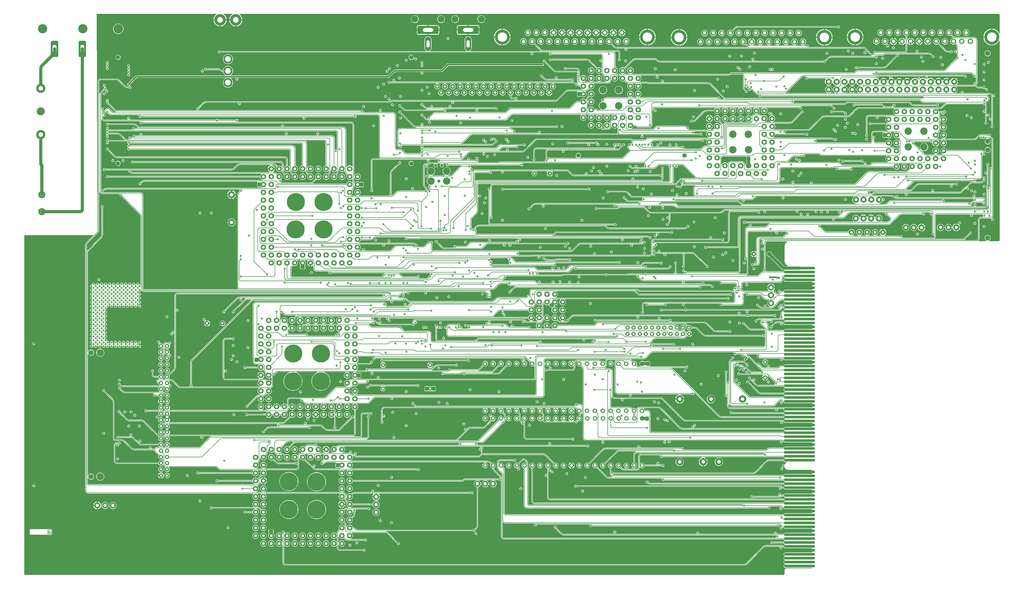
<source format=gbr>
G04 GENERATED BY PULSONIX 10.0 GERBER.DLL 7250*
G04 #@! TF.GenerationSoftware,Pulsonix,Pulsonix,10.0.7250*
G04 #@! TF.CreationDate,2019-09-12T07:48:06--1:00*
G04 #@! TF.Part,Single*
%FSLAX25Y25*%
%LPD*%
%MOIN*%
G04 #@! TF.FileFunction,Copper,L6,Bot*
G04 #@! TF.FilePolarity,Positive*
G04 #@! TA.AperFunction,OtherCopper*
%ADD10C,0.00591*%
G04 #@! TA.AperFunction,Conductor*
%ADD14C,0.03937*%
G04 #@! TA.AperFunction,SMDPad*
%AMT71*0 Rounded Rectangle pad*4,1,36,0.01382,0.02760,-0.01382,0.02760,-0.01536,0.02745,-0.01683,0.02700,-0.01820,0.02627,-0.01939,0.02529,-0.02037,0.02410,-0.02110,0.02274,-0.02154,0.02126,-0.02170,0.01973,-0.02170,-0.01973,-0.02154,-0.02126,-0.02110,-0.02274,-0.02037,-0.02410,-0.01939,-0.02529,-0.01820,-0.02627,-0.01683,-0.02700,-0.01536,-0.02745,-0.01382,-0.02760,0.01382,-0.02760,0.01536,-0.02745,0.01683,-0.02700,0.01820,-0.02627,0.01939,-0.02529,0.02037,-0.02410,0.02110,-0.02274,0.02154,-0.02126,0.02169,-0.01973,0.02169,0.01973,0.02154,0.02126,0.02110,0.02274,0.02037,0.02410,0.01939,0.02529,0.01820,0.02627,0.01683,0.02700,0.01536,0.02745,0.01382,0.02760,0*%
%ADD71T71*%
G04 #@! TD.AperFunction*
%ADD74C,0.03902*%
%ADD75C,0.09350*%
%ADD86C,0.00500*%
G04 #@! TA.AperFunction,OtherCopper*
%ADD95C,0.01200*%
G04 #@! TA.AperFunction,ComponentPad*
%ADD101C,0.07874X0.04331*%
%ADD112C,0.09449X0.04724*%
G04 #@! TA.AperFunction,OtherCopper*
%ADD115C,0.00600*%
G04 #@! TA.AperFunction,Conductor*
%ADD122C,0.01969*%
G04 #@! TD.AperFunction*
%ADD126C,0.05512*%
G04 #@! TA.AperFunction,ComponentPad*
%ADD135C,0.05591X0.02795*%
%ADD136C,0.07087X0.03543*%
G04 #@! TD.AperFunction*
%ADD137C,0.23031*%
%ADD145C,0.12205*%
G04 #@! TA.AperFunction,ViaPad*
%ADD148C,0.02559X0.00984*%
G04 #@! TA.AperFunction,Conductor*
%ADD149C,0.00787*%
G04 #@! TA.AperFunction,WasherPad*
%ADD154C,0.23622X0.12205*%
G04 #@! TA.AperFunction,SMDPad*
%AMT156*0 Rounded Rectangle pad*4,1,48,-0.19685,0.00394,-0.19685,-0.00394,-0.19671,-0.00590,-0.19629,-0.00782,-0.19561,-0.00966,-0.19466,-0.01139,-0.19349,-0.01296,-0.19209,-0.01435,-0.19052,-0.01553,-0.18880,-0.01647,-0.18695,-0.01716,-0.18503,-0.01758,-0.18307,-0.01772,0.18307,-0.01772,0.18503,-0.01758,0.18695,-0.01716,0.18880,-0.01647,0.19052,-0.01553,0.19209,-0.01435,0.19349,-0.01296,0.19466,-0.01139,0.19561,-0.00966,0.19629,-0.00782,0.19671,-0.00590,0.19685,-0.00394,0.19685,0.00394,0.19671,0.00590,0.19629,0.00782,0.19561,0.00966,0.19466,0.01139,0.19349,0.01296,0.19209,0.01435,0.19052,0.01553,0.18880,0.01647,0.18695,0.01716,0.18503,0.01758,0.18307,0.01772,-0.18307,0.01772,-0.18503,0.01758,-0.18695,0.01716,-0.18880,0.01647,-0.19052,0.01553,-0.19209,0.01435,-0.19349,0.01296,-0.19466,0.01139,-0.19561,0.00966,-0.19629,0.00782,-0.19671,0.00590,-0.19685,0.00394,0*%
%ADD156T156*%
G04 #@! TA.AperFunction,ComponentPad*
%ADD157C,0.05910X0.03543*%
G04 #@! TD.AperFunction*
%ADD158C,0.09449*%
G04 #@! TA.AperFunction,ComponentPad*
%ADD159C,0.06299X0.03150*%
%ADD160C,0.07874X0.03937*%
%ADD161C,0.07087X0.04291*%
%ADD162C,0.19291X0.12008*%
%ADD163C,0.07874X0.04016*%
%AMT168*0 Rounded Rectangle pad*4,1,76,0.00039,0.09055,-0.00039,0.09055,-0.00379,0.09040,-0.00716,0.08996,-0.01048,0.08922,-0.01372,0.08820,-0.01687,0.08690,-0.01988,0.08533,-0.02275,0.08350,-0.02545,0.08143,-0.02795,0.07914,-0.03025,0.07663,-0.03232,0.07393,-0.03415,0.07106,-0.03572,0.06805,-0.03702,0.06491,-0.03804,0.06166,-0.03878,0.05834,-0.03922,0.05497,-0.03937,0.05157,-0.03937,-0.05157,-0.03922,-0.05497,-0.03878,-0.05834,-0.03804,-0.06166,-0.03702,-0.06491,-0.03572,-0.06805,-0.03415,-0.07106,-0.03232,-0.07393,-0.03025,-0.07663,-0.02795,-0.07914,-0.02545,-0.08143,-0.02275,-0.08350,-0.01988,-0.08533,-0.01687,-0.08690,-0.01372,-0.08820,-0.01048,-0.08922,-0.00716,-0.08996,-0.00379,-0.09040,-0.00039,-0.09055,0.00039,-0.09055,0.00379,-0.09040,0.00716,-0.08996,0.01048,-0.08922,0.01372,-0.08820,0.01687,-0.08690,0.01988,-0.08533,0.02275,-0.08350,0.02545,-0.08143,0.02795,-0.07914,0.03025,-0.07663,0.03232,-0.07393,0.03415,-0.07106,0.03572,-0.06805,0.03702,-0.06491,0.03804,-0.06166,0.03878,-0.05834,0.03922,-0.05497,0.03937,-0.05157,0.03937,0.05157,0.03922,0.05497,0.03878,0.05834,0.03804,0.06166,0.03702,0.06491,0.03572,0.06805,0.03415,0.07106,0.03232,0.07393,0.03025,0.07663,0.02795,0.07914,0.02545,0.08143,0.02275,0.08350,0.01988,0.08533,0.01687,0.08690,0.01372,0.08820,0.01048,0.08922,0.00716,0.08996,0.00379,0.09040,0.00039,0.09055,0*%
%ADD168T168*%
%AMT169*0 Rounded Rectangle pad*4,1,48,-0.13386,0.03740,-0.13386,-0.03740,-0.13372,-0.03936,-0.13330,-0.04128,-0.13261,-0.04313,-0.13167,-0.04485,-0.13049,-0.04643,-0.12910,-0.04782,-0.12753,-0.04899,-0.12580,-0.04994,-0.12396,-0.05062,-0.12204,-0.05104,-0.12008,-0.05118,0.12008,-0.05118,0.12204,-0.05104,0.12396,-0.05062,0.12580,-0.04994,0.12753,-0.04899,0.12910,-0.04782,0.13049,-0.04643,0.13167,-0.04485,0.13261,-0.04313,0.13330,-0.04128,0.13372,-0.03936,0.13386,-0.03740,0.13386,0.03740,0.13372,0.03936,0.13330,0.04128,0.13261,0.04313,0.13167,0.04485,0.13049,0.04643,0.12910,0.04782,0.12753,0.04899,0.12580,0.04994,0.12396,0.05062,0.12204,0.05104,0.12008,0.05118,-0.12008,0.05118,-0.12204,0.05104,-0.12396,0.05062,-0.12580,0.04994,-0.12753,0.04899,-0.12910,0.04782,-0.13049,0.04643,-0.13167,0.04485,-0.13261,0.04313,-0.13330,0.04128,-0.13372,0.03936,-0.13386,0.03740,0*%
%ADD169T169*%
G04 #@! TD.AperFunction*
%ADD170C,0.08661*%
%ADD172C,0.06496*%
%ADD179C,0.09055*%
%ADD180C,0.06693*%
G04 #@! TA.AperFunction,ComponentPad*
%AMT186*0 Rounded Rectangle pad*4,1,56,0.02756,0.10433,-0.02756,0.10433,-0.02993,0.10419,-0.03227,0.10376,-0.03454,0.10305,-0.03671,0.10208,-0.03874,0.10085,-0.04061,0.09938,-0.04229,0.09770,-0.04376,0.09583,-0.04499,0.09379,-0.04596,0.09163,-0.04667,0.08936,-0.04710,0.08702,-0.04724,0.08465,-0.04724,-0.08465,-0.04710,-0.08702,-0.04667,-0.08936,-0.04596,-0.09163,-0.04499,-0.09379,-0.04376,-0.09583,-0.04229,-0.09770,-0.04061,-0.09938,-0.03874,-0.10085,-0.03671,-0.10208,-0.03454,-0.10305,-0.03227,-0.10376,-0.02993,-0.10419,-0.02756,-0.10433,0.02756,-0.10433,0.02993,-0.10419,0.03227,-0.10376,0.03454,-0.10305,0.03671,-0.10208,0.03874,-0.10085,0.04061,-0.09938,0.04229,-0.09770,0.04376,-0.09583,0.04499,-0.09379,0.04596,-0.09163,0.04667,-0.08936,0.04710,-0.08702,0.04724,-0.08465,0.04724,0.08465,0.04710,0.08702,0.04667,0.08936,0.04596,0.09163,0.04499,0.09379,0.04376,0.09583,0.04229,0.09770,0.04061,0.09938,0.03874,0.10085,0.03671,0.10208,0.03454,0.10305,0.03227,0.10376,0.02993,0.10419,0.02756,0.10433,0*%
%ADD186T186*%
G04 #@! TD.AperFunction*
%ADD187C,0.11811*%
G04 #@! TA.AperFunction,ComponentPad*
%ADD188C,0.11811X0.05906*%
G04 #@! TD.AperFunction*
%ADD189C,0.10236*%
G04 #@! TA.AperFunction,ComponentPad*
%ADD190C,0.09055X0.04528*%
%ADD191C,0.11811X0.07283*%
%ADD192C,0.14764X0.07283*%
%ADD193C,0.05512X0.02756*%
G04 #@! TA.AperFunction,SMDPad*
%AMT215*0 Rounded Rectangle pad*4,1,36,-0.01382,-0.02760,0.01382,-0.02760,0.01536,-0.02745,0.01683,-0.02700,0.01820,-0.02627,0.01939,-0.02529,0.02037,-0.02410,0.02110,-0.02274,0.02154,-0.02126,0.02170,-0.01973,0.02170,0.01973,0.02154,0.02126,0.02110,0.02274,0.02037,0.02410,0.01939,0.02529,0.01820,0.02627,0.01683,0.02700,0.01536,0.02745,0.01382,0.02760,-0.01382,0.02760,-0.01536,0.02745,-0.01683,0.02700,-0.01820,0.02627,-0.01939,0.02529,-0.02037,0.02410,-0.02110,0.02274,-0.02154,0.02126,-0.02169,0.01973,-0.02169,-0.01973,-0.02154,-0.02126,-0.02110,-0.02274,-0.02037,-0.02410,-0.01939,-0.02529,-0.01820,-0.02627,-0.01683,-0.02700,-0.01536,-0.02745,-0.01382,-0.02760,0*%
%ADD215T215*%
%AMT217*0 Rounded Rectangle pad*4,1,36,0.01382,0.02760,-0.01382,0.02760,-0.01536,0.02745,-0.01683,0.02700,-0.01820,0.02627,-0.01939,0.02529,-0.02037,0.02410,-0.02110,0.02274,-0.02154,0.02126,-0.02170,0.01973,-0.02170,-0.01973,-0.02154,-0.02126,-0.02110,-0.02274,-0.02037,-0.02410,-0.01939,-0.02529,-0.01820,-0.02627,-0.01683,-0.02700,-0.01536,-0.02745,-0.01382,-0.02760,0.01382,-0.02760,0.01536,-0.02745,0.01683,-0.02700,0.01820,-0.02627,0.01939,-0.02529,0.02037,-0.02410,0.02110,-0.02274,0.02154,-0.02126,0.02169,-0.01973,0.02169,0.01973,0.02154,0.02126,0.02110,0.02274,0.02037,0.02410,0.01939,0.02529,0.01820,0.02627,0.01683,0.02700,0.01536,0.02745,0.01382,0.02760,0*%
%ADD217T217*%
G04 #@! TA.AperFunction,WasherPad*
%ADD255C,0.27559X0.13780*%
G04 #@! TD.AperFunction*
%ADD263C,0.02559*%
G04 #@! TA.AperFunction,ComponentPad*
%ADD270C,0.05906X0.02953*%
%ADD274C,0.02362X0.01181*%
G04 #@! TA.AperFunction,SMDPad*
%AMT275*0 Rounded Rectangle pad*4,1,36,0.02760,-0.01382,0.02760,0.01382,0.02745,0.01536,0.02700,0.01683,0.02627,0.01820,0.02529,0.01939,0.02410,0.02037,0.02274,0.02110,0.02126,0.02154,0.01973,0.02170,-0.01973,0.02170,-0.02126,0.02154,-0.02274,0.02110,-0.02410,0.02037,-0.02529,0.01939,-0.02627,0.01820,-0.02700,0.01683,-0.02745,0.01536,-0.02760,0.01382,-0.02760,-0.01382,-0.02745,-0.01536,-0.02700,-0.01683,-0.02627,-0.01820,-0.02529,-0.01939,-0.02410,-0.02037,-0.02274,-0.02110,-0.02126,-0.02154,-0.01973,-0.02169,0.01973,-0.02169,0.02126,-0.02154,0.02274,-0.02110,0.02410,-0.02037,0.02529,-0.01939,0.02627,-0.01820,0.02700,-0.01683,0.02745,-0.01536,0.02760,-0.01382,0*%
%ADD275T275*%
%AMT276*0 Rounded Rectangle pad*4,1,36,-0.00974,0.02929,-0.02929,0.00974,-0.03027,0.00855,-0.03100,0.00719,-0.03144,0.00571,-0.03160,0.00417,-0.03144,0.00264,-0.03100,0.00116,-0.03027,-0.00020,-0.02929,-0.00139,-0.00139,-0.02929,-0.00020,-0.03027,0.00116,-0.03100,0.00264,-0.03144,0.00418,-0.03160,0.00571,-0.03144,0.00719,-0.03100,0.00855,-0.03027,0.00974,-0.02929,0.02929,-0.00974,0.03027,-0.00855,0.03100,-0.00719,0.03144,-0.00571,0.03159,-0.00418,0.03144,-0.00264,0.03100,-0.00116,0.03027,0.00020,0.02929,0.00139,0.00139,0.02929,0.00020,0.03027,-0.00116,0.03100,-0.00264,0.03144,-0.00418,0.03159,-0.00571,0.03144,-0.00719,0.03100,-0.00855,0.03027,-0.00974,0.02929,0*%
%ADD276T276*%
X0Y0D02*
D02*
D10*
X2459Y3961D02*
X2474Y3752D01*
X2519Y3548*
X2592Y3352*
X2692Y3168*
X2818Y3001*
X2966Y2853*
X3133Y2727*
X3317Y2627*
X3513Y2554*
X3717Y2509*
X3926Y2494*
X970068*
X970277Y2509*
X970481Y2554*
X970677Y2627*
X970861Y2727*
X971029Y2853*
X971177Y3001*
X971302Y3168*
X971402Y3352*
X971476Y3548*
X971520Y3752*
X971535Y3961*
Y8410*
X971550Y8687*
X971597Y8960*
X971674Y9226*
X971779Y9482*
X971913Y9724*
X972074Y9950*
X972258Y10157*
X972465Y10341*
X972691Y10502*
X972933Y10636*
X973189Y10742*
X973455Y10818*
X973728Y10865*
X974005Y10880*
X1006377*
Y10890*
X972450*
X972196Y10905*
X971946Y10947*
X971702Y11017*
X971468Y11115*
X971245Y11237*
X971038Y11384*
X970849Y11553*
X970680Y11743*
X970533Y11950*
X970410Y12172*
X970313Y12406*
X970243Y12650*
X970200Y12901*
X970186Y13154*
Y13942*
X970199Y14187*
X970239Y14430*
X970305Y14667*
X970397Y14895*
X970512Y15112*
X970651Y15315*
X970810Y15502*
X970989Y15671*
X971185Y15819*
X971397Y15945*
X971620Y16048*
X971397Y16150*
X971186Y16276*
X970989Y16425*
X970810Y16593*
X970651Y16780*
X970512Y16984*
X970397Y17201*
X970305Y17429*
X970239Y17666*
X970199Y17909*
X970186Y18154*
Y18942*
X970199Y19187*
X970239Y19430*
X970305Y19667*
X970397Y19895*
X970512Y20112*
X970651Y20315*
X970810Y20502*
X970989Y20671*
X971185Y20819*
X971397Y20945*
X971620Y21048*
X971397Y21150*
X971186Y21276*
X970989Y21425*
X970810Y21593*
X970651Y21780*
X970512Y21984*
X970397Y22201*
X970305Y22429*
X970239Y22666*
X970199Y22909*
X970186Y23154*
Y23942*
X970199Y24187*
X970239Y24430*
X970305Y24667*
X970397Y24895*
X970512Y25112*
X970651Y25315*
X970810Y25502*
X970989Y25671*
X971185Y25819*
X971397Y25945*
X971620Y26048*
X971397Y26150*
X971186Y26276*
X970989Y26425*
X970810Y26593*
X970651Y26780*
X970512Y26984*
X970397Y27201*
X970305Y27429*
X970239Y27666*
X970199Y27909*
X970186Y28154*
Y28942*
X970200Y29195*
X970243Y29445*
X970313Y29689*
X970410Y29924*
X970533Y30146*
X970680Y30353*
X970849Y30542*
X971038Y30711*
X971245Y30858*
X971468Y30981*
X971702Y31078*
X971946Y31149*
X972196Y31191*
X972450Y31205*
X1006377*
Y35890*
X972450*
X972206Y35904*
X971965Y35943*
X971730Y36008*
X971503Y36098*
X971287Y36212*
X971084Y36349*
X970898Y36506*
X970729Y36683*
X970581Y36877*
X970454Y37086*
X970351Y37307*
X970090Y37355*
X969834Y37421*
X969583Y37506*
X969339Y37608*
X969386Y37411*
X969414Y37210*
X969424Y37008*
X969409Y36757*
X969366Y36509*
X969293Y36267*
X969194Y36036*
X969068Y35818*
X968917Y35616*
X968745Y35433*
X968552Y35271*
X968341Y35133*
X968116Y35020*
X967880Y34934*
X967635Y34876*
X967384Y34846*
X967133*
X966883Y34876*
X966638Y34934*
X966401Y35020*
X966176Y35133*
X965966Y35271*
X965773Y35433*
X965600Y35616*
X965449Y35818*
X965324Y36036*
X965224Y36267*
X965152Y36509*
X965108Y36757*
X965093Y37008*
X965108Y37264*
X965154Y37517*
X965229Y37762*
X965332Y37997*
X948260*
X947928Y37982*
X947598Y37939*
X947273Y37867*
X946956Y37767*
X946649Y37639*
X946354Y37486*
X946073Y37307*
X945809Y37105*
X945564Y36880*
X924374Y15690*
X924069Y15405*
X923747Y15140*
X923408Y14897*
X923054Y14677*
X922686Y14481*
X922306Y14308*
X921916Y14162*
X921517Y14041*
X921111Y13946*
X920700Y13878*
X920285Y13837*
X919868Y13823*
X335186*
X334834Y13839*
X334485Y13885*
X334142Y13961*
X333806Y14067*
X333481Y14201*
X333168Y14364*
X332871Y14553*
X332592Y14767*
X332333Y15005*
X332095Y15265*
X331880Y15544*
X331691Y15841*
X331529Y16153*
X331394Y16479*
X331288Y16814*
X331212Y17158*
X331166Y17507*
X331151Y17859*
Y40851*
X331013Y40514*
X330847Y40190*
X330656Y39881*
X330440Y39588*
X330201Y39314*
X329940Y39061*
X329659Y38830*
X329360Y38623*
X329045Y38441*
X328716Y38285*
X328376Y38157*
X328026Y38057*
X327669Y37986*
X327307Y37945*
X326944Y37934*
X326581Y37952*
X326220Y38001*
X325865Y38078*
X325517Y38185*
X325179Y38320*
X324853Y38482*
X324542Y38670*
X324247Y38883*
X323971Y39120*
X323715Y39378*
X323481Y39657*
X323271Y39954*
X323086Y40267*
X322927Y40594*
X322795Y40933*
X322692Y41282*
X322618Y41638*
X322573Y41999*
X322558Y42363*
X322573Y42726*
X322618Y43087*
X322692Y43443*
X322795Y43792*
X322927Y44131*
X323086Y44459*
X323271Y44772*
X323481Y45069*
X323715Y45347*
X323971Y45606*
X324247Y45842*
X324542Y46056*
X324853Y46244*
X325179Y46406*
X325517Y46541*
X325865Y46647*
X326220Y46725*
X326581Y46773*
X326944Y46792*
X327307Y46780*
X327669Y46739*
X328026Y46669*
X328376Y46569*
X328716Y46441*
X329045Y46285*
X329360Y46103*
X329659Y45896*
X329940Y45665*
X330201Y45411*
X330440Y45137*
X330656Y44845*
X330847Y44535*
X331013Y44211*
X331151Y43875*
Y50851*
X331013Y50514*
X330847Y50190*
X330656Y49881*
X330440Y49588*
X330201Y49314*
X329940Y49061*
X329659Y48830*
X329360Y48623*
X329045Y48441*
X328716Y48285*
X328376Y48157*
X328026Y48057*
X327669Y47986*
X327307Y47945*
X326944Y47934*
X326581Y47952*
X326220Y48001*
X325865Y48078*
X325517Y48185*
X325179Y48320*
X324853Y48482*
X324542Y48670*
X324247Y48883*
X323971Y49120*
X323715Y49378*
X323481Y49657*
X323271Y49954*
X323086Y50267*
X322927Y50594*
X322795Y50933*
X322692Y51282*
X322618Y51638*
X322573Y51999*
X322558Y52363*
X322573Y52726*
X322618Y53087*
X322692Y53443*
X322795Y53792*
X322927Y54131*
X323086Y54459*
X323271Y54772*
X323481Y55069*
X323715Y55347*
X323971Y55606*
X324247Y55842*
X324542Y56056*
X324853Y56244*
X325179Y56406*
X325517Y56541*
X325865Y56647*
X326220Y56725*
X326581Y56773*
X326944Y56792*
X327307Y56780*
X327669Y56739*
X328026Y56669*
X328376Y56569*
X328716Y56441*
X329045Y56285*
X329360Y56103*
X329659Y55896*
X329940Y55665*
X330201Y55411*
X330440Y55137*
X330656Y54845*
X330847Y54535*
X331013Y54211*
X331151Y53875*
Y55167*
X330955Y55329*
X330780Y55512*
X330627Y55715*
X330499Y55935*
X330398Y56167*
X330324Y56410*
X330280Y56660*
X330265Y56914*
X330279Y57165*
X330323Y57413*
X330395Y57655*
X330495Y57886*
X330621Y58104*
X330771Y58306*
X330944Y58489*
X331137Y58651*
X331347Y58789*
X331573Y58902*
X331809Y58988*
X332054Y59046*
X332304Y59076*
X332556*
X332806Y59046*
X333051Y58988*
X333288Y58902*
X333513Y58789*
X333723Y58651*
X333916Y58489*
X334089Y58306*
X334239Y58104*
X334365Y57886*
X334465Y57655*
X334537Y57413*
X334581Y57165*
X334596Y56914*
X334580Y56658*
X334535Y56406*
X334460Y56161*
X334357Y55926*
X334657Y56129*
X334972Y56307*
X335301Y56458*
X335641Y56582*
X335990Y56678*
X336345Y56745*
X336705Y56783*
X337067Y56791*
X337428Y56770*
X337787Y56719*
X338140Y56639*
X338485Y56531*
X338820Y56395*
X339143Y56232*
X339452Y56043*
X339744Y55830*
X340018Y55593*
X340271Y55335*
X340503Y55057*
X340711Y54761*
X340895Y54449*
X341052Y54123*
X341182Y53785*
X341284Y53438*
X341358Y53084*
X341402Y52724*
X341417Y52363*
X341401Y51996*
X341356Y51632*
X341280Y51273*
X341175Y50921*
X341042Y50579*
X340880Y50250*
X340692Y49935*
X340478Y49636*
X340240Y49356*
X339980Y49098*
X339699Y48861*
X339400Y48648*
X339084Y48461*
X338754Y48301*
X338412Y48169*
X338060Y48065*
X337700Y47991*
X337336Y47947*
X336969Y47934*
X336602Y47950*
X336238Y47997*
X335879Y48075*
X335528Y48181*
X335187Y48316*
X334858Y48479*
X334544Y48669*
X334246Y48884*
X333968Y49123*
X333710Y49384*
Y45342*
X333968Y45603*
X334246Y45842*
X334544Y46057*
X334858Y46246*
X335187Y46409*
X335528Y46545*
X335879Y46651*
X336238Y46728*
X336602Y46775*
X336969Y46792*
X337336Y46778*
X337700Y46734*
X338060Y46660*
X338412Y46557*
X338754Y46424*
X339084Y46264*
X339400Y46077*
X339699Y45865*
X339980Y45628*
X340240Y45369*
X340478Y45089*
X340692Y44791*
X340880Y44476*
X341042Y44146*
X341175Y43805*
X341280Y43453*
X341356Y43094*
X341401Y42729*
X341417Y42363*
X341401Y41996*
X341356Y41632*
X341280Y41273*
X341175Y40921*
X341042Y40579*
X340880Y40250*
X340692Y39935*
X340478Y39636*
X340240Y39356*
X339980Y39098*
X339699Y38861*
X339400Y38648*
X339084Y38461*
X338754Y38301*
X338412Y38169*
X338060Y38065*
X337700Y37991*
X337336Y37947*
X336969Y37934*
X336602Y37950*
X336238Y37997*
X335879Y38075*
X335528Y38181*
X335187Y38316*
X334858Y38479*
X334544Y38669*
X334246Y38884*
X333968Y39123*
X333710Y39384*
Y17859*
X333725Y17649*
X333769Y17443*
X333843Y17246*
X333944Y17061*
X334070Y16892*
X334219Y16743*
X334388Y16617*
X334573Y16516*
X334770Y16442*
X334976Y16398*
X335186Y16382*
X919868*
X920200Y16397*
X920530Y16440*
X920855Y16512*
X921172Y16612*
X921479Y16740*
X921774Y16893*
X922055Y17072*
X922319Y17275*
X922564Y17499*
X943754Y38689*
X944059Y38974*
X944381Y39239*
X944720Y39482*
X945074Y39702*
X945442Y39899*
X945822Y40071*
X946212Y40218*
X946611Y40339*
X947017Y40433*
X947428Y40501*
X947843Y40542*
X948260Y40556*
X969162*
X969331Y40544*
X969497Y40511*
X969657Y40456*
X969809Y40380*
X969949Y40285*
X970075Y40173*
X970086Y40162*
X970095Y40153*
X970192Y40067*
X970299Y39992*
X970414Y39931*
X970530Y40141*
X970668Y40338*
X970826Y40519*
X971002Y40682*
X971195Y40826*
X971402Y40948*
X971620Y41048*
X971387Y41155*
X971168Y41288*
X970965Y41445*
X970781Y41624*
X970619Y41823*
X970480Y42038*
X970367Y42268*
X957312*
X957146Y42072*
X956957Y41897*
X956749Y41745*
X956524Y41619*
X956287Y41521*
X956039Y41451*
X955784Y41412*
X955527Y41403*
X955270Y41424*
X955018Y41476*
X954774Y41558*
X954541Y41667*
X954323Y41804*
X954123Y41966*
X953943Y42150*
X953786Y42354*
X953655Y42576*
X953551Y42811*
X953475Y43057*
X953430Y43311*
X953414Y43568*
X953430Y43827*
X953476Y44082*
X953553Y44331*
X953659Y44568*
X953793Y44790*
X953952Y44996*
X954135Y45180*
X954338Y45342*
X954560Y45478*
X954796Y45586*
X955043Y45665*
X955298Y45714*
X955557Y45733*
X955817Y45720*
X956073Y45676*
X956322Y45602*
X956560Y45498*
X956784Y45367*
X956991Y45210*
X957177Y45029*
X957341Y44827*
X970367*
X970480Y45057*
X970619Y45273*
X970781Y45472*
X970965Y45650*
X971168Y45807*
X971387Y45940*
X971620Y46048*
X971387Y46155*
X971168Y46288*
X970965Y46445*
X970781Y46624*
X970619Y46823*
X970480Y47038*
X970367Y47268*
X613867*
X613515Y47284*
X613166Y47330*
X612823Y47406*
X612487Y47512*
X612162Y47646*
X611849Y47809*
X611553Y47998*
X611273Y48212*
X611014Y48450*
X610776Y48710*
X610562Y48989*
X610372Y49286*
X610210Y49598*
X610075Y49924*
X609969Y50259*
X609893Y50603*
X609847Y50952*
X609832Y51304*
Y122466*
X609599Y122363*
X609355Y122289*
X609105Y122244*
X608851Y122229*
X608597Y122243*
X608347Y122288*
X608103Y122361*
X607870Y122462*
X607650Y122590*
X607447Y122743*
X607263Y122919*
X607101Y123115*
X601480*
X601826Y122979*
X602161Y122816*
X602483Y122629*
X602789Y122417*
X603077Y122182*
X603347Y121925*
X603596Y121649*
X603823Y121354*
X604027Y121042*
X604206Y120716*
X604360Y120377*
X604486Y120027*
X604586Y119668*
X604657Y119303*
X604700Y118933*
X604714Y118561*
X604699Y118173*
X604652Y117787*
X604574Y117407*
X604466Y117034*
X604328Y116671*
X604162Y116320*
X603968Y115983*
X603747Y115664*
X603501Y115363*
X603232Y115083*
X602942Y114825*
X602631Y114592*
X602303Y114384*
X601959Y114204*
X601602Y114051*
X601233Y113928*
X600856Y113836*
X600473Y113773*
X600086Y113742*
X599697*
X599310Y113773*
X598927Y113836*
X598550Y113929*
X598181Y114051*
X597824Y114204*
X597480Y114384*
X597152Y114592*
X596841Y114825*
X596551Y115083*
X596281Y115363*
X596036Y115664*
X595815Y115983*
X595621Y116320*
X595455Y116671*
X595317Y117034*
X595209Y117407*
X595131Y117787*
X595084Y118173*
X595069Y118561*
X595083Y118933*
X595126Y119303*
X595197Y119668*
X595297Y120027*
X595424Y120377*
X595577Y120716*
X595756Y121042*
X595960Y121354*
X596187Y121649*
X596436Y121925*
X596706Y122182*
X596994Y122417*
X597300Y122629*
X597622Y122816*
X597957Y122979*
X598303Y123115*
X591480*
X591826Y122979*
X592161Y122816*
X592483Y122629*
X592789Y122417*
X593077Y122182*
X593347Y121925*
X593596Y121649*
X593823Y121354*
X594027Y121042*
X594206Y120716*
X594360Y120377*
X594486Y120027*
X594586Y119668*
X594657Y119303*
X594700Y118933*
X594714Y118561*
X594699Y118173*
X594652Y117787*
X594574Y117407*
X594466Y117034*
X594328Y116671*
X594162Y116320*
X593968Y115983*
X593747Y115664*
X593501Y115363*
X593232Y115083*
X592942Y114825*
X592631Y114592*
X592303Y114384*
X591959Y114204*
X591602Y114051*
X591233Y113928*
X590856Y113836*
X590473Y113773*
X590086Y113742*
X589697*
X589310Y113773*
X588927Y113836*
X588550Y113929*
X588181Y114051*
X587824Y114204*
X587480Y114384*
X587152Y114592*
X586841Y114825*
X586551Y115083*
X586281Y115363*
X586036Y115664*
X585815Y115983*
X585621Y116320*
X585455Y116671*
X585317Y117034*
X585209Y117407*
X585131Y117787*
X585084Y118173*
X585069Y118561*
X585083Y118933*
X585126Y119303*
X585197Y119668*
X585297Y120027*
X585424Y120377*
X585577Y120716*
X585756Y121042*
X585960Y121354*
X586187Y121649*
X586436Y121925*
X586706Y122182*
X586994Y122417*
X587300Y122629*
X587622Y122816*
X587957Y122979*
X588303Y123115*
X581480*
X581836Y122975*
X582179Y122807*
X582508Y122612*
X582821Y122392*
X583115Y122148*
X583389Y121882*
X583641Y121594*
X583870Y121287*
X584073Y120964*
X584250Y120625*
X584400Y120273*
X584522Y119911*
X584614Y119540*
X584677Y119163*
X584709Y118782*
X584712Y118399*
X584684Y118018*
X584626Y117640*
X584538Y117268*
X584421Y116904*
X584275Y116550*
X584102Y116209*
X583903Y115883*
X583678Y115574*
X583430Y115283*
X583159Y115014*
X582868Y114766*
X582558Y114542*
X582231Y114343*
X581889Y114171*
X581535Y114027*
X581171Y113911*
Y65422*
X581157Y65005*
X581117Y64590*
X581049Y64179*
X580954Y63773*
X580833Y63374*
X580686Y62983*
X580514Y62603*
X580317Y62236*
X580097Y61882*
X579854Y61543*
X579590Y61220*
X579305Y60916*
X577897Y59508*
X577921Y59259*
X577916Y59008*
X577882Y58760*
X577819Y58517*
X577729Y58284*
X577613Y58062*
X577471Y57855*
X577307Y57666*
X577122Y57497*
X576919Y57350*
X576700Y57229*
X576468Y57133*
X576227Y57064*
X575980Y57024*
X575730Y57013*
X575480Y57030*
X575234Y57077*
X574995Y57151*
X574766Y57253*
X574550Y57380*
X574350Y57531*
X574169Y57705*
X574010Y57898*
X464045*
X464467Y57754*
X464878Y57580*
X465275Y57378*
X465658Y57148*
X466023Y56892*
X466370Y56612*
X466696Y56308*
X478556Y44448*
X478804Y44471*
X479053Y44467*
X479299Y44433*
X479540Y44372*
X479773Y44284*
X479993Y44169*
X480200Y44030*
X480388Y43868*
X480557Y43685*
X480704Y43485*
X480827Y43269*
X480925Y43040*
X480995Y42801*
X481038Y42556*
X481052Y42308*
X481038Y42056*
X480994Y41808*
X480922Y41567*
X480822Y41336*
X480696Y41118*
X480546Y40916*
X480373Y40733*
X480180Y40571*
X479970Y40432*
X479744Y40319*
X479508Y40233*
X479263Y40175*
X479013Y40146*
X478761*
X478511Y40175*
X478266Y40233*
X478029Y40319*
X477804Y40432*
X477594Y40571*
X477401Y40733*
X477228Y40916*
X477078Y41118*
X476952Y41336*
X476852Y41567*
X476780Y41808*
X476736Y42056*
X476721Y42308*
X476728Y42473*
X476747Y42638*
X464887Y54498*
X464642Y54723*
X464378Y54925*
X464097Y55104*
X463802Y55258*
X463495Y55385*
X463178Y55485*
X462853Y55557*
X462523Y55600*
X462191Y55615*
X419994*
X420252Y55356*
X420488Y55076*
X420700Y54778*
X420887Y54464*
X421047Y54135*
X421179Y53794*
X421283Y53443*
X421357Y53085*
X421402Y52722*
X421417Y52357*
X421401Y51992*
X421355Y51629*
X421280Y51271*
X421175Y50921*
X421042Y50580*
X420881Y50252*
X420694Y49938*
X420481Y49641*
X420245Y49362*
X419986Y49103*
X419707Y48867*
X419409Y48655*
X419095Y48467*
X418767Y48307*
X418426Y48174*
X435669*
X435833Y48376*
X436019Y48556*
X436226Y48714*
X436450Y48845*
X436688Y48948*
X436937Y49023*
X437193Y49066*
X437453Y49079*
X437712Y49061*
X437967Y49012*
X438214Y48932*
X438450Y48824*
X438672Y48688*
X438875Y48527*
X439058Y48342*
X439217Y48137*
X439351Y47914*
X439457Y47677*
X439533Y47429*
X439580Y47173*
X439596Y46914*
X439580Y46657*
X439534Y46404*
X439459Y46158*
X439355Y45922*
X439224Y45701*
X439067Y45496*
X438887Y45312*
X438687Y45151*
X438469Y45014*
X438236Y44904*
X437992Y44823*
X437739Y44771*
X437483Y44749*
X437226Y44758*
X436971Y44798*
X436723Y44867*
X436485Y44966*
X436261Y45091*
X436053Y45243*
X435864Y45418*
X435698Y45615*
X414565*
X414149Y45628*
X413734Y45669*
X413322Y45737*
X412916Y45832*
X412517Y45953*
X412127Y46100*
X411747Y46272*
X411379Y46468*
X411025Y46689*
X410686Y46931*
X410364Y47196*
X410060Y47481*
X409081Y48460*
X408753Y48301*
X408413Y48169*
X408064Y48066*
X407707Y47992*
X407345Y47948*
X406981Y47934*
X406617Y47949*
X406255Y47995*
X405899Y48070*
X405549Y48174*
X405210Y48306*
X404882Y48466*
X404569Y48652*
X404272Y48864*
X403994Y49099*
X403735Y49356*
X403499Y49633*
X403287Y49929*
X403099Y50242*
X402938Y50569*
X402804Y50908*
Y43818*
X402938Y44158*
X403100Y44486*
X403288Y44799*
X403502Y45096*
X403739Y45374*
X403998Y45631*
X404278Y45867*
X404576Y46078*
X404891Y46264*
X405220Y46424*
X405561Y46556*
X405911Y46659*
X406269Y46733*
X406632Y46778*
X406997Y46792*
X407363Y46776*
X407725Y46730*
X408083Y46654*
X408433Y46549*
X408773Y46416*
X409101Y46255*
X409415Y46067*
X409712Y45855*
X409991Y45618*
X410249Y45359*
X410485Y45080*
X410697Y44782*
X410884Y44468*
X411045Y44140*
X411177Y43799*
X411281Y43449*
X411356Y43091*
X411402Y42728*
X411417Y42363*
X411402Y41998*
X411356Y41635*
X411281Y41277*
X411177Y40927*
X411045Y40586*
X410884Y40258*
X410697Y39943*
X410485Y39646*
X410249Y39366*
X409991Y39108*
X409712Y38871*
X409415Y38658*
X409101Y38471*
X408773Y38310*
X408433Y38176*
X408083Y38071*
X407725Y37996*
X407363Y37950*
X406997Y37934*
X406632Y37948*
X406269Y37992*
X405911Y38066*
X405561Y38170*
X405220Y38302*
X404891Y38461*
X404576Y38648*
X404278Y38859*
X403999Y39094*
X403739Y39352*
X403502Y39630*
X403289Y39927*
X403100Y40240*
X402938Y40568*
X402804Y40908*
Y36914*
X402819Y36704*
X402864Y36498*
X402938Y36301*
X403039Y36116*
X403165Y35947*
X403314Y35798*
X403482Y35672*
X403667Y35571*
X403865Y35497*
X404070Y35453*
X404281Y35438*
X433400*
X433565Y35637*
X433752Y35815*
X433960Y35969*
X434184Y36098*
X434422Y36199*
X434671Y36270*
X434926Y36312*
X435184Y36323*
X435442Y36303*
X435696Y36253*
X435942Y36172*
X436176Y36063*
X436396Y35927*
X436598Y35765*
X436779Y35581*
X436937Y35376*
X437069Y35154*
X437174Y34918*
X437251Y34671*
X437297Y34416*
X437312Y34158*
X437297Y33900*
X437251Y33645*
X437174Y33398*
X437069Y33162*
X436937Y32940*
X436779Y32735*
X436598Y32551*
X436396Y32389*
X436176Y32253*
X435941Y32144*
X435696Y32064*
X435442Y32013*
X435184Y31993*
X434926Y32004*
X434671Y32046*
X434422Y32118*
X434184Y32218*
X433960Y32347*
X433752Y32501*
X433565Y32679*
X433400Y32879*
X404281*
X403929Y32894*
X403580Y32940*
X403236Y33016*
X402900Y33122*
X402575Y33257*
X402263Y33419*
X401966Y33608*
X401687Y33823*
X401427Y34060*
X401189Y34320*
X400975Y34599*
X400786Y34896*
X400623Y35209*
X400488Y35534*
X400383Y35869*
X400306Y36213*
X400260Y36562*
X400245Y36914*
Y39362*
X399986Y39103*
X399707Y38867*
X399409Y38654*
X399094Y38467*
X398766Y38306*
X398425Y38173*
X398074Y38069*
X397715Y37994*
X397352Y37949*
X396987Y37934*
X396621Y37949*
X396258Y37994*
X395899Y38069*
X395549Y38174*
X395208Y38307*
X394879Y38468*
X394564Y38655*
X394267Y38868*
X393987Y39104*
X393729Y39363*
X393492Y39643*
X393279Y39941*
X393092Y40255*
X392931Y40584*
X392798Y40925*
X392694Y41276*
X392619Y41634*
X392573Y41997*
X392558Y42363*
X392574Y42729*
X392619Y43092*
X392694Y43450*
X392798Y43801*
X392931Y44142*
X393092Y44471*
X393279Y44785*
X393492Y45083*
X393729Y45362*
X393987Y45621*
X394267Y45858*
X394564Y46070*
X394879Y46258*
X395208Y46419*
X395549Y46552*
X395899Y46656*
X396258Y46731*
X396621Y46777*
X396986Y46792*
X397352Y46777*
X397715Y46732*
X398074Y46657*
X398424Y46552*
X398766Y46419*
X399094Y46259*
X399409Y46071*
X399707Y45859*
X399986Y45622*
X400245Y45364*
Y49362*
X399986Y49103*
X399707Y48867*
X399409Y48654*
X399094Y48467*
X398766Y48306*
X398425Y48173*
X398074Y48069*
X397715Y47994*
X397352Y47949*
X396987Y47934*
X396621Y47949*
X396258Y47994*
X395899Y48069*
X395549Y48174*
X395208Y48307*
X394879Y48468*
X394564Y48655*
X394267Y48868*
X393987Y49104*
X393729Y49363*
X393492Y49643*
X393279Y49941*
X393092Y50255*
X392931Y50584*
X392798Y50925*
X392694Y51276*
X392619Y51634*
X392573Y51997*
X392558Y52363*
X392574Y52730*
X392619Y53094*
X392695Y53453*
X392800Y53805*
X392934Y54147*
X393096Y54477*
X393284Y54792*
X393498Y55090*
X393736Y55370*
X393996Y55629*
X394277Y55866*
X394577Y56078*
X394893Y56265*
X395223Y56425*
X395566Y56557*
X395918Y56661*
X396278Y56735*
X396642Y56778*
X397009Y56792*
X397376Y56775*
X397740Y56727*
X398099Y56650*
X398451Y56543*
X398792Y56408*
X399121Y56244*
X399435Y56054*
X399732Y55839*
X400011Y55599*
X400269Y55338*
X400322Y55780*
X400407Y56218*
X400522Y56648*
X400667Y57070*
X400840Y57480*
X401042Y57877*
X401272Y58259*
X401527Y58624*
X401808Y58970*
X402111Y59296*
X403084Y60269*
X402925Y60598*
X402793Y60939*
X402690Y61290*
X402616Y61648*
X402572Y62011*
X402558Y62376*
X402575Y62741*
X402621Y63104*
X402697Y63462*
X402802Y63812*
X402936Y64152*
X403097Y64480*
X403285Y64794*
X403498Y65091*
X403735Y65369*
X403994Y65627*
X404273Y65863*
X404571Y66075*
X404885Y66261*
X405214Y66421*
X405555Y66554*
X405905Y66658*
X406263Y66732*
X406626Y66777*
X406991Y66792*
X407356Y66777*
X407719Y66731*
X408077Y66656*
X408427Y66551*
X408768Y66418*
X409096Y66258*
X409410Y66071*
X409708Y65858*
X409987Y65622*
X410245Y65364*
Y65716*
X410231Y66049*
X410187Y66378*
X410115Y66703*
X410015Y67020*
X409888Y67328*
X409734Y67623*
X409556Y67903*
X409353Y68167*
X409128Y68412*
X409081Y68460*
X408752Y68300*
X408411Y68169*
X408061Y68066*
X407703Y67992*
X407340Y67948*
X406975Y67934*
X406610Y67950*
X406247Y67996*
X405890Y68072*
X405540Y68177*
X405200Y68310*
X404872Y68472*
X404558Y68659*
X404261Y68872*
X403983Y69109*
X403725Y69367*
X403489Y69646*
X403277Y69944*
X403090Y70258*
X402930Y70587*
X402797Y70927*
X402693Y71277*
X402619Y71635*
X402573Y71998*
X402558Y72363*
X402574Y72729*
X402619Y73092*
X402694Y73450*
X402798Y73801*
X402931Y74142*
X403092Y74471*
X403280Y74785*
X403492Y75083*
X403729Y75363*
X403988Y75621*
X404267Y75858*
X404565Y76071*
X404879Y76258*
X405208Y76419*
X405549Y76552*
X405900Y76656*
X406259Y76732*
X406622Y76777*
X406988Y76792*
X407353Y76777*
X407715Y76732*
X408073Y76657*
X408423Y76553*
X408764Y76420*
X409092Y76260*
X409406Y76073*
X409704Y75861*
X409983Y75625*
X410242Y75367*
X410478Y75089*
X410691Y74792*
X410879Y74478*
X411040Y74150*
X411174Y73810*
X411279Y73460*
X411354Y73103*
X411401Y72740*
X411417Y72375*
X411403Y72010*
X411359Y71647*
X411285Y71289*
X411182Y70939*
X411050Y70598*
X410891Y70269*
X410938Y70222*
X411223Y69918*
X411487Y69595*
X411730Y69256*
X411951Y68902*
X412147Y68535*
X412319Y68155*
X412466Y67764*
X412587Y67365*
X412682Y66959*
X412750Y66548*
X412791Y66133*
X412804Y65716*
Y63818*
X412941Y64163*
X413106Y64495*
X413298Y64813*
X413516Y65113*
X413758Y65394*
X414024Y65654*
X414310Y65891*
X414614Y66103*
X414936Y66288*
X415272Y66446*
X415620Y66575*
X415977Y66675*
X416342Y66745*
X416711Y66783*
X417082Y66791*
X417452Y66768*
X417820Y66713*
X418181Y66628*
X418534Y66513*
X418876Y66369*
X419205Y66197*
X419518Y65998*
X419814Y65773*
X420089Y65525*
X420343Y65254*
X420573Y64963*
X420778Y64653*
X420957Y64328*
X421107Y63989*
X421229Y63638*
X421566Y63608*
X421899Y63551*
X422227Y63466*
X422547Y63356*
X422856Y63219*
X423153Y63057*
X423436Y62872*
X423703Y62664*
X423951Y62435*
X424812Y61574*
X425057Y61349*
X425321Y61147*
X425602Y60968*
X425897Y60815*
X426204Y60687*
X426521Y60587*
X426846Y60515*
X427176Y60472*
X427508Y60457*
X574010*
X574160Y60640*
X574329Y60805*
X574515Y60951*
X574715Y61076*
X574928Y61178*
X575151Y61257*
X575381Y61310*
X575616Y61339*
X575852Y61341*
X576087Y61318*
X577495Y62726*
X577720Y62971*
X577922Y63235*
X578101Y63515*
X578255Y63810*
X578382Y64118*
X578482Y64435*
X578554Y64760*
X578598Y65089*
X578612Y65422*
Y113911*
X578248Y114027*
X577894Y114171*
X577552Y114343*
X577226Y114542*
X576916Y114766*
X576624Y115014*
X576354Y115283*
X576105Y115574*
X575880Y115883*
X575681Y116209*
X575508Y116550*
X575362Y116904*
X575245Y117268*
X575158Y117640*
X575099Y118018*
X575071Y118399*
X575074Y118782*
X575106Y119163*
X575169Y119540*
X575261Y119911*
X575383Y120273*
X575533Y120625*
X575710Y120964*
X575913Y121287*
X576142Y121594*
X576394Y121881*
X576668Y122148*
X576962Y122392*
X577275Y122612*
X577604Y122807*
X577948Y122975*
X578303Y123115*
X564753*
X564513Y123101*
X564276Y123061*
X564045Y122995*
X563824Y122903*
X563613Y122786*
X563417Y122648*
X563238Y122488*
X563230Y122479*
X563219Y122468*
X563211Y122460*
X562940Y122209*
X562650Y121981*
X562343Y121776*
X562021Y121596*
X561686Y121441*
X561340Y121313*
X560984Y121213*
X560623Y121141*
X560256Y121098*
X559887Y121083*
X421228*
X421106Y120733*
X420955Y120394*
X420776Y120069*
X420571Y119760*
X420341Y119469*
X420087Y119199*
X419811Y118950*
X419516Y118726*
X419203Y118527*
X418874Y118355*
X418532Y118212*
X418179Y118097*
X417818Y118012*
X417451Y117958*
X417081Y117935*
X416710Y117942*
X416341Y117981*
X415976Y118051*
X415619Y118150*
X415271Y118280*
X414936Y118437*
X414614Y118623*
X414310Y118835*
X414024Y119071*
X413759Y119331*
X413516Y119611*
X413298Y119912*
X413106Y120229*
X412941Y120561*
X412805Y120906*
X412697Y121261*
X412620Y121624*
X412574Y121992*
X412558Y122363*
X412574Y122733*
X412620Y123101*
X412698Y123464*
X412805Y123819*
X412941Y124164*
X413106Y124497*
X413299Y124814*
X413517Y125114*
X413759Y125395*
X414024Y125654*
X414310Y125891*
X414614Y126103*
X414936Y126288*
X415271Y126446*
X415619Y126575*
X415976Y126675*
X416341Y126744*
X416710Y126783*
X417081Y126791*
X417451Y126768*
X417818Y126713*
X418179Y126629*
X418532Y126514*
X418874Y126370*
X419202Y126198*
X419516Y126000*
X419811Y125775*
X420087Y125527*
X420341Y125256*
X420571Y124966*
X420776Y124657*
X420955Y124332*
X421106Y123993*
X421228Y123642*
X559887*
X560127Y123656*
X560364Y123696*
X560594Y123763*
X560816Y123854*
X561026Y123971*
X561222Y124109*
X561401Y124269*
X561410Y124278*
X561421Y124289*
X561429Y124297*
X561700Y124548*
X561990Y124776*
X562297Y124981*
X562619Y125161*
X562954Y125316*
X563300Y125444*
X563655Y125544*
X564017Y125616*
X564384Y125659*
X564753Y125674*
X607101*
X607254Y125861*
X607428Y126029*
X607619Y126177*
X607826Y126303*
X608045Y126405*
X608274Y126482*
X608511Y126533*
X600507Y134537*
X600220Y134844*
X599954Y135168*
X599710Y135509*
X599489Y135866*
X599292Y136236*
X599120Y136618*
X598973Y137011*
X598852Y137413*
X598759Y137822*
X598692Y138236*
X598373Y138359*
X598067Y138511*
X597775Y138689*
X597500Y138892*
X597245Y139119*
X597010Y139368*
X596799Y139636*
X596612Y139923*
X596452Y140224*
X596319Y140539*
X596214Y140864*
X596139Y141198*
X596094Y141537*
X596079Y141878*
X596095Y142219*
X596140Y142558*
X596216Y142891*
X596321Y143216*
X596454Y143531*
X595487Y144498*
X595242Y144723*
X594978Y144925*
X594698Y145104*
X594403Y145258*
X594095Y145385*
X593778Y145485*
X593454Y145557*
X593124Y145600*
X592791Y145615*
X590795*
X591126Y145522*
X591446Y145399*
X591755Y145249*
X592049Y145072*
X592326Y144869*
X592583Y144642*
X592820Y144394*
X593033Y144125*
X593221Y143838*
X593384Y143535*
X593518Y143219*
X593624Y142893*
X593700Y142558*
X593745Y142218*
X593761Y141875*
X593745Y141531*
X593699Y141189*
X593622Y140853*
X593516Y140525*
X593380Y140209*
X593217Y139905*
X593027Y139617*
X592812Y139348*
X592574Y139099*
X592315Y138872*
X592036Y138670*
X591740Y138493*
X591430Y138343*
X591107Y138222*
X590775Y138130*
X590436Y138069*
X590092Y138038*
X589748*
X589404Y138069*
X589065Y138130*
X588733Y138222*
X588410Y138343*
X588100Y138493*
X587804Y138670*
X587525Y138872*
X587266Y139099*
X587028Y139348*
X586813Y139617*
X586623Y139905*
X586459Y140209*
X586324Y140525*
X586218Y140853*
X586141Y141189*
X586095Y141531*
X586079Y141875*
X586094Y142218*
X586140Y142558*
X586216Y142893*
X586322Y143219*
X586456Y143535*
X586618Y143838*
X586807Y144125*
X587020Y144393*
X587256Y144642*
X587514Y144869*
X587791Y145072*
X588085Y145249*
X588393Y145399*
X588714Y145522*
X589045Y145615*
X419994*
X420252Y145356*
X420488Y145076*
X420700Y144778*
X420887Y144464*
X421047Y144135*
X421179Y143794*
X421283Y143443*
X421357Y143085*
X421402Y142722*
X421417Y142357*
X421401Y141992*
X421355Y141629*
X421280Y141271*
X421175Y140921*
X421042Y140580*
X420881Y140252*
X420694Y139938*
X420481Y139641*
X420245Y139362*
X419986Y139103*
X419707Y138867*
X419409Y138655*
X419095Y138467*
X418767Y138307*
X418426Y138174*
X502992*
X503155Y138376*
X503342Y138556*
X503549Y138714*
X503773Y138845*
X504011Y138948*
X504260Y139023*
X504516Y139066*
X504776Y139079*
X505035Y139061*
X505290Y139012*
X505537Y138932*
X505773Y138824*
X505994Y138688*
X506198Y138527*
X506381Y138342*
X506540Y138137*
X506674Y137914*
X506780Y137677*
X506856Y137429*
X506903Y137173*
X506918Y136914*
X506903Y136657*
X506857Y136404*
X506782Y136158*
X506678Y135922*
X506546Y135701*
X506390Y135496*
X506210Y135312*
X506010Y135151*
X505791Y135014*
X505559Y134904*
X505314Y134823*
X505062Y134771*
X504806Y134749*
X504548Y134758*
X504294Y134798*
X504046Y134867*
X503808Y134966*
X503584Y135091*
X503376Y135243*
X503187Y135418*
X503021Y135615*
X419994*
X420253Y135356*
X420488Y135076*
X420700Y134778*
X420887Y134463*
X421047Y134135*
X421179Y133794*
X421283Y133443*
X421357Y133085*
X421402Y132722*
X421417Y132356*
X421401Y131991*
X421355Y131628*
X421280Y131270*
X421175Y130920*
X421042Y130579*
X420881Y130251*
X420693Y129937*
X420480Y129639*
X420244Y129361*
X419985Y129102*
X419706Y128866*
X419408Y128654*
X419094Y128467*
X418765Y128306*
X418424Y128173*
X418074Y128069*
X417716Y127994*
X417353Y127949*
X416988Y127934*
X416622Y127949*
X416259Y127994*
X415901Y128069*
X415551Y128173*
X415210Y128306*
X414881Y128467*
X414567Y128654*
X414269Y128866*
X413990Y129102*
X413731Y129361*
X413495Y129639*
X413282Y129937*
X413094Y130251*
X412933Y130579*
X412800Y130920*
X412695Y131270*
X412620Y131628*
X412574Y131991*
X412558Y132356*
X412573Y132722*
X412618Y133085*
X412692Y133443*
X412796Y133794*
X412928Y134134*
X413088Y134463*
X413275Y134778*
X413487Y135076*
X413722Y135356*
X413981Y135615*
X409994*
X410253Y135356*
X410488Y135076*
X410700Y134778*
X410887Y134463*
X411047Y134135*
X411179Y133794*
X411283Y133443*
X411357Y133085*
X411402Y132722*
X411417Y132356*
X411401Y131991*
X411355Y131628*
X411280Y131270*
X411175Y130920*
X411042Y130579*
X410881Y130251*
X410693Y129937*
X410480Y129639*
X410244Y129361*
X409985Y129102*
X409706Y128866*
X409408Y128654*
X409094Y128467*
X408765Y128306*
X408424Y128173*
X408074Y128069*
X407716Y127994*
X407353Y127949*
X406988Y127934*
X406622Y127949*
X406259Y127994*
X405901Y128069*
X405551Y128173*
X405210Y128306*
X404881Y128467*
X404567Y128654*
X404269Y128866*
X403990Y129102*
X403731Y129361*
X403495Y129639*
X403282Y129937*
X403094Y130251*
X402933Y130579*
X402800Y130920*
X402695Y131270*
X402620Y131628*
X402574Y131991*
X402558Y132356*
X402573Y132722*
X402618Y133085*
X402692Y133443*
X402796Y133794*
X402928Y134134*
X403088Y134463*
X403275Y134778*
X403487Y135076*
X403722Y135356*
X403981Y135615*
X374565*
X374149Y135628*
X373734Y135669*
X373322Y135737*
X372916Y135832*
X372517Y135953*
X372127Y136100*
X371747Y136272*
X371379Y136468*
X371025Y136689*
X370686Y136931*
X370364Y137196*
X370060Y137481*
X359081Y148460*
X358756Y148302*
X358419Y148171*
X358072Y148068*
X357718Y147994*
X357359Y147949*
X356998Y147934*
X356636Y147948*
X356277Y147991*
X355923Y148064*
X355576Y148165*
X355238Y148294*
X354912Y148450*
X354600Y148633*
X354303Y148840*
X354025Y149071*
X353766Y149323*
X353529Y149596*
X353315Y149888*
X353125Y150195*
X352961Y150518*
X352824Y150852*
Y139650*
X352809Y139299*
X352763Y138949*
X352686Y138606*
X352581Y138270*
X352446Y137945*
X352283Y137633*
X352094Y137336*
X351880Y137056*
X351642Y136797*
X351382Y136559*
X351103Y136345*
X350806Y136155*
X350494Y135993*
X350169Y135858*
X349833Y135752*
X349489Y135676*
X349140Y135630*
X348788Y135615*
X309994*
X310252Y135356*
X310488Y135077*
X310700Y134779*
X310886Y134465*
X311046Y134136*
X311178Y133796*
X311282Y133446*
X311357Y133088*
X311402Y132726*
X311417Y132361*
X311401Y131996*
X311356Y131633*
X311281Y131276*
X311177Y130925*
X311044Y130585*
X310884Y130257*
X310697Y129943*
X310485Y129645*
X310249Y129366*
X309991Y129108*
X309713Y128871*
X309416Y128659*
X309102Y128471*
X308774Y128310*
X308434Y128177*
X308084Y128072*
X307727Y127996*
X307364Y127950*
X306999Y127934*
X306634Y127948*
X306272Y127992*
X305914Y128066*
X305564Y128169*
X305223Y128300*
X304894Y128460*
X303921Y127487*
X303696Y127242*
X303494Y126978*
X303316Y126698*
X303162Y126403*
X303035Y126096*
X302935Y125780*
X302863Y125455*
X302819Y125126*
X302804Y124794*
X303010Y125118*
X303240Y125424*
X303494Y125711*
X303770Y125977*
X304067Y126220*
X304381Y126440*
X304712Y126633*
X305057Y126800*
X305415Y126939*
X305782Y127049*
X306157Y127130*
X306536Y127180*
X306919Y127201*
X307303Y127191*
X307684Y127151*
X308061Y127081*
X308431Y126981*
X308792Y126853*
X309142Y126696*
X309478Y126511*
X309798Y126301*
X310101Y126066*
X310385Y125808*
X310647Y125529*
X310886Y125229*
X311101Y124911*
X311290Y124578*
X311451Y124230*
X311585Y123871*
X311690Y123502*
X311766Y123126*
X311811Y122746*
X311826Y122363*
X311811Y121980*
X311765Y121599*
X311690Y121223*
X311585Y120855*
X311451Y120495*
X311289Y120148*
X311101Y119814*
X310886Y119497*
X310647Y119197*
X310385Y118917*
X310101Y118659*
X309798Y118424*
X309478Y118214*
X309141Y118030*
X308792Y117873*
X308431Y117744*
X308061Y117645*
X307684Y117575*
X307302Y117535*
X306919Y117525*
X306536Y117545*
X306156Y117596*
X305782Y117677*
X305415Y117787*
X305057Y117926*
X304712Y118093*
X304381Y118286*
X304067Y118505*
X303771Y118749*
X303494Y119015*
X303240Y119302*
X303010Y119608*
X302804Y119931*
Y119650*
X302789Y119300*
X302743Y118952*
X302668Y118610*
X302563Y118275*
X302429Y117951*
X302268Y117639*
X302080Y117343*
X301867Y117064*
X301631Y116805*
X301373Y116567*
X301095Y116353*
X300800Y116163*
X300490Y116000*
X300166Y115864*
X299832Y115757*
X300099Y115515*
X300344Y115252*
X300568Y114970*
X300768Y114671*
X300943Y114356*
X301091Y114029*
X301213Y113690*
X301307Y113343*
X301372Y112989*
X301409Y112631*
X301416Y112271*
X301394Y111912*
X301342Y111555*
X301263Y111204*
X301154Y110861*
X301019Y110528*
X300856Y110207*
X300669Y109900*
X300456Y109609*
X300221Y109336*
X299965Y109084*
X299689Y108853*
X299395Y108645*
X299085Y108462*
X298762Y108304*
X298426Y108174*
X305549*
X305208Y108307*
X304879Y108468*
X304565Y108655*
X304267Y108868*
X303987Y109104*
X303729Y109363*
X303492Y109643*
X303279Y109941*
X303092Y110255*
X302931Y110584*
X302798Y110925*
X302694Y111276*
X302619Y111634*
X302573Y111997*
X302558Y112363*
X302574Y112729*
X302619Y113092*
X302694Y113450*
X302798Y113801*
X302931Y114142*
X303092Y114471*
X303280Y114785*
X303492Y115083*
X303729Y115363*
X303988Y115621*
X304267Y115858*
X304565Y116071*
X304879Y116258*
X305208Y116419*
X305549Y116552*
X305900Y116656*
X306258Y116732*
X306622Y116777*
X306988Y116792*
X307353Y116777*
X307716Y116732*
X308075Y116656*
X308426Y116552*
X308767Y116419*
X309095Y116258*
X309410Y116071*
X309708Y115858*
X309987Y115622*
X310246Y115363*
X310483Y115083*
X310695Y114785*
X310883Y114471*
X311044Y114142*
X311177Y113801*
X311281Y113450*
X311356Y113092*
X311402Y112729*
X311417Y112363*
X311402Y111997*
X311356Y111634*
X311281Y111276*
X311177Y110925*
X311044Y110584*
X310883Y110255*
X310696Y109941*
X310483Y109643*
X310246Y109363*
X309988Y109104*
X309708Y108868*
X309411Y108655*
X309096Y108468*
X308767Y108307*
X308426Y108174*
X405549*
X405208Y108307*
X404879Y108468*
X404565Y108655*
X404267Y108868*
X403987Y109104*
X403729Y109363*
X403492Y109643*
X403279Y109941*
X403092Y110255*
X402931Y110584*
X402798Y110925*
X402694Y111276*
X402619Y111634*
X402573Y111997*
X402558Y112363*
X402574Y112729*
X402619Y113092*
X402694Y113450*
X402798Y113801*
X402931Y114142*
X403092Y114471*
X403280Y114785*
X403492Y115083*
X403729Y115363*
X403988Y115621*
X404267Y115858*
X404565Y116071*
X404879Y116258*
X405208Y116419*
X405549Y116552*
X405900Y116656*
X406258Y116732*
X406622Y116777*
X406988Y116792*
X407353Y116777*
X407716Y116732*
X408075Y116656*
X408426Y116552*
X408767Y116419*
X409095Y116258*
X409410Y116071*
X409708Y115858*
X409987Y115622*
X410246Y115363*
X410483Y115083*
X410695Y114785*
X410883Y114471*
X411044Y114142*
X411177Y113801*
X411281Y113450*
X411356Y113092*
X411402Y112729*
X411417Y112363*
X411402Y111997*
X411356Y111634*
X411281Y111276*
X411177Y110925*
X411044Y110584*
X410883Y110255*
X410696Y109941*
X410483Y109643*
X410246Y109363*
X409988Y109104*
X409708Y108868*
X409411Y108655*
X409096Y108468*
X408767Y108307*
X408426Y108174*
X408769*
X409120Y108158*
X409469Y108113*
X409813Y108036*
X410149Y107930*
X410474Y107796*
X410786Y107633*
X411083Y107444*
X411363Y107230*
X411622Y106992*
X411860Y106732*
X412074Y106453*
X412264Y106156*
X412426Y105844*
X412561Y105519*
X412667Y105183*
X412743Y104839*
X412789Y104490*
X412804Y104138*
Y103818*
X412938Y104157*
X413099Y104484*
X413287Y104796*
X413499Y105092*
X413735Y105370*
X413994Y105627*
X414272Y105862*
X414569Y106073*
X414882Y106260*
X415210Y106419*
X415549Y106552*
X415898Y106656*
X416255Y106731*
X416617Y106776*
X416981Y106792*
X417345Y106778*
X417707Y106733*
X418064Y106659*
X418413Y106556*
X418753Y106425*
X419081Y106266*
X419221Y106406*
X419526Y106691*
X419848Y106956*
X420187Y107198*
X420541Y107419*
X420909Y107615*
X421288Y107787*
X421679Y107934*
X422078Y108055*
X422484Y108150*
X422895Y108218*
X423310Y108259*
X423727Y108272*
X444449*
X444342Y108510*
X444264Y108759*
X444218Y109016*
X444202Y109276*
X444216Y109528*
X444260Y109776*
X444332Y110017*
X444432Y110248*
X444558Y110466*
X444708Y110668*
X444881Y110851*
X445074Y111013*
X445284Y111151*
X445510Y111264*
X445746Y111351*
X445991Y111409*
X446241Y111438*
X446493*
X446743Y111409*
X446988Y111351*
X447225Y111264*
X447450Y111151*
X447660Y111013*
X447853Y110851*
X448026Y110668*
X448176Y110466*
X448302Y110248*
X448402Y110017*
X448474Y109776*
X448518Y109528*
X448533Y109276*
X448517Y109016*
X448470Y108759*
X448393Y108510*
X448286Y108272*
X571353*
X571518Y108471*
X571705Y108649*
X571913Y108804*
X572137Y108932*
X572375Y109033*
X572623Y109105*
X572879Y109147*
X573137Y109158*
X573395Y109138*
X573649Y109087*
X573894Y109007*
X574129Y108898*
X574349Y108761*
X574551Y108600*
X574732Y108416*
X574890Y108211*
X575022Y107989*
X575127Y107752*
X575203Y107505*
X575249Y107251*
X575265Y106993*
X575249Y106735*
X575203Y106480*
X575127Y106233*
X575022Y105997*
X574890Y105775*
X574732Y105570*
X574550Y105385*
X574348Y105224*
X574129Y105088*
X573894Y104979*
X573648Y104898*
X573395Y104848*
X573137Y104828*
X572879Y104839*
X572623Y104880*
X572375Y104952*
X572137Y105053*
X571913Y105182*
X571705Y105336*
X571518Y105514*
X571353Y105713*
X454522*
X454794Y105413*
X455041Y105093*
X455264Y104754*
X455459Y104400*
X455627Y104031*
X455765Y103650*
X455874Y103260*
X455952Y102863*
X455999Y102461*
X456015Y102056*
X456000Y101652*
X455953Y101249*
X455875Y100852*
X455767Y100462*
X455629Y100081*
X455462Y99712*
X455267Y99357*
X455045Y99018*
X454798Y98698*
X454526Y98397*
X454232Y98119*
X453918Y97864*
X453584Y97634*
X453234Y97431*
X452869Y97255*
X452492Y97108*
X452104Y96990*
X451709Y96903*
X451308Y96847*
X451689Y96790*
X452063Y96703*
X452430Y96586*
X452786Y96440*
X453129Y96266*
X453458Y96066*
X453769Y95840*
X454061Y95590*
X454333Y95317*
X454582Y95024*
X454807Y94711*
X455006Y94382*
X455178Y94038*
X455322Y93681*
X455438Y93314*
X455523Y92939*
X455579Y92559*
X455604Y92175*
X455598Y91790*
X455562Y91407*
X455495Y91028*
X455399Y90656*
X455273Y90292*
X455118Y89940*
X454936Y89601*
X454727Y89278*
X454493Y88972*
X454236Y88686*
X453956Y88422*
X453657Y88180*
X453339Y87963*
X453005Y87773*
X452657Y87609*
X452296Y87474*
X451926Y87368*
X451549Y87291*
X451167Y87246*
X450783Y87230*
X450395Y87246*
X450010Y87292*
X449629Y87370*
X449257Y87478*
X448894Y87615*
X448543Y87782*
X448207Y87976*
X447887Y88196*
X447587Y88441*
X447307Y88710*
X447049Y89000*
X446816Y89310*
X446608Y89638*
X446427Y89982*
X446275Y90339*
X446152Y90707*
X446058Y91083*
X421228*
X421116Y90758*
X420978Y90442*
X420817Y90137*
X420632Y89846*
X420426Y89571*
X420198Y89312*
X419952Y89072*
X419687Y88851*
X419406Y88652*
X419110Y88475*
X418802Y88322*
X418482Y88194*
X439738*
X439903Y88393*
X440091Y88571*
X440298Y88725*
X440523Y88854*
X440761Y88955*
X441009Y89026*
X441265Y89068*
X441523Y89079*
X441781Y89059*
X442034Y89009*
X442280Y88928*
X442515Y88819*
X442734Y88683*
X442936Y88521*
X443118Y88337*
X443276Y88132*
X443408Y87910*
X443513Y87674*
X443589Y87426*
X443635Y87172*
X443651Y86914*
X443635Y86656*
X443589Y86401*
X443513Y86154*
X443408Y85918*
X443276Y85696*
X443118Y85491*
X442936Y85307*
X442734Y85145*
X442515Y85009*
X442280Y84900*
X442034Y84819*
X441781Y84769*
X441523Y84749*
X441264Y84760*
X441009Y84802*
X440761Y84873*
X440523Y84974*
X440298Y85103*
X440091Y85257*
X439903Y85435*
X439738Y85634*
X425018*
X425123Y85401*
X425200Y85156*
X425247Y84905*
X425265Y84649*
X425252Y84393*
X425209Y84141*
X425136Y83895*
X425035Y83659*
X424907Y83438*
X424753Y83233*
X424576Y83047*
X424379Y82884*
Y80584*
X424365Y80167*
X424324Y79752*
X424257Y79341*
X424162Y78935*
X424041Y78536*
X423894Y78146*
X423722Y77766*
X423525Y77398*
X423305Y77044*
X423062Y76705*
X422798Y76383*
X422513Y76078*
X420891Y74456*
X421050Y74128*
X421182Y73787*
X421285Y73436*
X421359Y73078*
X421403Y72715*
X421417Y72350*
X421401Y71985*
X421354Y71623*
X421279Y71265*
X421174Y70915*
X421040Y70575*
X420879Y70247*
X420691Y69934*
X420478Y69637*
X420242Y69358*
X419983Y69100*
X419704Y68864*
X419406Y68652*
X419092Y68466*
X418764Y68305*
X418423Y68173*
X418073Y68069*
X417715Y67994*
X417353Y67949*
X416988Y67934*
X416622Y67949*
X416259Y67994*
X415900Y68069*
X415549Y68174*
X415208Y68307*
X414879Y68467*
X414565Y68655*
X414267Y68868*
X413988Y69104*
X413729Y69363*
X413492Y69642*
X413280Y69940*
X413092Y70255*
X412931Y70584*
X412798Y70925*
X412694Y71276*
X412619Y71634*
X412574Y71997*
X412558Y72363*
X412573Y72728*
X412619Y73091*
X412693Y73448*
X412798Y73798*
X412930Y74139*
X413090Y74467*
X413277Y74781*
X413489Y75079*
X413725Y75358*
X413983Y75617*
X414261Y75854*
X414558Y76066*
X414872Y76254*
X415200Y76415*
X415540Y76549*
X415890Y76654*
X416248Y76730*
X416610Y76776*
X416975Y76792*
X417340Y76778*
X417703Y76734*
X418061Y76660*
X418411Y76557*
X418752Y76425*
X419081Y76266*
X420703Y77888*
X420928Y78133*
X421130Y78397*
X421309Y78678*
X421463Y78973*
X421590Y79280*
X421690Y79597*
X421762Y79922*
X421805Y80252*
X421820Y80584*
Y82884*
X421666Y83008*
X421523Y83146*
X421394Y83296*
X421279Y83458*
X421355Y83099*
X421401Y82736*
X421417Y82370*
X421402Y82003*
X421357Y81640*
X421283Y81281*
X421178Y80930*
X421046Y80588*
X420885Y80259*
X420698Y79944*
X420485Y79645*
X420249Y79366*
X419990Y79106*
X419710Y78869*
X419412Y78656*
X419097Y78469*
X418768Y78307*
X418427Y78174*
X418076Y78070*
X417717Y77994*
X417354Y77949*
X416988Y77934*
X416621Y77949*
X416257Y77994*
X415898Y78070*
X415547Y78175*
X415205Y78308*
X414876Y78469*
X414561Y78657*
X414263Y78871*
X413983Y79108*
X413724Y79368*
X413488Y79648*
X413275Y79947*
X413088Y80262*
X412928Y80592*
X412795Y80934*
X412691Y81286*
X412617Y81645*
X412573Y82009*
X412559Y82375*
X412575Y82742*
X412621Y83106*
X412698Y83464*
X412803Y83815*
X412938Y84156*
X413100Y84485*
X413289Y84800*
X413503Y85097*
X413742Y85376*
X414002Y85634*
X413648*
X413316Y85620*
X412986Y85576*
X412661Y85504*
X412344Y85404*
X412037Y85277*
X411742Y85124*
X411461Y84945*
X411197Y84742*
X410952Y84518*
X410891Y84456*
X411050Y84128*
X411182Y83787*
X411285Y83436*
X411359Y83078*
X411403Y82715*
X411417Y82350*
X411401Y81985*
X411354Y81623*
X411279Y81265*
X411174Y80915*
X411040Y80575*
X410879Y80247*
X410691Y79934*
X410478Y79637*
X410242Y79358*
X409983Y79100*
X409704Y78864*
X409406Y78652*
X409092Y78466*
X408764Y78305*
X408423Y78173*
X408073Y78069*
X407715Y77994*
X407353Y77949*
X406988Y77934*
X406622Y77949*
X406259Y77994*
X405900Y78069*
X405549Y78174*
X405208Y78307*
X404879Y78467*
X404565Y78655*
X404267Y78868*
X403988Y79104*
X403729Y79363*
X403492Y79642*
X403280Y79940*
X403092Y80255*
X402931Y80584*
X402798Y80925*
X402694Y81276*
X402619Y81634*
X402574Y81997*
X402558Y82363*
X402573Y82728*
X402619Y83091*
X402693Y83448*
X402798Y83798*
X402930Y84139*
X403090Y84467*
X403277Y84781*
X403489Y85079*
X403725Y85358*
X403983Y85617*
X404261Y85854*
X404558Y86066*
X404872Y86254*
X405200Y86415*
X405540Y86549*
X405890Y86654*
X406248Y86730*
X406610Y86776*
X406975Y86792*
X407340Y86778*
X407703Y86734*
X408061Y86660*
X408411Y86557*
X408752Y86425*
X409081Y86266*
X409142Y86327*
X409447Y86612*
X409769Y86877*
X410108Y87120*
X410462Y87340*
X410830Y87536*
X411210Y87709*
X411600Y87855*
X411999Y87976*
X412405Y88071*
X412816Y88139*
X413231Y88180*
X413648Y88194*
X415493*
X415157Y88330*
X414833Y88493*
X414524Y88682*
X414231Y88896*
X413957Y89133*
X413703Y89391*
X413471Y89670*
X413263Y89966*
X413079Y90279*
X412922Y90605*
X412792Y90944*
X412690Y91291*
X412617Y91646*
X412573Y92006*
X412558Y92368*
X412574Y92730*
X412619Y93090*
X412693Y93445*
X412795Y93792*
X412926Y94130*
X413084Y94456*
X412111Y95429*
X411808Y95755*
X411527Y96102*
X411272Y96467*
X411042Y96849*
X410840Y97246*
X410667Y97656*
X410522Y98077*
X410407Y98508*
X410322Y98945*
X410269Y99388*
X410011Y99126*
X409732Y98887*
X409435Y98671*
X409121Y98481*
X408792Y98318*
X408451Y98182*
X408099Y98075*
X407740Y97998*
X407376Y97951*
X407009Y97934*
X406642Y97947*
X406278Y97991*
X405918Y98065*
X405566Y98168*
X405223Y98300*
X404893Y98460*
X404577Y98647*
X404277Y98860*
X403996Y99096*
X403736Y99355*
X403498Y99635*
X403284Y99933*
X403096Y100249*
X402934Y100578*
X402800Y100920*
X402695Y101272*
X402619Y101631*
X402574Y101996*
X402558Y102363*
X402573Y102728*
X402618Y103090*
X402693Y103447*
X402797Y103797*
X402929Y104137*
X403089Y104466*
X403276Y104780*
X403487Y105077*
X403723Y105356*
X403981Y105615*
X309994*
X310253Y105356*
X310488Y105076*
X310700Y104778*
X310887Y104463*
X311047Y104135*
X311179Y103794*
X311283Y103443*
X311357Y103085*
X311402Y102722*
X311417Y102356*
X311401Y101991*
X311355Y101628*
X311280Y101270*
X311175Y100920*
X311042Y100579*
X310881Y100251*
X310693Y99937*
X310480Y99639*
X310244Y99361*
X309985Y99102*
X309706Y98866*
X309408Y98654*
X309094Y98467*
X308765Y98306*
X308424Y98173*
X308074Y98069*
X307716Y97994*
X307353Y97949*
X306988Y97934*
X306622Y97949*
X306259Y97994*
X305901Y98069*
X305551Y98173*
X305210Y98306*
X304881Y98467*
X304567Y98654*
X304269Y98866*
X303990Y99102*
X303731Y99361*
X303495Y99639*
X303282Y99937*
X303094Y100251*
X302933Y100579*
X302800Y100920*
X302695Y101270*
X302620Y101628*
X302574Y101991*
X302558Y102356*
X302573Y102722*
X302618Y103085*
X302692Y103443*
X302796Y103794*
X302928Y104134*
X303088Y104463*
X303275Y104778*
X303487Y105076*
X303722Y105356*
X303981Y105615*
X299994*
X300253Y105356*
X300488Y105076*
X300700Y104778*
X300887Y104463*
X301047Y104135*
X301179Y103794*
X301283Y103443*
X301357Y103085*
X301402Y102722*
X301417Y102356*
X301401Y101991*
X301355Y101628*
X301280Y101270*
X301175Y100920*
X301042Y100579*
X300881Y100251*
X300693Y99937*
X300480Y99639*
X300244Y99361*
X299985Y99102*
X299706Y98866*
X299408Y98654*
X299094Y98467*
X298765Y98306*
X298424Y98173*
X298074Y98069*
X297716Y97994*
X297353Y97949*
X296988Y97934*
X296622Y97949*
X296259Y97994*
X295901Y98069*
X295551Y98173*
X295210Y98306*
X294881Y98467*
X294567Y98654*
X294269Y98866*
X293990Y99102*
X293731Y99361*
X293495Y99639*
X293282Y99937*
X293094Y100251*
X292933Y100579*
X292800Y100920*
X292695Y101270*
X292620Y101628*
X292574Y101991*
X292558Y102356*
X292573Y102722*
X292618Y103085*
X292692Y103443*
X292796Y103794*
X292928Y104134*
X293088Y104463*
X293275Y104778*
X293487Y105076*
X293722Y105356*
X293981Y105615*
X83375*
X83023Y105630*
X82674Y105676*
X82331Y105752*
X81995Y105858*
X81670Y105993*
X81357Y106155*
X81060Y106345*
X80781Y106559*
X80522Y106797*
X80284Y107056*
X80069Y107336*
X79880Y107632*
X79718Y107945*
X79583Y108270*
X79477Y108606*
X79401Y108949*
X79355Y109298*
X79340Y109650*
Y422561*
X79353Y422977*
X79394Y423392*
X79462Y423804*
X79557Y424210*
X79678Y424609*
X79825Y424999*
X79997Y425379*
X80193Y425746*
X80413Y426101*
X80656Y426440*
X80921Y426762*
X81206Y427066*
X89866Y435726*
X89451Y435623*
X89030Y435542*
X88606Y435484*
X88179Y435449*
X87751Y435437*
X2459*
Y3961*
X575855Y55260D02*
X575870Y55512D01*
X575914Y55760*
X575986Y56001*
X576086Y56232*
X576212Y56450*
X576362Y56652*
X576535Y56835*
X576728Y56997*
X576938Y57136*
X577163Y57249*
X577400Y57335*
X577645Y57393*
X577895Y57422*
X578147*
X578397Y57393*
X578642Y57335*
X578878Y57249*
X579103Y57136*
X579314Y56997*
X579507Y56835*
X579679Y56652*
X579830Y56450*
X579956Y56232*
X580055Y56001*
X580128Y55760*
X580171Y55512*
X580186Y55260*
X580171Y55009*
X580128Y54761*
X580055Y54520*
X579956Y54289*
X579830Y54071*
X579679Y53869*
X579507Y53685*
X579314Y53524*
X579103Y53385*
X578878Y53272*
X578642Y53186*
X578397Y53128*
X578147Y53099*
X577895*
X577645Y53128*
X577400Y53186*
X577163Y53272*
X576938Y53385*
X576728Y53524*
X576535Y53685*
X576362Y53869*
X576212Y54071*
X576086Y54289*
X575986Y54520*
X575914Y54761*
X575870Y55009*
X575855Y55260*
X415186Y40103D02*
X415201Y40354D01*
X415244Y40602*
X415317Y40844*
X415416Y41075*
X415542Y41293*
X415693Y41495*
X415865Y41678*
X416058Y41840*
X416269Y41978*
X416494Y42091*
X416730Y42177*
X416975Y42235*
X417226Y42265*
X417477*
X417727Y42235*
X417972Y42177*
X418209Y42091*
X418434Y41978*
X418644Y41840*
X418837Y41678*
X419010Y41495*
X419160Y41293*
X419286Y41075*
X419386Y40844*
X419458Y40602*
X419502Y40354*
X419517Y40103*
X419502Y39852*
X419458Y39604*
X419386Y39362*
X419286Y39131*
X419161Y38913*
X419010Y38711*
X418837Y38528*
X418644Y38366*
X418434Y38228*
X418209Y38115*
X417972Y38029*
X417727Y37971*
X417477Y37941*
X417226*
X416975Y37971*
X416730Y38029*
X416494Y38115*
X416269Y38228*
X416058Y38366*
X415866Y38528*
X415693Y38711*
X415542Y38913*
X415416Y39131*
X415317Y39362*
X415245Y39604*
X415201Y39852*
X415186Y40103*
X424162Y43292D02*
X424177Y43543D01*
X424221Y43791*
X424293Y44033*
X424393Y44264*
X424519Y44482*
X424669Y44684*
X424842Y44867*
X425035Y45029*
X425245Y45167*
X425470Y45280*
X425707Y45366*
X425952Y45424*
X426202Y45454*
X426454*
X426704Y45424*
X426949Y45366*
X427185Y45280*
X427410Y45167*
X427621Y45029*
X427814Y44867*
X427986Y44684*
X428137Y44482*
X428263Y44264*
X428362Y44033*
X428435Y43791*
X428478Y43543*
X428493Y43292*
X428479Y43041*
X428435Y42793*
X428363Y42551*
X428263Y42320*
X428137Y42102*
X427987Y41900*
X427814Y41717*
X427621Y41555*
X427410Y41417*
X427185Y41304*
X426949Y41218*
X426704Y41160*
X426454Y41130*
X426202*
X425952Y41160*
X425707Y41218*
X425470Y41304*
X425245Y41417*
X425035Y41555*
X424842Y41717*
X424669Y41900*
X424519Y42102*
X424393Y42320*
X424293Y42551*
X424221Y42793*
X424177Y43041*
X424162Y43292*
X451407Y116284D02*
X451421Y116535D01*
X451465Y116783*
X451537Y117025*
X451637Y117256*
X451763Y117474*
X451913Y117676*
X452086Y117859*
X452279Y118021*
X452489Y118159*
X452714Y118272*
X452951Y118358*
X453196Y118416*
X453446Y118446*
X453698*
X453948Y118416*
X454193Y118358*
X454430Y118272*
X454655Y118159*
X454865Y118021*
X455058Y117859*
X455231Y117676*
X455381Y117474*
X455507Y117256*
X455607Y117025*
X455679Y116783*
X455723Y116535*
X455737Y116284*
X455723Y116033*
X455679Y115785*
X455607Y115543*
X455507Y115312*
X455381Y115094*
X455231Y114892*
X455058Y114709*
X454865Y114547*
X454655Y114409*
X454430Y114296*
X454193Y114210*
X453948Y114152*
X453698Y114122*
X453446*
X453196Y114152*
X452951Y114210*
X452714Y114296*
X452489Y114409*
X452279Y114547*
X452086Y114709*
X451913Y114892*
X451763Y115094*
X451637Y115312*
X451537Y115543*
X451465Y115785*
X451421Y116033*
X451407Y116284*
X468266Y126819D02*
X468280Y127071D01*
X468324Y127319*
X468396Y127560*
X468496Y127791*
X468622Y128009*
X468772Y128211*
X468945Y128394*
X469138Y128556*
X469348Y128694*
X469573Y128807*
X469810Y128894*
X470055Y128952*
X470305Y128981*
X470557*
X470807Y128952*
X471052Y128894*
X471289Y128807*
X471514Y128694*
X471724Y128556*
X471917Y128394*
X472090Y128211*
X472240Y128009*
X472366Y127791*
X472466Y127560*
X472538Y127319*
X472582Y127071*
X472596Y126819*
X472582Y126568*
X472538Y126320*
X472466Y126079*
X472366Y125847*
X472240Y125629*
X472090Y125427*
X471917Y125244*
X471724Y125082*
X471514Y124944*
X471289Y124831*
X471052Y124745*
X470807Y124687*
X470557Y124658*
X470305*
X470055Y124687*
X469810Y124745*
X469573Y124831*
X469348Y124944*
X469138Y125082*
X468945Y125244*
X468772Y125427*
X468622Y125629*
X468496Y125847*
X468396Y126079*
X468324Y126320*
X468280Y126568*
X468266Y126819*
X416988Y116792D02*
X417353Y116777D01*
X417717Y116732*
X418075Y116656*
X418426Y116552*
X418767Y116419*
X419096Y116258*
X419410Y116071*
X419708Y115858*
X419987Y115621*
X420246Y115363*
X420483Y115083*
X420695Y114785*
X420883Y114471*
X421044Y114142*
X421177Y113801*
X421281Y113450*
X421356Y113092*
X421402Y112729*
X421417Y112363*
X421402Y111997*
X421356Y111634*
X421281Y111276*
X421177Y110925*
X421044Y110584*
X420883Y110255*
X420695Y109940*
X420483Y109642*
X420246Y109363*
X419987Y109104*
X419708Y108868*
X419410Y108655*
X419096Y108467*
X418767Y108307*
X418426Y108174*
X418075Y108069*
X417717Y107994*
X417353Y107949*
X416988Y107934*
X416622Y107949*
X416259Y107994*
X415900Y108069*
X415549Y108174*
X415208Y108307*
X414879Y108467*
X414565Y108655*
X414267Y108868*
X413988Y109104*
X413729Y109363*
X413492Y109642*
X413280Y109940*
X413092Y110255*
X412931Y110584*
X412798Y110925*
X412694Y111276*
X412619Y111634*
X412574Y111997*
X412558Y112363*
X412574Y112729*
X412619Y113092*
X412694Y113450*
X412798Y113801*
X412931Y114142*
X413092Y114471*
X413280Y114785*
X413492Y115083*
X413729Y115363*
X413988Y115621*
X414267Y115858*
X414565Y116071*
X414879Y116258*
X415208Y116419*
X415549Y116552*
X415900Y116656*
X416259Y116732*
X416622Y116777*
X416988Y116792*
X406988Y126792D02*
X407353Y126777D01*
X407717Y126732*
X408075Y126656*
X408426Y126552*
X408767Y126419*
X409096Y126258*
X409410Y126071*
X409708Y125858*
X409987Y125621*
X410246Y125363*
X410483Y125083*
X410695Y124785*
X410883Y124471*
X411044Y124142*
X411177Y123801*
X411281Y123450*
X411356Y123092*
X411402Y122729*
X411417Y122363*
X411402Y121997*
X411356Y121634*
X411281Y121276*
X411177Y120925*
X411044Y120584*
X410883Y120255*
X410695Y119940*
X410483Y119642*
X410246Y119363*
X409987Y119104*
X409708Y118868*
X409410Y118655*
X409096Y118467*
X408767Y118307*
X408426Y118174*
X408075Y118069*
X407717Y117994*
X407353Y117949*
X406988Y117934*
X406622Y117949*
X406259Y117994*
X405900Y118069*
X405549Y118174*
X405208Y118307*
X404879Y118467*
X404565Y118655*
X404267Y118868*
X403988Y119104*
X403729Y119363*
X403492Y119642*
X403280Y119940*
X403092Y120255*
X402931Y120584*
X402798Y120925*
X402694Y121276*
X402619Y121634*
X402574Y121997*
X402558Y122363*
X402574Y122729*
X402619Y123092*
X402694Y123450*
X402798Y123801*
X402931Y124142*
X403092Y124471*
X403280Y124785*
X403492Y125083*
X403729Y125363*
X403988Y125621*
X404267Y125858*
X404565Y126071*
X404879Y126258*
X405208Y126419*
X405549Y126552*
X405900Y126656*
X406259Y126732*
X406622Y126777*
X406988Y126792*
X374793Y133509D02*
X375401Y133494D01*
X376008Y133450*
X376612Y133375*
X377212Y133271*
X377806Y133138*
X378392Y132975*
X378970Y132784*
X379538Y132565*
X380095Y132319*
X380639Y132045*
X381168Y131745*
X381682Y131419*
X382180Y131069*
X382660Y130694*
X383121Y130297*
X383562Y129877*
X383981Y129436*
X384379Y128975*
X384754Y128495*
X385104Y127998*
X385430Y127483*
X385730Y126954*
X386003Y126410*
X386250Y125854*
X386469Y125286*
X386660Y124708*
X386822Y124121*
X386956Y123527*
X387060Y122927*
X387134Y122323*
X387179Y121716*
X387194Y121108*
X387179Y120499*
X387134Y119892*
X387060Y119288*
X386956Y118688*
X386822Y118094*
X386660Y117508*
X386469Y116930*
X386250Y116362*
X386003Y115805*
X385730Y115262*
X385430Y114732*
X385104Y114218*
X384754Y113720*
X384379Y113240*
X383981Y112779*
X383562Y112339*
X383121Y111919*
X382660Y111521*
X382180Y111147*
X381682Y110796*
X381168Y110471*
X380639Y110171*
X380095Y109897*
X379538Y109650*
X378970Y109431*
X378392Y109240*
X377806Y109078*
X377212Y108944*
X376612Y108840*
X376008Y108766*
X375401Y108721*
X374793Y108706*
X374184Y108721*
X373577Y108766*
X372973Y108840*
X372373Y108944*
X371779Y109078*
X371193Y109240*
X370615Y109431*
X370047Y109650*
X369490Y109897*
X368946Y110171*
X368417Y110471*
X367903Y110796*
X367405Y111147*
X366925Y111521*
X366464Y111919*
X366023Y112339*
X365604Y112779*
X365206Y113240*
X364831Y113720*
X364481Y114218*
X364155Y114732*
X363855Y115262*
X363582Y115805*
X363335Y116362*
X363116Y116930*
X362925Y117508*
X362763Y118094*
X362629Y118688*
X362525Y119288*
X362451Y119892*
X362406Y120499*
X362391Y121108*
X362406Y121716*
X362451Y122323*
X362525Y122927*
X362629Y123527*
X362763Y124121*
X362925Y124708*
X363116Y125286*
X363335Y125854*
X363582Y126410*
X363855Y126954*
X364155Y127483*
X364481Y127998*
X364831Y128495*
X365206Y128975*
X365604Y129436*
X366023Y129877*
X366464Y130297*
X366925Y130694*
X367405Y131069*
X367903Y131419*
X368417Y131745*
X368946Y132045*
X369490Y132319*
X370047Y132565*
X370615Y132784*
X371193Y132975*
X371779Y133138*
X372373Y133271*
X372973Y133375*
X373577Y133450*
X374184Y133494*
X374793Y133509*
X339518Y133814D02*
X340126Y133799D01*
X340733Y133755*
X341337Y133680*
X341937Y133576*
X342531Y133443*
X343117Y133280*
X343695Y133089*
X344263Y132870*
X344820Y132624*
X345364Y132350*
X345893Y132050*
X346407Y131724*
X346905Y131374*
X347385Y130999*
X347846Y130602*
X348287Y130182*
X348706Y129741*
X349104Y129280*
X349479Y128800*
X349829Y128303*
X350155Y127788*
X350455Y127259*
X350728Y126715*
X350975Y126159*
X351194Y125591*
X351385Y125013*
X351547Y124426*
X351681Y123832*
X351785Y123232*
X351859Y122628*
X351904Y122021*
X351919Y121413*
X351904Y120804*
X351859Y120197*
X351785Y119593*
X351681Y118993*
X351547Y118399*
X351385Y117813*
X351194Y117235*
X350975Y116667*
X350728Y116110*
X350455Y115567*
X350155Y115037*
X349829Y114523*
X349479Y114025*
X349104Y113545*
X348706Y113084*
X348287Y112644*
X347846Y112224*
X347385Y111826*
X346905Y111452*
X346407Y111101*
X345893Y110776*
X345364Y110476*
X344820Y110202*
X344263Y109955*
X343695Y109736*
X343117Y109545*
X342531Y109383*
X341937Y109249*
X341337Y109145*
X340733Y109071*
X340126Y109026*
X339518Y109011*
X338909Y109026*
X338302Y109071*
X337698Y109145*
X337098Y109249*
X336504Y109383*
X335918Y109545*
X335340Y109736*
X334772Y109955*
X334215Y110202*
X333671Y110476*
X333142Y110776*
X332628Y111101*
X332130Y111452*
X331650Y111826*
X331189Y112224*
X330748Y112644*
X330329Y113084*
X329931Y113545*
X329556Y114025*
X329206Y114523*
X328880Y115037*
X328580Y115567*
X328307Y116110*
X328060Y116667*
X327841Y117235*
X327650Y117813*
X327488Y118399*
X327354Y118993*
X327250Y119593*
X327176Y120197*
X327131Y120804*
X327116Y121413*
X327131Y122021*
X327176Y122628*
X327250Y123232*
X327354Y123832*
X327488Y124426*
X327650Y125013*
X327841Y125591*
X328060Y126159*
X328307Y126715*
X328580Y127259*
X328880Y127788*
X329206Y128303*
X329556Y128800*
X329931Y129280*
X330329Y129741*
X330748Y130182*
X331189Y130602*
X331650Y130999*
X332130Y131374*
X332628Y131724*
X333142Y132050*
X333671Y132350*
X334215Y132624*
X334772Y132870*
X335340Y133089*
X335918Y133280*
X336504Y133443*
X337098Y133576*
X337698Y133680*
X338302Y133755*
X338909Y133799*
X339518Y133814*
X468109Y68970D02*
X468124Y69221D01*
X468167Y69469*
X468239Y69710*
X468339Y69941*
X468465Y70159*
X468615Y70361*
X468788Y70545*
X468981Y70706*
X469192Y70845*
X469417Y70958*
X469653Y71044*
X469898Y71102*
X470148Y71131*
X470400*
X470650Y71102*
X470895Y71044*
X471132Y70958*
X471357Y70845*
X471567Y70706*
X471760Y70545*
X471933Y70361*
X472083Y70159*
X472209Y69941*
X472309Y69710*
X472381Y69469*
X472425Y69221*
X472440Y68970*
X472425Y68718*
X472381Y68470*
X472309Y68229*
X472209Y67998*
X472083Y67780*
X471933Y67578*
X471760Y67395*
X471567Y67233*
X471357Y67094*
X471132Y66981*
X470895Y66895*
X470650Y66837*
X470400Y66808*
X470148*
X469898Y66837*
X469653Y66895*
X469417Y66981*
X469192Y67094*
X468981Y67233*
X468788Y67395*
X468616Y67578*
X468465Y67780*
X468339Y67998*
X468240Y68229*
X468167Y68470*
X468124Y68718*
X468109Y68970*
X450783Y86876D02*
X451161Y86861D01*
X451537Y86816*
X451909Y86743*
X452273Y86640*
X452628Y86509*
X452972Y86350*
X453303Y86165*
X453618Y85955*
X453915Y85720*
X454193Y85463*
X454450Y85185*
X454685Y84888*
X454895Y84573*
X455080Y84242*
X455239Y83899*
X455370Y83543*
X455472Y83179*
X455546Y82807*
X455591Y82431*
X455606Y82053*
X455591Y81675*
X455546Y81299*
X455472Y80927*
X455370Y80563*
X455239Y80207*
X455080Y79863*
X454895Y79533*
X454685Y79218*
X454450Y78921*
X454193Y78643*
X453915Y78386*
X453618Y78151*
X453303Y77941*
X452972Y77756*
X452628Y77597*
X452273Y77466*
X451909Y77363*
X451537Y77289*
X451161Y77245*
X450783Y77230*
X450404Y77245*
X450028Y77290*
X449657Y77363*
X449292Y77466*
X448937Y77597*
X448593Y77756*
X448263Y77941*
X447948Y78151*
X447651Y78386*
X447373Y78643*
X447115Y78921*
X446881Y79218*
X446671Y79533*
X446486Y79863*
X446327Y80207*
X446196Y80563*
X446093Y80927*
X446019Y81299*
X445975Y81675*
X445960Y82053*
X445975Y82431*
X446019Y82807*
X446093Y83179*
X446196Y83543*
X446327Y83899*
X446486Y84242*
X446671Y84573*
X446881Y84888*
X447116Y85185*
X447373Y85463*
X447651Y85720*
X447948Y85955*
X448263Y86165*
X448593Y86350*
X448937Y86509*
X449292Y86640*
X449657Y86743*
X450028Y86816*
X450404Y86861*
X450783Y86876*
X453690Y71835D02*
X453705Y72087D01*
X453748Y72335*
X453821Y72576*
X453920Y72807*
X454046Y73025*
X454197Y73227*
X454369Y73410*
X454562Y73572*
X454773Y73710*
X454998Y73823*
X455234Y73910*
X455479Y73968*
X455729Y73997*
X455981*
X456231Y73968*
X456476Y73910*
X456713Y73823*
X456938Y73710*
X457148Y73572*
X457341Y73410*
X457514Y73227*
X457664Y73025*
X457790Y72807*
X457890Y72576*
X457962Y72335*
X458006Y72087*
X458021Y71835*
X458006Y71584*
X457962Y71336*
X457890Y71095*
X457790Y70863*
X457664Y70645*
X457514Y70443*
X457341Y70260*
X457148Y70098*
X456938Y69960*
X456713Y69847*
X456476Y69761*
X456231Y69703*
X455981Y69674*
X455729*
X455479Y69703*
X455234Y69761*
X454998Y69847*
X454773Y69960*
X454562Y70098*
X454369Y70260*
X454197Y70443*
X454046Y70645*
X453920Y70863*
X453821Y71095*
X453748Y71336*
X453705Y71584*
X453690Y71835*
X316988Y46792D02*
X317353Y46777D01*
X317717Y46732*
X318075Y46656*
X318426Y46552*
X318767Y46419*
X319096Y46258*
X319410Y46071*
X319708Y45858*
X319987Y45621*
X320246Y45363*
X320483Y45083*
X320695Y44785*
X320883Y44471*
X321044Y44142*
X321177Y43801*
X321281Y43450*
X321356Y43092*
X321402Y42729*
X321417Y42363*
X321402Y41997*
X321356Y41634*
X321281Y41276*
X321177Y40925*
X321044Y40584*
X320883Y40255*
X320695Y39940*
X320483Y39642*
X320246Y39363*
X319987Y39104*
X319708Y38868*
X319410Y38655*
X319096Y38467*
X318767Y38307*
X318426Y38174*
X318075Y38069*
X317717Y37994*
X317353Y37949*
X316988Y37934*
X316622Y37949*
X316259Y37994*
X315900Y38069*
X315549Y38174*
X315208Y38307*
X314879Y38467*
X314565Y38655*
X314267Y38868*
X313988Y39104*
X313729Y39363*
X313492Y39642*
X313280Y39940*
X313092Y40255*
X312931Y40584*
X312798Y40925*
X312694Y41276*
X312619Y41634*
X312574Y41997*
X312558Y42363*
X312574Y42729*
X312619Y43092*
X312694Y43450*
X312798Y43801*
X312931Y44142*
X313092Y44471*
X313280Y44785*
X313492Y45083*
X313729Y45363*
X313988Y45621*
X314267Y45858*
X314565Y46071*
X314879Y46258*
X315208Y46419*
X315549Y46552*
X315900Y46656*
X316259Y46732*
X316622Y46777*
X316988Y46792*
X320203Y55408D02*
X320445Y55131D01*
X320663Y54834*
X320856Y54520*
X321022Y54191*
X321160Y53849*
X321269Y53498*
X321348Y53138*
X321398Y52773*
X321416Y52405*
X321405Y52037*
X321362Y51671*
X321290Y51310*
X321187Y50956*
X321056Y50612*
X320897Y50280*
X320710Y49963*
X320498Y49662*
X320261Y49380*
X320002Y49118*
X319722Y48879*
X319423Y48663*
X319107Y48474*
X318777Y48311*
X318434Y48177*
X318081Y48071*
X317721Y47995*
X317356Y47949*
X316988Y47934*
X316618Y47949*
X316252Y47995*
X315890Y48072*
X315536Y48178*
X315193Y48314*
X314861Y48477*
X314545Y48668*
X314245Y48885*
X313965Y49125*
X313706Y49389*
X313469Y49673*
X313257Y49975*
X313071Y50295*
X312912Y50628*
X312782Y50974*
X312681Y51329*
X312610Y51692*
X312569Y52059*
X312559Y52429*
X312580Y52798*
X312631Y53163*
X312713Y53524*
X312825Y53876*
X312966Y54218*
X313134Y54547*
X313330Y54860*
X313551Y55156*
X313429Y55314*
X313327Y55486*
X313247Y55668*
X313188Y55858*
X313153Y56054*
X313141Y56253*
Y59018*
X313155Y59236*
X313198Y59451*
X313268Y59658*
X313365Y59854*
X313487Y60036*
X313631Y60201*
X313796Y60345*
X313978Y60467*
X314174Y60563*
X314381Y60634*
X314596Y60676*
X314814Y60691*
X318759*
X318978Y60676*
X319192Y60634*
X319400Y60563*
X319596Y60467*
X319778Y60345*
X319942Y60201*
X320087Y60036*
X320208Y59854*
X320305Y59658*
X320376Y59451*
X320418Y59236*
X320433Y59018*
Y56253*
X320418Y56032*
X320374Y55816*
X320302Y55606*
X320203Y55408*
X339518Y98139D02*
X340126Y98124D01*
X340733Y98080*
X341337Y98005*
X341937Y97901*
X342531Y97768*
X343117Y97605*
X343695Y97414*
X344263Y97195*
X344820Y96949*
X345364Y96675*
X345893Y96375*
X346407Y96049*
X346905Y95699*
X347385Y95324*
X347846Y94927*
X348287Y94507*
X348706Y94066*
X349104Y93605*
X349479Y93125*
X349829Y92628*
X350155Y92113*
X350455Y91584*
X350728Y91040*
X350975Y90484*
X351194Y89916*
X351385Y89338*
X351547Y88751*
X351681Y88157*
X351785Y87557*
X351859Y86953*
X351904Y86346*
X351919Y85738*
X351904Y85129*
X351859Y84522*
X351785Y83918*
X351681Y83318*
X351547Y82724*
X351385Y82138*
X351194Y81560*
X350975Y80992*
X350728Y80435*
X350455Y79892*
X350155Y79362*
X349829Y78848*
X349479Y78350*
X349104Y77870*
X348706Y77409*
X348287Y76969*
X347846Y76549*
X347385Y76151*
X346905Y75777*
X346407Y75426*
X345893Y75101*
X345364Y74801*
X344820Y74527*
X344263Y74280*
X343695Y74061*
X343117Y73870*
X342531Y73708*
X341937Y73574*
X341337Y73470*
X340733Y73396*
X340126Y73351*
X339518Y73336*
X338909Y73351*
X338302Y73396*
X337698Y73470*
X337098Y73574*
X336504Y73708*
X335918Y73870*
X335340Y74061*
X334772Y74280*
X334215Y74527*
X333671Y74801*
X333142Y75101*
X332628Y75426*
X332130Y75777*
X331650Y76151*
X331189Y76549*
X330748Y76969*
X330329Y77409*
X329931Y77870*
X329556Y78350*
X329206Y78848*
X328880Y79362*
X328580Y79892*
X328307Y80435*
X328060Y80992*
X327841Y81560*
X327650Y82138*
X327488Y82724*
X327354Y83318*
X327250Y83918*
X327176Y84522*
X327131Y85129*
X327116Y85738*
X327131Y86346*
X327176Y86953*
X327250Y87557*
X327354Y88157*
X327488Y88751*
X327650Y89338*
X327841Y89916*
X328060Y90484*
X328307Y91040*
X328580Y91584*
X328880Y92113*
X329206Y92628*
X329556Y93125*
X329931Y93605*
X330329Y94066*
X330748Y94507*
X331189Y94927*
X331650Y95324*
X332130Y95699*
X332628Y96049*
X333142Y96375*
X333671Y96675*
X334215Y96949*
X334772Y97195*
X335340Y97414*
X335918Y97605*
X336504Y97768*
X337098Y97901*
X337698Y98005*
X338302Y98080*
X338909Y98124*
X339518Y98139*
X346988Y46792D02*
X347353Y46777D01*
X347717Y46732*
X348075Y46656*
X348426Y46552*
X348767Y46419*
X349096Y46258*
X349410Y46071*
X349708Y45858*
X349987Y45621*
X350246Y45363*
X350483Y45083*
X350695Y44785*
X350883Y44471*
X351044Y44142*
X351177Y43801*
X351281Y43450*
X351356Y43092*
X351402Y42729*
X351417Y42363*
X351402Y41997*
X351356Y41634*
X351281Y41276*
X351177Y40925*
X351044Y40584*
X350883Y40255*
X350695Y39940*
X350483Y39642*
X350246Y39363*
X349987Y39104*
X349708Y38868*
X349410Y38655*
X349096Y38467*
X348767Y38307*
X348426Y38174*
X348075Y38069*
X347717Y37994*
X347353Y37949*
X346988Y37934*
X346622Y37949*
X346259Y37994*
X345900Y38069*
X345549Y38174*
X345208Y38307*
X344879Y38467*
X344565Y38655*
X344267Y38868*
X343988Y39104*
X343729Y39363*
X343492Y39642*
X343280Y39940*
X343092Y40255*
X342931Y40584*
X342798Y40925*
X342694Y41276*
X342619Y41634*
X342574Y41997*
X342558Y42363*
X342574Y42729*
X342619Y43092*
X342694Y43450*
X342798Y43801*
X342931Y44142*
X343092Y44471*
X343280Y44785*
X343492Y45083*
X343729Y45363*
X343988Y45621*
X344267Y45858*
X344565Y46071*
X344879Y46258*
X345208Y46419*
X345549Y46552*
X345900Y46656*
X346259Y46732*
X346622Y46777*
X346988Y46792*
Y56792D02*
X347353Y56777D01*
X347717Y56732*
X348075Y56656*
X348426Y56552*
X348767Y56419*
X349096Y56258*
X349410Y56071*
X349708Y55858*
X349987Y55621*
X350246Y55363*
X350483Y55083*
X350695Y54785*
X350883Y54471*
X351044Y54142*
X351177Y53801*
X351281Y53450*
X351356Y53092*
X351402Y52729*
X351417Y52363*
X351402Y51997*
X351356Y51634*
X351281Y51276*
X351177Y50925*
X351044Y50584*
X350883Y50255*
X350695Y49940*
X350483Y49642*
X350246Y49363*
X349987Y49104*
X349708Y48868*
X349410Y48655*
X349096Y48467*
X348767Y48307*
X348426Y48174*
X348075Y48069*
X347717Y47994*
X347353Y47949*
X346988Y47934*
X346622Y47949*
X346259Y47994*
X345900Y48069*
X345549Y48174*
X345208Y48307*
X344879Y48467*
X344565Y48655*
X344267Y48868*
X343988Y49104*
X343729Y49363*
X343492Y49642*
X343280Y49940*
X343092Y50255*
X342931Y50584*
X342798Y50925*
X342694Y51276*
X342619Y51634*
X342574Y51997*
X342558Y52363*
X342574Y52729*
X342619Y53092*
X342694Y53450*
X342798Y53801*
X342931Y54142*
X343092Y54471*
X343280Y54785*
X343492Y55083*
X343729Y55363*
X343988Y55621*
X344267Y55858*
X344565Y56071*
X344879Y56258*
X345208Y56419*
X345549Y56552*
X345900Y56656*
X346259Y56732*
X346622Y56777*
X346988Y56792*
X356988Y46792D02*
X357353Y46777D01*
X357717Y46732*
X358075Y46656*
X358426Y46552*
X358767Y46419*
X359096Y46258*
X359410Y46071*
X359708Y45858*
X359987Y45621*
X360246Y45363*
X360483Y45083*
X360695Y44785*
X360883Y44471*
X361044Y44142*
X361177Y43801*
X361281Y43450*
X361356Y43092*
X361402Y42729*
X361417Y42363*
X361402Y41997*
X361356Y41634*
X361281Y41276*
X361177Y40925*
X361044Y40584*
X360883Y40255*
X360695Y39940*
X360483Y39642*
X360246Y39363*
X359987Y39104*
X359708Y38868*
X359410Y38655*
X359096Y38467*
X358767Y38307*
X358426Y38174*
X358075Y38069*
X357717Y37994*
X357353Y37949*
X356988Y37934*
X356622Y37949*
X356259Y37994*
X355900Y38069*
X355549Y38174*
X355208Y38307*
X354879Y38467*
X354565Y38655*
X354267Y38868*
X353988Y39104*
X353729Y39363*
X353492Y39642*
X353280Y39940*
X353092Y40255*
X352931Y40584*
X352798Y40925*
X352694Y41276*
X352619Y41634*
X352574Y41997*
X352558Y42363*
X352574Y42729*
X352619Y43092*
X352694Y43450*
X352798Y43801*
X352931Y44142*
X353092Y44471*
X353280Y44785*
X353492Y45083*
X353729Y45363*
X353988Y45621*
X354267Y45858*
X354565Y46071*
X354879Y46258*
X355208Y46419*
X355549Y46552*
X355900Y46656*
X356259Y46732*
X356622Y46777*
X356988Y46792*
Y56792D02*
X357353Y56777D01*
X357717Y56732*
X358075Y56656*
X358426Y56552*
X358767Y56419*
X359096Y56258*
X359410Y56071*
X359708Y55858*
X359987Y55621*
X360246Y55363*
X360483Y55083*
X360695Y54785*
X360883Y54471*
X361044Y54142*
X361177Y53801*
X361281Y53450*
X361356Y53092*
X361402Y52729*
X361417Y52363*
X361402Y51997*
X361356Y51634*
X361281Y51276*
X361177Y50925*
X361044Y50584*
X360883Y50255*
X360695Y49940*
X360483Y49642*
X360246Y49363*
X359987Y49104*
X359708Y48868*
X359410Y48655*
X359096Y48467*
X358767Y48307*
X358426Y48174*
X358075Y48069*
X357717Y47994*
X357353Y47949*
X356988Y47934*
X356622Y47949*
X356259Y47994*
X355900Y48069*
X355549Y48174*
X355208Y48307*
X354879Y48467*
X354565Y48655*
X354267Y48868*
X353988Y49104*
X353729Y49363*
X353492Y49642*
X353280Y49940*
X353092Y50255*
X352931Y50584*
X352798Y50925*
X352694Y51276*
X352619Y51634*
X352574Y51997*
X352558Y52363*
X352574Y52729*
X352619Y53092*
X352694Y53450*
X352798Y53801*
X352931Y54142*
X353092Y54471*
X353280Y54785*
X353492Y55083*
X353729Y55363*
X353988Y55621*
X354267Y55858*
X354565Y56071*
X354879Y56258*
X355208Y56419*
X355549Y56552*
X355900Y56656*
X356259Y56732*
X356622Y56777*
X356988Y56792*
X374793Y98139D02*
X375401Y98124D01*
X376008Y98080*
X376612Y98005*
X377212Y97901*
X377806Y97768*
X378392Y97605*
X378970Y97414*
X379538Y97195*
X380095Y96949*
X380639Y96675*
X381168Y96375*
X381682Y96049*
X382180Y95699*
X382660Y95324*
X383121Y94927*
X383562Y94507*
X383981Y94066*
X384379Y93605*
X384754Y93125*
X385104Y92628*
X385430Y92113*
X385730Y91584*
X386003Y91040*
X386250Y90484*
X386469Y89916*
X386660Y89338*
X386822Y88751*
X386956Y88157*
X387060Y87557*
X387134Y86953*
X387179Y86346*
X387194Y85738*
X387179Y85129*
X387134Y84522*
X387060Y83918*
X386956Y83318*
X386822Y82724*
X386660Y82138*
X386469Y81560*
X386250Y80992*
X386003Y80435*
X385730Y79892*
X385430Y79362*
X385104Y78848*
X384754Y78350*
X384379Y77870*
X383981Y77409*
X383562Y76969*
X383121Y76549*
X382660Y76151*
X382180Y75777*
X381682Y75426*
X381168Y75101*
X380639Y74801*
X380095Y74527*
X379538Y74280*
X378970Y74061*
X378392Y73870*
X377806Y73708*
X377212Y73574*
X376612Y73470*
X376008Y73396*
X375401Y73351*
X374793Y73336*
X374184Y73351*
X373577Y73396*
X372973Y73470*
X372373Y73574*
X371779Y73708*
X371193Y73870*
X370615Y74061*
X370047Y74280*
X369490Y74527*
X368946Y74801*
X368417Y75101*
X367903Y75426*
X367405Y75777*
X366925Y76151*
X366464Y76549*
X366023Y76969*
X365604Y77409*
X365206Y77870*
X364831Y78350*
X364481Y78848*
X364155Y79362*
X363855Y79892*
X363582Y80435*
X363335Y80992*
X363116Y81560*
X362925Y82138*
X362763Y82724*
X362629Y83318*
X362525Y83918*
X362451Y84522*
X362406Y85129*
X362391Y85738*
X362406Y86346*
X362451Y86953*
X362525Y87557*
X362629Y88157*
X362763Y88751*
X362925Y89338*
X363116Y89916*
X363335Y90484*
X363582Y91040*
X363855Y91584*
X364155Y92113*
X364481Y92628*
X364831Y93125*
X365206Y93605*
X365604Y94066*
X366023Y94507*
X366464Y94927*
X366925Y95324*
X367405Y95699*
X367903Y96049*
X368417Y96375*
X368946Y96675*
X369490Y96949*
X370047Y97195*
X370615Y97414*
X371193Y97605*
X371779Y97768*
X372373Y97901*
X372973Y98005*
X373577Y98080*
X374184Y98124*
X374793Y98139*
X386988Y46792D02*
X387353Y46777D01*
X387717Y46732*
X388075Y46656*
X388426Y46552*
X388767Y46419*
X389096Y46258*
X389410Y46071*
X389708Y45858*
X389987Y45621*
X390246Y45363*
X390483Y45083*
X390695Y44785*
X390883Y44471*
X391044Y44142*
X391177Y43801*
X391281Y43450*
X391356Y43092*
X391402Y42729*
X391417Y42363*
X391402Y41997*
X391356Y41634*
X391281Y41276*
X391177Y40925*
X391044Y40584*
X390883Y40255*
X390695Y39940*
X390483Y39642*
X390246Y39363*
X389987Y39104*
X389708Y38868*
X389410Y38655*
X389096Y38467*
X388767Y38307*
X388426Y38174*
X388075Y38069*
X387717Y37994*
X387353Y37949*
X386988Y37934*
X386622Y37949*
X386259Y37994*
X385900Y38069*
X385549Y38174*
X385208Y38307*
X384879Y38467*
X384565Y38655*
X384267Y38868*
X383988Y39104*
X383729Y39363*
X383492Y39642*
X383280Y39940*
X383092Y40255*
X382931Y40584*
X382798Y40925*
X382694Y41276*
X382619Y41634*
X382574Y41997*
X382558Y42363*
X382574Y42729*
X382619Y43092*
X382694Y43450*
X382798Y43801*
X382931Y44142*
X383092Y44471*
X383280Y44785*
X383492Y45083*
X383729Y45363*
X383988Y45621*
X384267Y45858*
X384565Y46071*
X384879Y46258*
X385208Y46419*
X385549Y46552*
X385900Y46656*
X386259Y46732*
X386622Y46777*
X386988Y46792*
Y56792D02*
X387353Y56777D01*
X387717Y56732*
X388075Y56656*
X388426Y56552*
X388767Y56419*
X389096Y56258*
X389410Y56071*
X389708Y55858*
X389987Y55621*
X390246Y55363*
X390483Y55083*
X390695Y54785*
X390883Y54471*
X391044Y54142*
X391177Y53801*
X391281Y53450*
X391356Y53092*
X391402Y52729*
X391417Y52363*
X391402Y51997*
X391356Y51634*
X391281Y51276*
X391177Y50925*
X391044Y50584*
X390883Y50255*
X390695Y49940*
X390483Y49642*
X390246Y49363*
X389987Y49104*
X389708Y48868*
X389410Y48655*
X389096Y48467*
X388767Y48307*
X388426Y48174*
X388075Y48069*
X387717Y47994*
X387353Y47949*
X386988Y47934*
X386622Y47949*
X386259Y47994*
X385900Y48069*
X385549Y48174*
X385208Y48307*
X384879Y48467*
X384565Y48655*
X384267Y48868*
X383988Y49104*
X383729Y49363*
X383492Y49642*
X383280Y49940*
X383092Y50255*
X382931Y50584*
X382798Y50925*
X382694Y51276*
X382619Y51634*
X382574Y51997*
X382558Y52363*
X382574Y52729*
X382619Y53092*
X382694Y53450*
X382798Y53801*
X382931Y54142*
X383092Y54471*
X383280Y54785*
X383492Y55083*
X383729Y55363*
X383988Y55621*
X384267Y55858*
X384565Y56071*
X384879Y56258*
X385208Y56419*
X385549Y56552*
X385900Y56656*
X386259Y56732*
X386622Y56777*
X386988Y56792*
X366988Y46792D02*
X367353Y46777D01*
X367717Y46732*
X368075Y46656*
X368426Y46552*
X368767Y46419*
X369096Y46258*
X369410Y46071*
X369708Y45858*
X369987Y45621*
X370246Y45363*
X370483Y45083*
X370695Y44785*
X370883Y44471*
X371044Y44142*
X371177Y43801*
X371281Y43450*
X371356Y43092*
X371402Y42729*
X371417Y42363*
X371402Y41997*
X371356Y41634*
X371281Y41276*
X371177Y40925*
X371044Y40584*
X370883Y40255*
X370695Y39940*
X370483Y39642*
X370246Y39363*
X369987Y39104*
X369708Y38868*
X369410Y38655*
X369096Y38467*
X368767Y38307*
X368426Y38174*
X368075Y38069*
X367717Y37994*
X367353Y37949*
X366988Y37934*
X366622Y37949*
X366259Y37994*
X365900Y38069*
X365549Y38174*
X365208Y38307*
X364879Y38467*
X364565Y38655*
X364267Y38868*
X363988Y39104*
X363729Y39363*
X363492Y39642*
X363280Y39940*
X363092Y40255*
X362931Y40584*
X362798Y40925*
X362694Y41276*
X362619Y41634*
X362574Y41997*
X362558Y42363*
X362574Y42729*
X362619Y43092*
X362694Y43450*
X362798Y43801*
X362931Y44142*
X363092Y44471*
X363280Y44785*
X363492Y45083*
X363729Y45363*
X363988Y45621*
X364267Y45858*
X364565Y46071*
X364879Y46258*
X365208Y46419*
X365549Y46552*
X365900Y46656*
X366259Y46732*
X366622Y46777*
X366988Y46792*
Y56792D02*
X367353Y56777D01*
X367717Y56732*
X368075Y56656*
X368426Y56552*
X368767Y56419*
X369096Y56258*
X369410Y56071*
X369708Y55858*
X369987Y55621*
X370246Y55363*
X370483Y55083*
X370695Y54785*
X370883Y54471*
X371044Y54142*
X371177Y53801*
X371281Y53450*
X371356Y53092*
X371402Y52729*
X371417Y52363*
X371402Y51997*
X371356Y51634*
X371281Y51276*
X371177Y50925*
X371044Y50584*
X370883Y50255*
X370695Y49940*
X370483Y49642*
X370246Y49363*
X369987Y49104*
X369708Y48868*
X369410Y48655*
X369096Y48467*
X368767Y48307*
X368426Y48174*
X368075Y48069*
X367717Y47994*
X367353Y47949*
X366988Y47934*
X366622Y47949*
X366259Y47994*
X365900Y48069*
X365549Y48174*
X365208Y48307*
X364879Y48467*
X364565Y48655*
X364267Y48868*
X363988Y49104*
X363729Y49363*
X363492Y49642*
X363280Y49940*
X363092Y50255*
X362931Y50584*
X362798Y50925*
X362694Y51276*
X362619Y51634*
X362574Y51997*
X362558Y52363*
X362574Y52729*
X362619Y53092*
X362694Y53450*
X362798Y53801*
X362931Y54142*
X363092Y54471*
X363280Y54785*
X363492Y55083*
X363729Y55363*
X363988Y55621*
X364267Y55858*
X364565Y56071*
X364879Y56258*
X365208Y56419*
X365549Y56552*
X365900Y56656*
X366259Y56732*
X366622Y56777*
X366988Y56792*
X376988Y46792D02*
X377353Y46777D01*
X377717Y46732*
X378075Y46656*
X378426Y46552*
X378767Y46419*
X379096Y46258*
X379410Y46071*
X379708Y45858*
X379987Y45621*
X380246Y45363*
X380483Y45083*
X380695Y44785*
X380883Y44471*
X381044Y44142*
X381177Y43801*
X381281Y43450*
X381356Y43092*
X381402Y42729*
X381417Y42363*
X381402Y41997*
X381356Y41634*
X381281Y41276*
X381177Y40925*
X381044Y40584*
X380883Y40255*
X380695Y39940*
X380483Y39642*
X380246Y39363*
X379987Y39104*
X379708Y38868*
X379410Y38655*
X379096Y38467*
X378767Y38307*
X378426Y38174*
X378075Y38069*
X377717Y37994*
X377353Y37949*
X376988Y37934*
X376622Y37949*
X376259Y37994*
X375900Y38069*
X375549Y38174*
X375208Y38307*
X374879Y38467*
X374565Y38655*
X374267Y38868*
X373988Y39104*
X373729Y39363*
X373492Y39642*
X373280Y39940*
X373092Y40255*
X372931Y40584*
X372798Y40925*
X372694Y41276*
X372619Y41634*
X372574Y41997*
X372558Y42363*
X372574Y42729*
X372619Y43092*
X372694Y43450*
X372798Y43801*
X372931Y44142*
X373092Y44471*
X373280Y44785*
X373492Y45083*
X373729Y45363*
X373988Y45621*
X374267Y45858*
X374565Y46071*
X374879Y46258*
X375208Y46419*
X375549Y46552*
X375900Y46656*
X376259Y46732*
X376622Y46777*
X376988Y46792*
Y56792D02*
X377353Y56777D01*
X377717Y56732*
X378075Y56656*
X378426Y56552*
X378767Y56419*
X379096Y56258*
X379410Y56071*
X379708Y55858*
X379987Y55621*
X380246Y55363*
X380483Y55083*
X380695Y54785*
X380883Y54471*
X381044Y54142*
X381177Y53801*
X381281Y53450*
X381356Y53092*
X381402Y52729*
X381417Y52363*
X381402Y51997*
X381356Y51634*
X381281Y51276*
X381177Y50925*
X381044Y50584*
X380883Y50255*
X380695Y49940*
X380483Y49642*
X380246Y49363*
X379987Y49104*
X379708Y48868*
X379410Y48655*
X379096Y48467*
X378767Y48307*
X378426Y48174*
X378075Y48069*
X377717Y47994*
X377353Y47949*
X376988Y47934*
X376622Y47949*
X376259Y47994*
X375900Y48069*
X375549Y48174*
X375208Y48307*
X374879Y48467*
X374565Y48655*
X374267Y48868*
X373988Y49104*
X373729Y49363*
X373492Y49642*
X373280Y49940*
X373092Y50255*
X372931Y50584*
X372798Y50925*
X372694Y51276*
X372619Y51634*
X372574Y51997*
X372558Y52363*
X372574Y52729*
X372619Y53092*
X372694Y53450*
X372798Y53801*
X372931Y54142*
X373092Y54471*
X373280Y54785*
X373492Y55083*
X373729Y55363*
X373988Y55621*
X374267Y55858*
X374565Y56071*
X374879Y56258*
X375208Y56419*
X375549Y56552*
X375900Y56656*
X376259Y56732*
X376622Y56777*
X376988Y56792*
X406988Y97201D02*
X407367Y97186D01*
X407744Y97142*
X408117Y97068*
X408483Y96965*
X408839Y96833*
X409184Y96674*
X409516Y96488*
X409832Y96277*
X410130Y96042*
X410409Y95784*
X410667Y95505*
X410902Y95207*
X411113Y94891*
X411299Y94559*
X411458Y94214*
X411589Y93858*
X411692Y93492*
X411767Y93120*
X411811Y92742*
X411826Y92363*
X411811Y91983*
X411767Y91606*
X411692Y91233*
X411589Y90868*
X411458Y90511*
X411299Y90166*
X411113Y89835*
X410902Y89519*
X410667Y89220*
X410409Y88941*
X410130Y88683*
X409832Y88448*
X409516Y88237*
X409184Y88052*
X408839Y87892*
X408483Y87761*
X408117Y87658*
X407744Y87584*
X407367Y87539*
X406988Y87524*
X406608Y87539*
X406231Y87584*
X405858Y87658*
X405492Y87761*
X405136Y87893*
X404791Y88052*
X404459Y88237*
X404143Y88448*
X403845Y88683*
X403566Y88941*
X403308Y89220*
X403073Y89519*
X402862Y89835*
X402676Y90166*
X402517Y90511*
X402386Y90868*
X402283Y91233*
X402208Y91606*
X402164Y91983*
X402149Y92363*
X402164Y92742*
X402209Y93120*
X402283Y93492*
X402386Y93858*
X402517Y94214*
X402676Y94560*
X402862Y94891*
X403073Y95207*
X403308Y95505*
X403566Y95784*
X403845Y96042*
X404143Y96277*
X404459Y96488*
X404791Y96674*
X405136Y96833*
X405492Y96965*
X405858Y97068*
X406231Y97142*
X406608Y97186*
X406988Y97201*
X306988Y96792D02*
X307353Y96777D01*
X307717Y96732*
X308075Y96656*
X308426Y96552*
X308767Y96419*
X309096Y96258*
X309410Y96071*
X309708Y95858*
X309987Y95621*
X310246Y95363*
X310483Y95083*
X310695Y94785*
X310883Y94471*
X311044Y94142*
X311177Y93801*
X311281Y93450*
X311356Y93092*
X311402Y92729*
X311417Y92363*
X311402Y91997*
X311356Y91634*
X311281Y91276*
X311177Y90925*
X311044Y90584*
X310883Y90255*
X310695Y89940*
X310483Y89642*
X310246Y89363*
X309987Y89104*
X309708Y88868*
X309410Y88655*
X309096Y88467*
X308767Y88307*
X308426Y88174*
X308075Y88069*
X307717Y87994*
X307353Y87949*
X306988Y87934*
X306622Y87949*
X306259Y87994*
X305900Y88069*
X305549Y88174*
X305208Y88307*
X304879Y88467*
X304565Y88655*
X304267Y88868*
X303988Y89104*
X303729Y89363*
X303492Y89642*
X303280Y89940*
X303092Y90255*
X302931Y90584*
X302798Y90925*
X302694Y91276*
X302619Y91634*
X302574Y91997*
X302558Y92363*
X302574Y92729*
X302619Y93092*
X302694Y93450*
X302798Y93801*
X302931Y94142*
X303092Y94471*
X303280Y94785*
X303492Y95083*
X303729Y95363*
X303988Y95621*
X304267Y95858*
X304565Y96071*
X304879Y96258*
X305208Y96419*
X305549Y96552*
X305900Y96656*
X306259Y96732*
X306622Y96777*
X306988Y96792*
X100247Y91374D02*
X100304Y91754D01*
X100391Y92129*
X100508Y92496*
X100654Y92852*
X100828Y93195*
X101028Y93524*
X101254Y93835*
X101504Y94127*
X101777Y94399*
X102070Y94648*
X102382Y94872*
X102712Y95072*
X103056Y95244*
X103412Y95388*
X103779Y95503*
X104155Y95589*
X104535Y95645*
X104919Y95670*
X105304Y95664*
X105687Y95628*
X106066Y95561*
X106438Y95465*
X106802Y95338*
X107154Y95184*
X107493Y95002*
X107816Y94793*
X108122Y94559*
X108408Y94302*
X108672Y94022*
X108914Y93723*
X109131Y93405*
X109321Y93071*
X109485Y92722*
X109620Y92362*
X109726Y91992*
X109803Y91615*
X109848Y91233*
X109864Y90849*
X109848Y90464*
X109803Y90082*
X109726Y89705*
X109620Y89335*
X109485Y88975*
X109321Y88627*
X109131Y88292*
X108914Y87975*
X108673Y87675*
X108408Y87396*
X108122Y87138*
X107816Y86904*
X107493Y86696*
X107154Y86513*
X106802Y86359*
X106438Y86233*
X106066Y86136*
X105687Y86069*
X105304Y86033*
X104919Y86027*
X104535Y86052*
X104155Y86108*
X103780Y86194*
X103412Y86309*
X103056Y86453*
X102712Y86626*
X102382Y86825*
X102070Y87049*
X101777Y87298*
X101504Y87570*
X101254Y87862*
X101028Y88174*
X100827Y88502*
X100654Y88845*
X100508Y89201*
X100391Y89568*
X100304Y89943*
X100247Y90323*
X100192Y89929*
X100107Y89541*
X99993Y89160*
X99851Y88789*
X99680Y88429*
X99483Y88084*
X99260Y87754*
X99013Y87443*
X98743Y87151*
X98451Y86881*
X98140Y86633*
X97811Y86410*
X97466Y86212*
X97107Y86041*
X96736Y85898*
X96355Y85784*
X95966Y85699*
X95573Y85643*
X95176Y85618*
X94778Y85623*
X94382Y85658*
X93990Y85723*
X93603Y85818*
X93225Y85941*
X92858Y86094*
X92503Y86273*
X92163Y86479*
X91839Y86710*
X91534Y86965*
X91249Y87243*
X90986Y87541*
X90747Y87859*
X90532Y88194*
X90344Y88544*
X90182Y88907*
X90049Y89282*
X89944Y89666*
X89869Y90056*
X89824Y90451*
X89809Y90849*
X89824Y91246*
X89869Y91641*
X89944Y92032*
X90049Y92415*
X90182Y92790*
X90344Y93153*
X90532Y93504*
X90747Y93838*
X90986Y94156*
X91249Y94454*
X91534Y94732*
X91839Y94987*
X92163Y95218*
X92503Y95424*
X92858Y95604*
X93225Y95756*
X93603Y95880*
X93990Y95974*
X94382Y96039*
X94778Y96074*
X95176Y96079*
X95573Y96054*
X95966Y95998*
X96355Y95913*
X96736Y95799*
X97107Y95656*
X97466Y95485*
X97811Y95287*
X98140Y95064*
X98451Y94817*
X98743Y94546*
X99013Y94254*
X99260Y93943*
X99483Y93613*
X99680Y93268*
X99851Y92909*
X99993Y92537*
X100107Y92156*
X100192Y91768*
X100247Y91374*
X110218Y90849D02*
X110234Y91237D01*
X110281Y91622*
X110358Y92003*
X110466Y92376*
X110604Y92739*
X110771Y93090*
X110965Y93426*
X111185Y93746*
X111431Y94047*
X111700Y94327*
X111991Y94584*
X112301Y94818*
X112630Y95025*
X112973Y95206*
X113331Y95358*
X113699Y95481*
X114076Y95574*
X114460Y95636*
X114847Y95668*
X115235*
X115622Y95636*
X116006Y95574*
X116383Y95481*
X116751Y95358*
X117109Y95206*
X117453Y95025*
X117781Y94818*
X118091Y94584*
X118382Y94327*
X118651Y94047*
X118897Y93746*
X119117Y93426*
X119311Y93090*
X119478Y92739*
X119616Y92376*
X119724Y92003*
X119801Y91622*
X119848Y91237*
X119864Y90849*
X119848Y90461*
X119801Y90075*
X119724Y89694*
X119616Y89321*
X119478Y88958*
X119311Y88607*
X119117Y88271*
X118897Y87951*
X118651Y87650*
X118382Y87370*
X118091Y87113*
X117781Y86879*
X117452Y86672*
X117109Y86491*
X116751Y86339*
X116383Y86216*
X116006Y86123*
X115622Y86061*
X115235Y86030*
X114847*
X114460Y86061*
X114076Y86123*
X113699Y86216*
X113331Y86339*
X112973Y86491*
X112629Y86672*
X112301Y86879*
X111991Y87113*
X111700Y87370*
X111431Y87651*
X111185Y87951*
X110965Y88271*
X110770Y88607*
X110604Y88958*
X110466Y89321*
X110358Y89695*
X110281Y90075*
X110234Y90461*
X110218Y90849*
X224123Y96914D02*
X224138Y97165D01*
X224181Y97413*
X224254Y97655*
X224353Y97886*
X224479Y98104*
X224630Y98306*
X224802Y98489*
X224995Y98651*
X225206Y98789*
X225431Y98902*
X225667Y98988*
X225912Y99046*
X226163Y99076*
X226414*
X226664Y99046*
X226909Y98988*
X227146Y98902*
X227371Y98789*
X227581Y98651*
X227774Y98489*
X227947Y98306*
X228097Y98104*
X228223Y97886*
X228323Y97655*
X228395Y97413*
X228439Y97165*
X228454Y96914*
X228439Y96663*
X228395Y96415*
X228323Y96173*
X228223Y95942*
X228098Y95724*
X227947Y95522*
X227774Y95339*
X227581Y95177*
X227371Y95039*
X227146Y94926*
X226909Y94840*
X226664Y94782*
X226414Y94752*
X226163*
X225912Y94782*
X225667Y94840*
X225431Y94926*
X225206Y95039*
X224995Y95177*
X224803Y95339*
X224630Y95522*
X224479Y95724*
X224353Y95942*
X224254Y96173*
X224182Y96415*
X224138Y96663*
X224123Y96914*
X304894Y86266D02*
X305223Y86425D01*
X305564Y86557*
X305914Y86660*
X306272Y86734*
X306635Y86778*
X307000Y86792*
X307365Y86776*
X307728Y86730*
X308085Y86654*
X308435Y86549*
X308775Y86415*
X309103Y86254*
X309417Y86066*
X309714Y85854*
X309992Y85617*
X310250Y85358*
X310486Y85079*
X310698Y84781*
X310885Y84467*
X311045Y84139*
X311178Y83798*
X311282Y83448*
X311356Y83090*
X311402Y82728*
X311417Y82363*
X311402Y81997*
X311356Y81634*
X311281Y81276*
X311177Y80925*
X311044Y80584*
X310883Y80255*
X310695Y79940*
X310483Y79642*
X310246Y79363*
X309987Y79104*
X309708Y78868*
X309410Y78655*
X309096Y78467*
X308767Y78307*
X308426Y78174*
X308075Y78069*
X307717Y77994*
X307353Y77949*
X306988Y77934*
X306622Y77949*
X306260Y77994*
X305902Y78069*
X305552Y78173*
X305211Y78305*
X304883Y78466*
X304569Y78652*
X304271Y78864*
X303992Y79100*
X303733Y79358*
X303497Y79637*
X303284Y79934*
X303096Y80247*
X302935Y80575*
X302802Y80915*
X302696Y81265*
X302621Y81623*
X302574Y81985*
X302558Y82350*
X302572Y82716*
X302616Y83078*
X302690Y83436*
X302793Y83787*
X302925Y84128*
X303084Y84456*
X302157Y85384*
X301912Y85609*
X301648Y85811*
X301367Y85990*
X301072Y86143*
X300765Y86271*
X300448Y86371*
X300123Y86443*
X299793Y86486*
X299461Y86501*
X298567*
X298910Y86353*
X299238Y86177*
X299551Y85975*
X299845Y85747*
X300120Y85494*
X300372Y85220*
X300600Y84926*
X300802Y84613*
X300978Y84284*
X301125Y83942*
X301244Y83589*
X301332Y83227*
X301389Y82859*
X301415Y82487*
X301410Y82114*
X301373Y81743*
X301306Y81377*
X301207Y81018*
X301079Y80668*
X300923Y80330*
X300738Y80006*
X300526Y79699*
X300290Y79411*
X300030Y79144*
X299749Y78900*
X299448Y78680*
X299130Y78486*
X298797Y78320*
X298450Y78182*
X298094Y78074*
X297729Y77996*
X297360Y77949*
X296988Y77934*
X296634Y77948*
X296283Y77990*
X295937Y78060*
X295597Y78158*
X295266Y78282*
X294946Y78432*
X294639Y78608*
X294347Y78807*
X294071Y79029*
X293815Y79272*
X293578Y79535*
X293364Y79816*
X293172Y80114*
X293005Y80425*
X292863Y80749*
X292747Y81083*
X285370*
X285206Y80882*
X285019Y80702*
X284812Y80545*
X284588Y80414*
X284350Y80311*
X284101Y80238*
X283845Y80194*
X283586Y80182*
X283327Y80200*
X283072Y80250*
X282825Y80329*
X282589Y80438*
X282368Y80574*
X282165Y80735*
X281983Y80920*
X281824Y81125*
X281690Y81348*
X281585Y81585*
X281508Y81833*
X281462Y82088*
X281446Y82347*
X281461Y82604*
X281507Y82858*
X281583Y83104*
X281687Y83340*
X281818Y83561*
X281975Y83766*
X282155Y83950*
X282356Y84112*
X282575Y84248*
X282808Y84358*
X283052Y84439*
X283305Y84491*
X283562Y84512*
X283819Y84502*
X284074Y84462*
X284322Y84393*
X284560Y84294*
X284784Y84167*
X284992Y84015*
X285180Y83839*
X285346Y83642*
X292747*
X292868Y83989*
X293017Y84325*
X293193Y84648*
X293396Y84955*
X293623Y85243*
X293874Y85512*
X294145Y85760*
X294437Y85984*
X294746Y86183*
X295070Y86355*
X295408Y86501*
X242248*
X242083Y86301*
X241895Y86123*
X241688Y85969*
X241464Y85840*
X241225Y85740*
X240977Y85668*
X240722Y85626*
X240463Y85615*
X240206Y85635*
X239952Y85686*
X239706Y85766*
X239472Y85875*
X239252Y86011*
X239050Y86173*
X238869Y86357*
X238711Y86562*
X238578Y86784*
X238473Y87020*
X238397Y87268*
X238351Y87522*
X238336Y87780*
X238351Y88038*
X238397Y88293*
X238473Y88540*
X238578Y88776*
X238711Y88998*
X238869Y89203*
X239050Y89387*
X239252Y89549*
X239472Y89685*
X239706Y89794*
X239952Y89875*
X240206Y89925*
X240463Y89945*
X240722Y89934*
X240977Y89892*
X241225Y89821*
X241464Y89720*
X241688Y89591*
X241895Y89437*
X242083Y89259*
X242248Y89060*
X294037*
X293773Y89316*
X293531Y89594*
X293312Y89891*
X293120Y90205*
X292954Y90534*
X292816Y90875*
X292707Y91227*
X292627Y91586*
X292578Y91951*
X292559Y92319*
X292570Y92688*
X292613Y93053*
X292685Y93415*
X292787Y93768*
X292919Y94113*
X293078Y94445*
X293265Y94762*
X293477Y95063*
X293713Y95346*
X293973Y95607*
X294253Y95847*
X294552Y96062*
X294867Y96251*
X295198Y96414*
X295541Y96549*
X295894Y96655*
X296254Y96731*
X296619Y96777*
X296988Y96792*
X297356Y96777*
X297723Y96730*
X298084Y96654*
X298438Y96548*
X298781Y96413*
X299112Y96249*
X299428Y96059*
X299728Y95842*
X300008Y95602*
X300267Y95339*
X300504Y95056*
X300716Y94754*
X300902Y94435*
X301061Y94102*
X301192Y93756*
X301293Y93401*
X301365Y93039*
X301406Y92672*
X301416Y92303*
X301396Y91934*
X301345Y91569*
X301264Y91209*
X301153Y90856*
X301013Y90515*
X300845Y90186*
X300650Y89872*
X300430Y89576*
X300186Y89299*
X299920Y89043*
X300330Y89000*
X300738Y88930*
X301140Y88835*
X301534Y88713*
X301920Y88566*
X302296Y88394*
X302660Y88198*
X303010Y87979*
X303346Y87738*
X303665Y87476*
X303966Y87193*
X304894Y86266*
X306988Y46792D02*
X307353Y46777D01*
X307717Y46732*
X308075Y46656*
X308426Y46552*
X308767Y46419*
X309096Y46258*
X309410Y46071*
X309708Y45858*
X309987Y45621*
X310246Y45363*
X310483Y45083*
X310695Y44785*
X310883Y44471*
X311044Y44142*
X311177Y43801*
X311281Y43450*
X311356Y43092*
X311402Y42729*
X311417Y42363*
X311402Y41997*
X311356Y41634*
X311281Y41276*
X311177Y40925*
X311044Y40584*
X310883Y40255*
X310695Y39940*
X310483Y39642*
X310246Y39363*
X309987Y39104*
X309708Y38868*
X309410Y38655*
X309096Y38467*
X308767Y38307*
X308426Y38174*
X308075Y38069*
X307717Y37994*
X307353Y37949*
X306988Y37934*
X306622Y37949*
X306259Y37994*
X305900Y38069*
X305549Y38174*
X305208Y38307*
X304879Y38467*
X304565Y38655*
X304267Y38868*
X303988Y39104*
X303729Y39363*
X303492Y39642*
X303280Y39940*
X303092Y40255*
X302931Y40584*
X302798Y40925*
X302694Y41276*
X302619Y41634*
X302574Y41997*
X302558Y42363*
X302574Y42729*
X302619Y43092*
X302694Y43450*
X302798Y43801*
X302931Y44142*
X303092Y44471*
X303280Y44785*
X303492Y45083*
X303729Y45363*
X303988Y45621*
X304267Y45858*
X304565Y46071*
X304879Y46258*
X305208Y46419*
X305549Y46552*
X305900Y46656*
X306259Y46732*
X306622Y46777*
X306988Y46792*
Y56792D02*
X307353Y56777D01*
X307717Y56732*
X308075Y56656*
X308426Y56552*
X308767Y56419*
X309096Y56258*
X309410Y56071*
X309708Y55858*
X309987Y55621*
X310246Y55363*
X310483Y55083*
X310695Y54785*
X310883Y54471*
X311044Y54142*
X311177Y53801*
X311281Y53450*
X311356Y53092*
X311402Y52729*
X311417Y52363*
X311402Y51997*
X311356Y51634*
X311281Y51276*
X311177Y50925*
X311044Y50584*
X310883Y50255*
X310695Y49940*
X310483Y49642*
X310246Y49363*
X309987Y49104*
X309708Y48868*
X309410Y48655*
X309096Y48467*
X308767Y48307*
X308426Y48174*
X308075Y48069*
X307717Y47994*
X307353Y47949*
X306988Y47934*
X306622Y47949*
X306259Y47994*
X305900Y48069*
X305549Y48174*
X305208Y48307*
X304879Y48467*
X304565Y48655*
X304267Y48868*
X303988Y49104*
X303729Y49363*
X303492Y49642*
X303280Y49940*
X303092Y50255*
X302931Y50584*
X302798Y50925*
X302694Y51276*
X302619Y51634*
X302574Y51997*
X302558Y52363*
X302574Y52729*
X302619Y53092*
X302694Y53450*
X302798Y53801*
X302931Y54142*
X303092Y54471*
X303280Y54785*
X303492Y55083*
X303729Y55363*
X303988Y55621*
X304267Y55858*
X304565Y56071*
X304879Y56258*
X305208Y56419*
X305549Y56552*
X305900Y56656*
X306259Y56732*
X306622Y56777*
X306988Y56792*
Y66792D02*
X307353Y66777D01*
X307717Y66732*
X308075Y66656*
X308426Y66552*
X308767Y66419*
X309096Y66258*
X309410Y66071*
X309708Y65858*
X309987Y65621*
X310246Y65363*
X310483Y65083*
X310695Y64785*
X310883Y64471*
X311044Y64142*
X311177Y63801*
X311281Y63450*
X311356Y63092*
X311402Y62729*
X311417Y62363*
X311402Y61997*
X311356Y61634*
X311281Y61276*
X311177Y60925*
X311044Y60584*
X310883Y60255*
X310695Y59940*
X310483Y59642*
X310246Y59363*
X309987Y59104*
X309708Y58868*
X309410Y58655*
X309096Y58467*
X308767Y58307*
X308426Y58174*
X308075Y58069*
X307717Y57994*
X307353Y57949*
X306988Y57934*
X306622Y57949*
X306259Y57994*
X305900Y58069*
X305549Y58174*
X305208Y58307*
X304879Y58467*
X304565Y58655*
X304267Y58868*
X303988Y59104*
X303729Y59363*
X303492Y59642*
X303280Y59940*
X303092Y60255*
X302931Y60584*
X302798Y60925*
X302694Y61276*
X302619Y61634*
X302574Y61997*
X302558Y62363*
X302574Y62729*
X302619Y63092*
X302694Y63450*
X302798Y63801*
X302931Y64142*
X303092Y64471*
X303280Y64785*
X303492Y65083*
X303729Y65363*
X303988Y65621*
X304267Y65858*
X304565Y66071*
X304879Y66258*
X305208Y66419*
X305549Y66552*
X305900Y66656*
X306259Y66732*
X306622Y66777*
X306988Y66792*
Y76792D02*
X307353Y76777D01*
X307717Y76732*
X308075Y76656*
X308426Y76552*
X308767Y76419*
X309096Y76258*
X309410Y76071*
X309708Y75858*
X309987Y75621*
X310246Y75363*
X310483Y75083*
X310695Y74785*
X310883Y74471*
X311044Y74142*
X311177Y73801*
X311281Y73450*
X311356Y73092*
X311402Y72729*
X311417Y72363*
X311402Y71997*
X311356Y71634*
X311281Y71276*
X311177Y70925*
X311044Y70584*
X310883Y70255*
X310695Y69940*
X310483Y69642*
X310246Y69363*
X309987Y69104*
X309708Y68868*
X309410Y68655*
X309096Y68467*
X308767Y68307*
X308426Y68174*
X308075Y68069*
X307717Y67994*
X307353Y67949*
X306988Y67934*
X306622Y67949*
X306259Y67994*
X305900Y68069*
X305549Y68174*
X305208Y68307*
X304879Y68467*
X304565Y68655*
X304267Y68868*
X303988Y69104*
X303729Y69363*
X303492Y69642*
X303280Y69940*
X303092Y70255*
X302931Y70584*
X302798Y70925*
X302694Y71276*
X302619Y71634*
X302574Y71997*
X302558Y72363*
X302574Y72729*
X302619Y73092*
X302694Y73450*
X302798Y73801*
X302931Y74142*
X303092Y74471*
X303280Y74785*
X303492Y75083*
X303729Y75363*
X303988Y75621*
X304267Y75858*
X304565Y76071*
X304879Y76258*
X305208Y76419*
X305549Y76552*
X305900Y76656*
X306259Y76732*
X306622Y76777*
X306988Y76792*
X296988Y56792D02*
X297353Y56777D01*
X297717Y56732*
X298075Y56656*
X298426Y56552*
X298767Y56419*
X299096Y56258*
X299410Y56071*
X299708Y55858*
X299987Y55621*
X300246Y55363*
X300483Y55083*
X300695Y54785*
X300883Y54471*
X301044Y54142*
X301177Y53801*
X301281Y53450*
X301356Y53092*
X301402Y52729*
X301417Y52363*
X301402Y51997*
X301356Y51634*
X301281Y51276*
X301177Y50925*
X301044Y50584*
X300883Y50255*
X300695Y49940*
X300483Y49642*
X300246Y49363*
X299987Y49104*
X299708Y48868*
X299410Y48655*
X299096Y48467*
X298767Y48307*
X298426Y48174*
X298075Y48069*
X297717Y47994*
X297353Y47949*
X296988Y47934*
X296622Y47949*
X296259Y47994*
X295900Y48069*
X295549Y48174*
X295208Y48307*
X294879Y48467*
X294565Y48655*
X294267Y48868*
X293988Y49104*
X293729Y49363*
X293492Y49642*
X293280Y49940*
X293092Y50255*
X292931Y50584*
X292798Y50925*
X292694Y51276*
X292619Y51634*
X292574Y51997*
X292558Y52363*
X292574Y52729*
X292619Y53092*
X292694Y53450*
X292798Y53801*
X292931Y54142*
X293092Y54471*
X293280Y54785*
X293492Y55083*
X293729Y55363*
X293988Y55621*
X294267Y55858*
X294565Y56071*
X294879Y56258*
X295208Y56419*
X295549Y56552*
X295900Y56656*
X296259Y56732*
X296622Y56777*
X296988Y56792*
Y66792D02*
X297353Y66777D01*
X297717Y66732*
X298075Y66656*
X298426Y66552*
X298767Y66419*
X299096Y66258*
X299410Y66071*
X299708Y65858*
X299987Y65621*
X300246Y65363*
X300483Y65083*
X300695Y64785*
X300883Y64471*
X301044Y64142*
X301177Y63801*
X301281Y63450*
X301356Y63092*
X301402Y62729*
X301417Y62363*
X301402Y61997*
X301356Y61634*
X301281Y61276*
X301177Y60925*
X301044Y60584*
X300883Y60255*
X300695Y59940*
X300483Y59642*
X300246Y59363*
X299987Y59104*
X299708Y58868*
X299410Y58655*
X299096Y58467*
X298767Y58307*
X298426Y58174*
X298075Y58069*
X297717Y57994*
X297353Y57949*
X296988Y57934*
X296622Y57949*
X296259Y57994*
X295900Y58069*
X295549Y58174*
X295208Y58307*
X294879Y58467*
X294565Y58655*
X294267Y58868*
X293988Y59104*
X293729Y59363*
X293492Y59642*
X293280Y59940*
X293092Y60255*
X292931Y60584*
X292798Y60925*
X292694Y61276*
X292619Y61634*
X292574Y61997*
X292558Y62363*
X292574Y62729*
X292619Y63092*
X292694Y63450*
X292798Y63801*
X292931Y64142*
X293092Y64471*
X293280Y64785*
X293492Y65083*
X293729Y65363*
X293988Y65621*
X294267Y65858*
X294565Y66071*
X294879Y66258*
X295208Y66419*
X295549Y66552*
X295900Y66656*
X296259Y66732*
X296622Y66777*
X296988Y66792*
Y76792D02*
X297353Y76777D01*
X297717Y76732*
X298075Y76656*
X298426Y76552*
X298767Y76419*
X299096Y76258*
X299410Y76071*
X299708Y75858*
X299987Y75621*
X300246Y75363*
X300483Y75083*
X300695Y74785*
X300883Y74471*
X301044Y74142*
X301177Y73801*
X301281Y73450*
X301356Y73092*
X301402Y72729*
X301417Y72363*
X301402Y71997*
X301356Y71634*
X301281Y71276*
X301177Y70925*
X301044Y70584*
X300883Y70255*
X300695Y69940*
X300483Y69642*
X300246Y69363*
X299987Y69104*
X299708Y68868*
X299410Y68655*
X299096Y68467*
X298767Y68307*
X298426Y68174*
X298075Y68069*
X297717Y67994*
X297353Y67949*
X296988Y67934*
X296622Y67949*
X296259Y67994*
X295900Y68069*
X295549Y68174*
X295208Y68307*
X294879Y68467*
X294565Y68655*
X294267Y68868*
X293988Y69104*
X293729Y69363*
X293492Y69642*
X293280Y69940*
X293092Y70255*
X292931Y70584*
X292798Y70925*
X292694Y71276*
X292619Y71634*
X292574Y71997*
X292558Y72363*
X292574Y72729*
X292619Y73092*
X292694Y73450*
X292798Y73801*
X292931Y74142*
X293092Y74471*
X293280Y74785*
X293492Y75083*
X293729Y75363*
X293988Y75621*
X294267Y75858*
X294565Y76071*
X294879Y76258*
X295208Y76419*
X295549Y76552*
X295900Y76656*
X296259Y76732*
X296622Y76777*
X296988Y76792*
X259477Y62347D02*
X259492Y62598D01*
X259536Y62846*
X259608Y63088*
X259708Y63319*
X259834Y63537*
X259984Y63739*
X260157Y63922*
X260350Y64084*
X260560Y64222*
X260785Y64335*
X261022Y64421*
X261267Y64479*
X261517Y64509*
X261769*
X262019Y64479*
X262264Y64421*
X262500Y64335*
X262725Y64222*
X262936Y64084*
X263129Y63922*
X263301Y63739*
X263452Y63537*
X263578Y63319*
X263677Y63088*
X263750Y62846*
X263793Y62598*
X263808Y62347*
X263793Y62096*
X263750Y61848*
X263678Y61606*
X263578Y61375*
X263452Y61157*
X263302Y60955*
X263129Y60772*
X262936Y60610*
X262725Y60472*
X262500Y60359*
X262264Y60273*
X262019Y60215*
X261769Y60185*
X261517*
X261267Y60215*
X261022Y60273*
X260785Y60359*
X260560Y60472*
X260350Y60610*
X260157Y60772*
X259984Y60955*
X259834Y61157*
X259708Y61375*
X259608Y61606*
X259536Y61848*
X259492Y62096*
X259477Y62347*
X36413Y61343D02*
X36598Y61329D01*
X36779Y61285*
X36951Y61214*
X37110Y61117*
X37251Y60996*
X37372Y60855*
X37469Y60696*
X37541Y60524*
X37584Y60343*
X37599Y60158*
Y54158*
X37584Y53972*
X37541Y53791*
X37469Y53619*
X37372Y53461*
X37251Y53319*
X37110Y53198*
X36951Y53101*
X36779Y53030*
X36598Y52986*
X36413Y52972*
X31913*
X31748Y52983*
X31587Y53017*
X31432Y53074*
X31286Y53151*
X31152Y53248*
X31033Y53362*
X8913*
X8822Y53377*
X8739Y53419*
X8674Y53484*
X8632Y53566*
X8618Y53658*
Y60658*
X8632Y60749*
X8674Y60831*
X8739Y60896*
X8822Y60938*
X8913Y60953*
X31033*
X31152Y61067*
X31286Y61164*
X31432Y61241*
X31587Y61298*
X31748Y61332*
X31913Y61343*
X36413*
X14317Y118311D02*
X14559Y118298D01*
X14799Y118257*
X15032Y118190*
X15256Y118097*
X15469Y117979*
X15667Y117839*
X15848Y117677*
X16010Y117496*
X16150Y117298*
X16268Y117085*
X16361Y116861*
X16428Y116628*
X16468Y116388*
X16482Y116146*
X16468Y115903*
X16428Y115664*
X16361Y115431*
X16268Y115206*
X16150Y114994*
X16010Y114796*
X15848Y114615*
X15667Y114453*
X15469Y114312*
X15256Y114195*
X15032Y114102*
X14799Y114035*
X14559Y113994*
X14317Y113980*
X14074Y113994*
X13835Y114035*
X13601Y114102*
X13377Y114195*
X13165Y114312*
X12967Y114453*
X12786Y114615*
X12624Y114796*
X12483Y114994*
X12366Y115206*
X12273Y115431*
X12206Y115664*
X12165Y115903*
X12151Y116146*
X12165Y116388*
X12206Y116628*
X12273Y116861*
X12366Y117085*
X12483Y117298*
X12624Y117496*
X12786Y117677*
X12967Y117839*
X13165Y117979*
X13377Y118097*
X13601Y118190*
X13835Y118257*
X14074Y118298*
X14317Y118311*
Y299414D02*
X14559Y299400D01*
X14799Y299359*
X15032Y299292*
X15256Y299199*
X15469Y299082*
X15667Y298941*
X15848Y298779*
X16010Y298598*
X16150Y298400*
X16268Y298188*
X16361Y297963*
X16428Y297730*
X16468Y297491*
X16482Y297248*
X16468Y297006*
X16428Y296766*
X16361Y296533*
X16268Y296309*
X16150Y296096*
X16010Y295898*
X15848Y295717*
X15667Y295555*
X15469Y295415*
X15256Y295297*
X15032Y295204*
X14799Y295137*
X14559Y295096*
X14317Y295083*
X14074Y295096*
X13835Y295137*
X13601Y295204*
X13377Y295297*
X13165Y295415*
X12967Y295555*
X12786Y295717*
X12624Y295898*
X12483Y296096*
X12366Y296309*
X12273Y296533*
X12206Y296766*
X12165Y297006*
X12151Y297248*
X12165Y297491*
X12206Y297730*
X12273Y297963*
X12366Y298188*
X12483Y298400*
X12624Y298598*
X12786Y298779*
X12967Y298941*
X13165Y299082*
X13377Y299199*
X13601Y299292*
X13835Y299359*
X14074Y299400*
X14317Y299414*
X14318Y299415D02*
X2459Y3961D02*
G36*
X2474Y3752D01*
X2519Y3548D01*
X2592Y3352D01*
X2692Y3168D01*
X2818Y3001D01*
X2966Y2853D01*
X3133Y2727D01*
X3317Y2627D01*
X3513Y2554D01*
X3717Y2509D01*
X3926Y2494D01*
X970068D01*
X970277Y2509D01*
X970481Y2554D01*
X970677Y2627D01*
X970861Y2727D01*
X971029Y2853D01*
X971177Y3001D01*
X971302Y3168D01*
X971402Y3352D01*
X971476Y3548D01*
X971520Y3752D01*
X971535Y3961D01*
Y8410D01*
X971550Y8687D01*
X971597Y8960D01*
X971674Y9226D01*
X971779Y9482D01*
X971913Y9724D01*
X972074Y9950D01*
X972258Y10157D01*
X972465Y10341D01*
X972691Y10502D01*
X972933Y10636D01*
X973189Y10742D01*
X973455Y10818D01*
X973728Y10865D01*
X974005Y10880D01*
X1006377D01*
Y10890D01*
X972450D01*
X972196Y10905D01*
X971946Y10947D01*
X971702Y11017D01*
X971468Y11115D01*
X971245Y11237D01*
X971038Y11384D01*
X970849Y11553D01*
X970680Y11743D01*
X970533Y11950D01*
X970410Y12172D01*
X970313Y12406D01*
X970243Y12650D01*
X970200Y12901D01*
X970186Y13154D01*
Y13942D01*
X970199Y14187D01*
X970239Y14430D01*
X970305Y14667D01*
X970397Y14895D01*
X970512Y15112D01*
X970651Y15315D01*
X970810Y15502D01*
X970989Y15671D01*
X971185Y15819D01*
X971397Y15945D01*
X971620Y16048D01*
X971397Y16150D01*
X971186Y16276D01*
X970989Y16425D01*
X970810Y16593D01*
X970651Y16780D01*
X970512Y16984D01*
X970397Y17201D01*
X970305Y17429D01*
X970239Y17666D01*
X970199Y17909D01*
X970186Y18154D01*
Y18942D01*
X970199Y19187D01*
X970239Y19430D01*
X970305Y19667D01*
X970397Y19895D01*
X970512Y20112D01*
X970651Y20315D01*
X970810Y20502D01*
X970989Y20671D01*
X971185Y20819D01*
X971397Y20945D01*
X971620Y21048D01*
X971397Y21150D01*
X971186Y21276D01*
X970989Y21425D01*
X970810Y21593D01*
X970651Y21780D01*
X970512Y21984D01*
X970397Y22201D01*
X970305Y22429D01*
X970239Y22666D01*
X970199Y22909D01*
X970186Y23154D01*
Y23942D01*
X970199Y24187D01*
X970239Y24430D01*
X970305Y24667D01*
X970397Y24895D01*
X970512Y25112D01*
X970651Y25315D01*
X970810Y25502D01*
X970989Y25671D01*
X971185Y25819D01*
X971397Y25945D01*
X971620Y26048D01*
X971397Y26150D01*
X971186Y26276D01*
X970989Y26425D01*
X970810Y26593D01*
X970651Y26780D01*
X970512Y26984D01*
X970397Y27201D01*
X970305Y27429D01*
X970239Y27666D01*
X970199Y27909D01*
X970186Y28154D01*
Y28942D01*
X970200Y29195D01*
X970243Y29445D01*
X970313Y29689D01*
X970410Y29924D01*
X970533Y30146D01*
X970680Y30353D01*
X970849Y30542D01*
X971038Y30711D01*
X971245Y30858D01*
X971468Y30981D01*
X971702Y31078D01*
X971946Y31149D01*
X972196Y31191D01*
X972450Y31205D01*
X1006377D01*
Y35890D01*
X972450D01*
X972206Y35904D01*
X971965Y35943D01*
X971730Y36008D01*
X971503Y36098D01*
X971287Y36212D01*
X971084Y36349D01*
X970898Y36506D01*
X970729Y36683D01*
X970581Y36877D01*
X970454Y37086D01*
X970351Y37307D01*
X970090Y37355D01*
X969834Y37421D01*
X969583Y37506D01*
X969339Y37608D01*
X969386Y37411D01*
X969414Y37210D01*
X969424Y37008D01*
X969409Y36757D01*
X969366Y36509D01*
X969293Y36267D01*
X969194Y36036D01*
X969068Y35818D01*
X968917Y35616D01*
X968745Y35433D01*
X968552Y35271D01*
X968341Y35133D01*
X968116Y35020D01*
X967880Y34934D01*
X967635Y34876D01*
X967384Y34846D01*
X967133D01*
X966883Y34876D01*
X966638Y34934D01*
X966401Y35020D01*
X966176Y35133D01*
X965966Y35271D01*
X965773Y35433D01*
X965600Y35616D01*
X965449Y35818D01*
X965324Y36036D01*
X965224Y36267D01*
X965152Y36509D01*
X965108Y36757D01*
X965093Y37008D01*
X965108Y37264D01*
X965154Y37517D01*
X965229Y37762D01*
X965332Y37997D01*
X948260D01*
X947928Y37982D01*
X947598Y37939D01*
X947273Y37867D01*
X946956Y37767D01*
X946649Y37639D01*
X946354Y37486D01*
X946073Y37307D01*
X945809Y37105D01*
X945564Y36880D01*
X924374Y15690D01*
X924069Y15405D01*
X923747Y15140D01*
X923408Y14897D01*
X923054Y14677D01*
X922686Y14481D01*
X922306Y14308D01*
X921916Y14162D01*
X921517Y14041D01*
X921111Y13946D01*
X920700Y13878D01*
X920285Y13837D01*
X919868Y13823D01*
X335186D01*
X334834Y13839D01*
X334485Y13885D01*
X334142Y13961D01*
X333806Y14067D01*
X333481Y14201D01*
X333168Y14364D01*
X332871Y14553D01*
X332592Y14767D01*
X332333Y15005D01*
X332095Y15265D01*
X331880Y15544D01*
X331691Y15841D01*
X331529Y16153D01*
X331394Y16479D01*
X331288Y16814D01*
X331212Y17158D01*
X331166Y17507D01*
X331151Y17859D01*
Y40103D01*
X330797D01*
X330597Y39796D01*
X330372Y39506D01*
X330124Y39236D01*
X329854Y38987D01*
X329565Y38761D01*
X329259Y38560D01*
X328936Y38385D01*
X328600Y38238D01*
X328254Y38118D01*
X327898Y38028D01*
X327536Y37968D01*
X327171Y37937D01*
X326804D01*
X326439Y37968D01*
X326077Y38028D01*
X325721Y38118D01*
X325375Y38238D01*
X325039Y38385D01*
X324716Y38560D01*
X324410Y38761D01*
X324120Y38987D01*
X323851Y39236D01*
X323603Y39506D01*
X323378Y39796D01*
X323178Y40103D01*
X320797D01*
X320605Y39807D01*
X320390Y39527D01*
X320154Y39266D01*
X319897Y39024D01*
X319622Y38803D01*
X319331Y38604D01*
X319024Y38430D01*
X318705Y38280D01*
X318375Y38156D01*
X318036Y38059D01*
X317690Y37990D01*
X317340Y37948D01*
X316988Y37934D01*
X316635Y37948D01*
X316285Y37990D01*
X315939Y38060D01*
X315600Y38157D01*
X315270Y38280D01*
X314951Y38430D01*
X314644Y38604D01*
X314353Y38803D01*
X314078Y39024D01*
X313821Y39266D01*
X313585Y39527D01*
X313370Y39807D01*
X313178Y40103D01*
X310797D01*
X310605Y39807D01*
X310390Y39527D01*
X310154Y39266D01*
X309897Y39024D01*
X309622Y38803D01*
X309331Y38604D01*
X309024Y38430D01*
X308705Y38280D01*
X308375Y38156D01*
X308036Y38059D01*
X307690Y37990D01*
X307340Y37948D01*
X306988Y37934D01*
X306635Y37948D01*
X306285Y37990D01*
X305939Y38060D01*
X305600Y38157D01*
X305270Y38280D01*
X304951Y38430D01*
X304644Y38604D01*
X304353Y38803D01*
X304078Y39024D01*
X303821Y39266D01*
X303585Y39527D01*
X303370Y39807D01*
X303178Y40103D01*
X2459D01*
Y3961D01*
G37*
X333710Y17859D02*
G36*
X333725Y17649D01*
X333769Y17443D01*
X333843Y17246D01*
X333944Y17061D01*
X334070Y16892D01*
X334219Y16743D01*
X334388Y16617D01*
X334573Y16516D01*
X334770Y16442D01*
X334976Y16398D01*
X335186Y16382D01*
X919868D01*
X920200Y16397D01*
X920530Y16440D01*
X920855Y16512D01*
X921172Y16612D01*
X921479Y16740D01*
X921774Y16893D01*
X922055Y17072D01*
X922319Y17275D01*
X922564Y17499D01*
X943754Y38689D01*
X944069Y38984D01*
X944404Y39256D01*
X944756Y39506D01*
X945124Y39730D01*
X945506Y39930D01*
X945901Y40103D01*
X419517D01*
X419502Y39852D01*
X419458Y39604D01*
X419386Y39362D01*
X419286Y39131D01*
X419161Y38913D01*
X419010Y38711D01*
X418837Y38528D01*
X418644Y38366D01*
X418434Y38228D01*
X418209Y38115D01*
X417972Y38029D01*
X417727Y37971D01*
X417477Y37941D01*
X417226D01*
X416975Y37971D01*
X416730Y38029D01*
X416494Y38115D01*
X416269Y38228D01*
X416058Y38366D01*
X415866Y38528D01*
X415693Y38711D01*
X415542Y38913D01*
X415416Y39131D01*
X415317Y39362D01*
X415245Y39604D01*
X415201Y39852D01*
X415186Y40103D01*
X410797D01*
X410597Y39796D01*
X410372Y39506D01*
X410124Y39236D01*
X409854Y38987D01*
X409565Y38761D01*
X409259Y38560D01*
X408936Y38385D01*
X408600Y38238D01*
X408254Y38118D01*
X407898Y38028D01*
X407536Y37968D01*
X407171Y37937D01*
X406804D01*
X406439Y37968D01*
X406077Y38028D01*
X405721Y38118D01*
X405375Y38238D01*
X405039Y38385D01*
X404716Y38560D01*
X404410Y38761D01*
X404120Y38987D01*
X403851Y39236D01*
X403603Y39506D01*
X403378Y39796D01*
X403178Y40103D01*
X402804D01*
Y36914D01*
X402819Y36704D01*
X402864Y36498D01*
X402938Y36301D01*
X403039Y36116D01*
X403165Y35947D01*
X403314Y35798D01*
X403482Y35672D01*
X403667Y35571D01*
X403865Y35497D01*
X404070Y35453D01*
X404281Y35438D01*
X433400D01*
X433565Y35637D01*
X433752Y35815D01*
X433960Y35969D01*
X434184Y36098D01*
X434422Y36199D01*
X434671Y36270D01*
X434926Y36312D01*
X435184Y36323D01*
X435442Y36303D01*
X435696Y36253D01*
X435942Y36172D01*
X436176Y36063D01*
X436396Y35927D01*
X436598Y35765D01*
X436779Y35581D01*
X436937Y35376D01*
X437069Y35154D01*
X437174Y34918D01*
X437251Y34671D01*
X437297Y34416D01*
X437312Y34158D01*
X437297Y33900D01*
X437251Y33645D01*
X437174Y33398D01*
X437069Y33162D01*
X436937Y32940D01*
X436779Y32735D01*
X436598Y32551D01*
X436396Y32389D01*
X436176Y32253D01*
X435941Y32144D01*
X435696Y32064D01*
X435442Y32013D01*
X435184Y31993D01*
X434926Y32004D01*
X434671Y32046D01*
X434422Y32118D01*
X434184Y32218D01*
X433960Y32347D01*
X433752Y32501D01*
X433565Y32679D01*
X433400Y32879D01*
X404281D01*
X403929Y32894D01*
X403580Y32940D01*
X403236Y33016D01*
X402900Y33122D01*
X402575Y33257D01*
X402263Y33419D01*
X401966Y33608D01*
X401687Y33823D01*
X401427Y34060D01*
X401189Y34320D01*
X400975Y34599D01*
X400786Y34896D01*
X400623Y35209D01*
X400488Y35534D01*
X400383Y35869D01*
X400306Y36213D01*
X400260Y36562D01*
X400245Y36914D01*
Y39362D01*
X399992Y39108D01*
X399719Y38876D01*
X399428Y38667D01*
X399121Y38481D01*
X398800Y38322D01*
X398468Y38188D01*
X398125Y38082D01*
X397775Y38004D01*
X397420Y37955D01*
X397063Y37934D01*
X396704Y37943D01*
X396348Y37980D01*
X395995Y38046D01*
X395650Y38140D01*
X395313Y38262D01*
X394987Y38411D01*
X394674Y38586D01*
X394376Y38786D01*
X394095Y39008D01*
X393833Y39253D01*
X393592Y39518D01*
X393373Y39802D01*
X393178Y40103D01*
X390797D01*
X390605Y39807D01*
X390390Y39527D01*
X390154Y39266D01*
X389897Y39024D01*
X389622Y38803D01*
X389331Y38604D01*
X389024Y38430D01*
X388705Y38280D01*
X388375Y38156D01*
X388036Y38059D01*
X387690Y37990D01*
X387340Y37948D01*
X386988Y37934D01*
X386635Y37948D01*
X386285Y37990D01*
X385939Y38060D01*
X385600Y38157D01*
X385270Y38280D01*
X384951Y38430D01*
X384644Y38604D01*
X384353Y38803D01*
X384078Y39024D01*
X383821Y39266D01*
X383585Y39527D01*
X383370Y39807D01*
X383178Y40103D01*
X380797D01*
X380605Y39807D01*
X380390Y39527D01*
X380154Y39266D01*
X379897Y39024D01*
X379622Y38803D01*
X379331Y38604D01*
X379024Y38430D01*
X378705Y38280D01*
X378375Y38156D01*
X378036Y38059D01*
X377690Y37990D01*
X377340Y37948D01*
X376988Y37934D01*
X376635Y37948D01*
X376285Y37990D01*
X375939Y38060D01*
X375600Y38157D01*
X375270Y38280D01*
X374951Y38430D01*
X374644Y38604D01*
X374353Y38803D01*
X374078Y39024D01*
X373821Y39266D01*
X373585Y39527D01*
X373370Y39807D01*
X373178Y40103D01*
X370797D01*
X370605Y39807D01*
X370390Y39527D01*
X370154Y39266D01*
X369897Y39024D01*
X369622Y38803D01*
X369331Y38604D01*
X369024Y38430D01*
X368705Y38280D01*
X368375Y38156D01*
X368036Y38059D01*
X367690Y37990D01*
X367340Y37948D01*
X366988Y37934D01*
X366635Y37948D01*
X366285Y37990D01*
X365939Y38060D01*
X365600Y38157D01*
X365270Y38280D01*
X364951Y38430D01*
X364644Y38604D01*
X364353Y38803D01*
X364078Y39024D01*
X363821Y39266D01*
X363585Y39527D01*
X363370Y39807D01*
X363178Y40103D01*
X360797D01*
X360605Y39807D01*
X360390Y39527D01*
X360154Y39266D01*
X359897Y39024D01*
X359622Y38803D01*
X359331Y38604D01*
X359024Y38430D01*
X358705Y38280D01*
X358375Y38156D01*
X358036Y38059D01*
X357690Y37990D01*
X357340Y37948D01*
X356988Y37934D01*
X356635Y37948D01*
X356285Y37990D01*
X355939Y38060D01*
X355600Y38157D01*
X355270Y38280D01*
X354951Y38430D01*
X354644Y38604D01*
X354353Y38803D01*
X354078Y39024D01*
X353821Y39266D01*
X353585Y39527D01*
X353370Y39807D01*
X353178Y40103D01*
X350797D01*
X350605Y39807D01*
X350390Y39527D01*
X350154Y39266D01*
X349897Y39024D01*
X349622Y38803D01*
X349331Y38604D01*
X349024Y38430D01*
X348705Y38280D01*
X348375Y38156D01*
X348036Y38059D01*
X347690Y37990D01*
X347340Y37948D01*
X346988Y37934D01*
X346635Y37948D01*
X346285Y37990D01*
X345939Y38060D01*
X345600Y38157D01*
X345270Y38280D01*
X344951Y38430D01*
X344644Y38604D01*
X344353Y38803D01*
X344078Y39024D01*
X343821Y39266D01*
X343585Y39527D01*
X343370Y39807D01*
X343178Y40103D01*
X340797D01*
X340601Y39801D01*
X340381Y39517D01*
X340139Y39251D01*
X339876Y39005D01*
X339594Y38782D01*
X339295Y38582D01*
X338980Y38407D01*
X338653Y38259D01*
X338314Y38137D01*
X337967Y38043D01*
X337613Y37978D01*
X337255Y37942D01*
X336896Y37935D01*
X336537Y37957D01*
X336181Y38008D01*
X335830Y38088D01*
X335487Y38196D01*
X335153Y38331D01*
X334832Y38493D01*
X334525Y38681D01*
X334235Y38893D01*
X333962Y39128D01*
X333710Y39384D01*
Y17859D01*
G37*
X970149Y40103D02*
G36*
X970275Y40007D01*
X970414Y39931D01*
X970507Y40103D01*
X970149D01*
G37*
X2459Y43292D02*
G36*
Y40103D01*
X303178D01*
X303017Y40401D01*
X302878Y40710D01*
X302764Y41029D01*
X302674Y41355D01*
X302610Y41688D01*
X302571Y42024D01*
X302558Y42363D01*
X302569Y42675D01*
X302602Y42985D01*
X302657Y43292D01*
X2459D01*
G37*
X311417Y42363D02*
G36*
X311404Y42024D01*
X311365Y41688D01*
X311301Y41355D01*
X311211Y41029D01*
X311097Y40710D01*
X310958Y40401D01*
X310797Y40103D01*
X313178D01*
X313017Y40401D01*
X312878Y40710D01*
X312764Y41029D01*
X312674Y41355D01*
X312610Y41688D01*
X312571Y42024D01*
X312558Y42363D01*
X312569Y42675D01*
X312602Y42985D01*
X312657Y43292D01*
X311318D01*
X311373Y42985D01*
X311406Y42675D01*
X311417Y42363D01*
G37*
X321417D02*
G36*
X321404Y42024D01*
X321365Y41688D01*
X321301Y41355D01*
X321211Y41029D01*
X321097Y40710D01*
X320958Y40401D01*
X320797Y40103D01*
X323178D01*
X323017Y40401D01*
X322878Y40710D01*
X322764Y41029D01*
X322674Y41355D01*
X322610Y41688D01*
X322571Y42024D01*
X322558Y42363D01*
X322569Y42675D01*
X322602Y42985D01*
X322657Y43292D01*
X321318D01*
X321373Y42985D01*
X321406Y42675D01*
X321417Y42363D01*
G37*
X330797Y40103D02*
G36*
X331151D01*
Y40851D01*
X331048Y40594D01*
X330930Y40345D01*
X330797Y40103D01*
G37*
X341417Y42363D02*
G36*
X341404Y42024D01*
X341365Y41688D01*
X341301Y41355D01*
X341211Y41029D01*
X341097Y40710D01*
X340958Y40401D01*
X340797Y40103D01*
X343178D01*
X343017Y40401D01*
X342878Y40710D01*
X342764Y41029D01*
X342674Y41355D01*
X342610Y41688D01*
X342571Y42024D01*
X342558Y42363D01*
X342569Y42675D01*
X342602Y42985D01*
X342657Y43292D01*
X341318D01*
X341373Y42985D01*
X341406Y42675D01*
X341417Y42363D01*
G37*
X351417D02*
G36*
X351404Y42024D01*
X351365Y41688D01*
X351301Y41355D01*
X351211Y41029D01*
X351097Y40710D01*
X350958Y40401D01*
X350797Y40103D01*
X353178D01*
X353017Y40401D01*
X352878Y40710D01*
X352764Y41029D01*
X352674Y41355D01*
X352610Y41688D01*
X352571Y42024D01*
X352558Y42363D01*
X352569Y42675D01*
X352602Y42985D01*
X352657Y43292D01*
X351318D01*
X351373Y42985D01*
X351406Y42675D01*
X351417Y42363D01*
G37*
X361417D02*
G36*
X361404Y42024D01*
X361365Y41688D01*
X361301Y41355D01*
X361211Y41029D01*
X361097Y40710D01*
X360958Y40401D01*
X360797Y40103D01*
X363178D01*
X363017Y40401D01*
X362878Y40710D01*
X362764Y41029D01*
X362674Y41355D01*
X362610Y41688D01*
X362571Y42024D01*
X362558Y42363D01*
X362569Y42675D01*
X362602Y42985D01*
X362657Y43292D01*
X361318D01*
X361373Y42985D01*
X361406Y42675D01*
X361417Y42363D01*
G37*
X371417D02*
G36*
X371404Y42024D01*
X371365Y41688D01*
X371301Y41355D01*
X371211Y41029D01*
X371097Y40710D01*
X370958Y40401D01*
X370797Y40103D01*
X373178D01*
X373017Y40401D01*
X372878Y40710D01*
X372764Y41029D01*
X372674Y41355D01*
X372610Y41688D01*
X372571Y42024D01*
X372558Y42363D01*
X372569Y42675D01*
X372602Y42985D01*
X372657Y43292D01*
X371318D01*
X371373Y42985D01*
X371406Y42675D01*
X371417Y42363D01*
G37*
X381417D02*
G36*
X381404Y42024D01*
X381365Y41688D01*
X381301Y41355D01*
X381211Y41029D01*
X381097Y40710D01*
X380958Y40401D01*
X380797Y40103D01*
X383178D01*
X383017Y40401D01*
X382878Y40710D01*
X382764Y41029D01*
X382674Y41355D01*
X382610Y41688D01*
X382571Y42024D01*
X382558Y42363D01*
X382569Y42675D01*
X382602Y42985D01*
X382657Y43292D01*
X381318D01*
X381373Y42985D01*
X381406Y42675D01*
X381417Y42363D01*
G37*
X391417D02*
G36*
X391404Y42024D01*
X391365Y41688D01*
X391301Y41355D01*
X391211Y41029D01*
X391097Y40710D01*
X390958Y40401D01*
X390797Y40103D01*
X393178D01*
X393017Y40401D01*
X392878Y40710D01*
X392764Y41029D01*
X392674Y41355D01*
X392610Y41688D01*
X392571Y42024D01*
X392558Y42363D01*
X392569Y42675D01*
X392602Y42985D01*
X392657Y43292D01*
X391318D01*
X391373Y42985D01*
X391406Y42675D01*
X391417Y42363D01*
G37*
X402804Y40908D02*
G36*
Y40103D01*
X403178D01*
X403036Y40363D01*
X402911Y40631D01*
X402804Y40908D01*
G37*
X411417Y42363D02*
G36*
X411404Y42024D01*
X411365Y41688D01*
X411301Y41355D01*
X411211Y41029D01*
X411097Y40710D01*
X410958Y40401D01*
X410797Y40103D01*
X415186D01*
X415201Y40354D01*
X415244Y40602D01*
X415317Y40844D01*
X415416Y41075D01*
X415542Y41293D01*
X415693Y41495D01*
X415865Y41678D01*
X416058Y41840D01*
X416269Y41978D01*
X416494Y42091D01*
X416730Y42177D01*
X416975Y42235D01*
X417226Y42265D01*
X417477D01*
X417727Y42235D01*
X417972Y42177D01*
X418209Y42091D01*
X418434Y41978D01*
X418644Y41840D01*
X418837Y41678D01*
X419010Y41495D01*
X419160Y41293D01*
X419286Y41075D01*
X419386Y40844D01*
X419458Y40602D01*
X419502Y40354D01*
X419517Y40103D01*
X945901D01*
X946280Y40240D01*
X946666Y40353D01*
X947059Y40441D01*
X947457Y40505D01*
X947857Y40543D01*
X948260Y40556D01*
X969162D01*
X969331Y40544D01*
X969497Y40511D01*
X969657Y40456D01*
X969809Y40380D01*
X969949Y40285D01*
X970075Y40173D01*
X970086Y40162D01*
X970095Y40153D01*
X970149Y40103D01*
X970507D01*
X970645Y40308D01*
X970805Y40497D01*
X970985Y40668D01*
X971183Y40817D01*
X971395Y40945D01*
X971620Y41048D01*
X971387Y41155D01*
X971168Y41288D01*
X970965Y41445D01*
X970781Y41624D01*
X970619Y41823D01*
X970480Y42038D01*
X970367Y42268D01*
X957312D01*
X957146Y42073D01*
X956959Y41898D01*
X956751Y41747D01*
X956528Y41621D01*
X956291Y41522D01*
X956044Y41453D01*
X955791Y41412D01*
X955535Y41403D01*
X955279Y41423D01*
X955027Y41474D01*
X954784Y41554D01*
X954551Y41662D01*
X954333Y41797D01*
X954132Y41957D01*
X953952Y42139D01*
X953795Y42342D01*
X953662Y42562D01*
X953557Y42795D01*
X953480Y43040D01*
X953432Y43292D01*
X480816D01*
X480918Y43058D01*
X480992Y42814D01*
X481037Y42563D01*
X481052Y42308D01*
X481038Y42056D01*
X480994Y41808D01*
X480922Y41567D01*
X480822Y41336D01*
X480696Y41118D01*
X480546Y40916D01*
X480373Y40733D01*
X480180Y40571D01*
X479970Y40432D01*
X479744Y40319D01*
X479508Y40233D01*
X479263Y40175D01*
X479013Y40146D01*
X478761D01*
X478511Y40175D01*
X478266Y40233D01*
X478029Y40319D01*
X477804Y40432D01*
X477594Y40571D01*
X477401Y40733D01*
X477228Y40916D01*
X477078Y41118D01*
X476952Y41336D01*
X476852Y41567D01*
X476780Y41808D01*
X476736Y42056D01*
X476721Y42308D01*
Y42308D01*
X476728Y42473D01*
X476747Y42638D01*
X476093Y43292D01*
X428493D01*
X428479Y43041D01*
X428435Y42793D01*
X428363Y42551D01*
X428263Y42320D01*
X428137Y42102D01*
X427987Y41900D01*
X427814Y41717D01*
X427621Y41555D01*
X427410Y41417D01*
X427185Y41304D01*
X426949Y41218D01*
X426704Y41160D01*
X426454Y41130D01*
X426202D01*
X425952Y41160D01*
X425707Y41218D01*
X425470Y41304D01*
X425245Y41417D01*
X425035Y41555D01*
X424842Y41717D01*
X424669Y41900D01*
X424519Y42102D01*
X424393Y42320D01*
X424293Y42551D01*
X424221Y42793D01*
X424177Y43041D01*
X424162Y43292D01*
X411318D01*
X411373Y42985D01*
X411406Y42675D01*
X411417Y42363D01*
G37*
X2459Y55260D02*
G36*
Y43292D01*
X302657D01*
X302745Y43635D01*
X302860Y43970D01*
X303002Y44294D01*
X303169Y44607D01*
X303360Y44904D01*
X303575Y45186D01*
X303811Y45450D01*
X304068Y45694D01*
X304343Y45916D01*
X304636Y46116D01*
X304943Y46292D01*
X305263Y46443D01*
X305595Y46567D01*
X305935Y46665D01*
X306282Y46735D01*
X306634Y46778D01*
X306988Y46792D01*
X307341Y46778D01*
X307693Y46735D01*
X308040Y46665D01*
X308380Y46567D01*
X308712Y46443D01*
X309032Y46292D01*
X309339Y46116D01*
X309632Y45916D01*
X309907Y45694D01*
X310164Y45450D01*
X310400Y45186D01*
X310615Y44904D01*
X310806Y44607D01*
X310973Y44294D01*
X311115Y43970D01*
X311230Y43635D01*
X311318Y43292D01*
X312657D01*
X312745Y43635D01*
X312860Y43970D01*
X313002Y44294D01*
X313169Y44607D01*
X313360Y44904D01*
X313575Y45186D01*
X313811Y45450D01*
X314068Y45694D01*
X314343Y45916D01*
X314636Y46116D01*
X314943Y46292D01*
X315263Y46443D01*
X315595Y46567D01*
X315935Y46665D01*
X316282Y46735D01*
X316634Y46778D01*
X316988Y46792D01*
X317341Y46778D01*
X317693Y46735D01*
X318040Y46665D01*
X318380Y46567D01*
X318712Y46443D01*
X319032Y46292D01*
X319339Y46116D01*
X319632Y45916D01*
X319907Y45694D01*
X320164Y45450D01*
X320400Y45186D01*
X320615Y44904D01*
X320806Y44607D01*
X320973Y44294D01*
X321115Y43970D01*
X321230Y43635D01*
X321318Y43292D01*
X322657D01*
X322749Y43649D01*
X322871Y43997D01*
X323021Y44334D01*
X323199Y44657D01*
X323403Y44964D01*
X323632Y45253D01*
X323884Y45523D01*
X324157Y45770D01*
X324451Y45993D01*
X324762Y46192D01*
X325088Y46364D01*
X325427Y46508D01*
X325777Y46623D01*
X326136Y46709D01*
X326501Y46765D01*
X326869Y46790D01*
X327237Y46785D01*
X327604Y46749D01*
X327967Y46682D01*
X328323Y46586D01*
X328670Y46460D01*
X329005Y46306D01*
X329326Y46124D01*
X329631Y45917D01*
X329917Y45685D01*
X330183Y45429D01*
X330427Y45153D01*
X330647Y44857D01*
X330842Y44544D01*
X331010Y44216D01*
X331151Y43875D01*
Y50851D01*
X331013Y50514D01*
X330847Y50190D01*
X330656Y49881D01*
X330440Y49588D01*
X330201Y49314D01*
X329940Y49061D01*
X329659Y48830D01*
X329360Y48623D01*
X329045Y48441D01*
X328716Y48285D01*
X328376Y48157D01*
X328026Y48057D01*
X327669Y47986D01*
X327307Y47945D01*
X326944Y47934D01*
X326581Y47952D01*
X326220Y48001D01*
X325865Y48078D01*
X325517Y48185D01*
X325179Y48320D01*
X324853Y48482D01*
X324542Y48670D01*
X324247Y48883D01*
X323971Y49120D01*
X323715Y49378D01*
X323481Y49657D01*
X323271Y49954D01*
X323086Y50267D01*
X322927Y50594D01*
X322795Y50933D01*
X322692Y51282D01*
X322618Y51638D01*
X322573Y51999D01*
X322558Y52363D01*
X322572Y52713D01*
X322614Y53062D01*
X322683Y53406D01*
X322779Y53743D01*
X322901Y54072D01*
X323050Y54390D01*
X323222Y54695D01*
X323419Y54986D01*
X323638Y55260D01*
X320337D01*
X320556Y54986D01*
X320753Y54695D01*
X320925Y54390D01*
X321074Y54072D01*
X321196Y53743D01*
X321292Y53406D01*
X321361Y53062D01*
X321403Y52713D01*
X321417Y52363D01*
X321402Y51997D01*
X321356Y51634D01*
X321281Y51276D01*
X321177Y50925D01*
X321044Y50584D01*
X320883Y50255D01*
X320695Y49940D01*
X320483Y49642D01*
X320246Y49363D01*
X319987Y49104D01*
X319708Y48868D01*
X319410Y48655D01*
X319096Y48467D01*
X318767Y48307D01*
X318426Y48174D01*
X318075Y48069D01*
X317717Y47994D01*
X317353Y47949D01*
X316988Y47934D01*
X316622Y47949D01*
X316259Y47994D01*
X315900Y48069D01*
X315549Y48174D01*
X315208Y48307D01*
X314879Y48467D01*
X314565Y48655D01*
X314267Y48868D01*
X313988Y49104D01*
X313729Y49363D01*
X313492Y49642D01*
X313280Y49940D01*
X313092Y50255D01*
X312931Y50584D01*
X312798Y50925D01*
X312694Y51276D01*
X312619Y51634D01*
X312574Y51997D01*
X312558Y52363D01*
X312571Y52698D01*
X312609Y53032D01*
X312672Y53362D01*
X312761Y53686D01*
X312873Y54002D01*
X313009Y54309D01*
X313168Y54605D01*
X313349Y54888D01*
X313551Y55156D01*
X313467Y55260D01*
X310337D01*
X310556Y54986D01*
X310753Y54695D01*
X310925Y54390D01*
X311074Y54072D01*
X311196Y53743D01*
X311292Y53406D01*
X311361Y53062D01*
X311403Y52713D01*
X311417Y52363D01*
X311402Y51997D01*
X311356Y51634D01*
X311281Y51276D01*
X311177Y50925D01*
X311044Y50584D01*
X310883Y50255D01*
X310695Y49940D01*
X310483Y49642D01*
X310246Y49363D01*
X309987Y49104D01*
X309708Y48868D01*
X309410Y48655D01*
X309096Y48467D01*
X308767Y48307D01*
X308426Y48174D01*
X308075Y48069D01*
X307717Y47994D01*
X307353Y47949D01*
X306988Y47934D01*
X306622Y47949D01*
X306259Y47994D01*
X305900Y48069D01*
X305549Y48174D01*
X305208Y48307D01*
X304879Y48467D01*
X304565Y48655D01*
X304267Y48868D01*
X303988Y49104D01*
X303729Y49363D01*
X303492Y49642D01*
X303280Y49940D01*
X303092Y50255D01*
X302931Y50584D01*
X302798Y50925D01*
X302694Y51276D01*
X302619Y51634D01*
X302574Y51997D01*
X302558Y52363D01*
X302572Y52713D01*
X302614Y53062D01*
X302683Y53406D01*
X302779Y53743D01*
X302901Y54072D01*
X303050Y54390D01*
X303222Y54695D01*
X303419Y54986D01*
X303638Y55260D01*
X300337D01*
X300556Y54986D01*
X300753Y54695D01*
X300925Y54390D01*
X301074Y54072D01*
X301196Y53743D01*
X301292Y53406D01*
X301361Y53062D01*
X301403Y52713D01*
X301417Y52363D01*
X301402Y51997D01*
X301356Y51634D01*
X301281Y51276D01*
X301177Y50925D01*
X301044Y50584D01*
X300883Y50255D01*
X300695Y49940D01*
X300483Y49642D01*
X300246Y49363D01*
X299987Y49104D01*
X299708Y48868D01*
X299410Y48655D01*
X299096Y48467D01*
X298767Y48307D01*
X298426Y48174D01*
X298075Y48069D01*
X297717Y47994D01*
X297353Y47949D01*
X296988Y47934D01*
X296622Y47949D01*
X296259Y47994D01*
X295900Y48069D01*
X295549Y48174D01*
X295208Y48307D01*
X294879Y48467D01*
X294565Y48655D01*
X294267Y48868D01*
X293988Y49104D01*
X293729Y49363D01*
X293492Y49642D01*
X293280Y49940D01*
X293092Y50255D01*
X292931Y50584D01*
X292798Y50925D01*
X292694Y51276D01*
X292619Y51634D01*
X292574Y51997D01*
X292558Y52363D01*
X292572Y52713D01*
X292614Y53062D01*
X292683Y53406D01*
X292779Y53743D01*
X292901Y54072D01*
X293050Y54390D01*
X293222Y54695D01*
X293419Y54986D01*
X293638Y55260D01*
X37599D01*
Y54158D01*
X37584Y53972D01*
X37541Y53791D01*
X37469Y53619D01*
X37372Y53461D01*
X37251Y53319D01*
X37110Y53198D01*
X36951Y53101D01*
X36779Y53030D01*
X36598Y52986D01*
X36413Y52972D01*
X31913D01*
X31748Y52983D01*
X31587Y53017D01*
X31432Y53074D01*
X31286Y53151D01*
X31152Y53248D01*
X31033Y53362D01*
X8913D01*
X8822Y53377D01*
X8739Y53419D01*
X8674Y53484D01*
X8632Y53566D01*
X8618Y53658D01*
Y55260D01*
X2459D01*
G37*
X331032D02*
G36*
X330337D01*
X330540Y55009D01*
X330723Y54743D01*
X330887Y54464D01*
X331029Y54174D01*
X331151Y53875D01*
Y55167D01*
X331032Y55260D01*
G37*
X333710Y49384D02*
G36*
Y45342D01*
X333972Y45607D01*
X334256Y45850D01*
X334560Y46067D01*
X334880Y46259D01*
X335216Y46422D01*
X335564Y46557D01*
X335922Y46662D01*
X336288Y46736D01*
X336659Y46780D01*
X337032Y46792D01*
X337405Y46772D01*
X337775Y46721D01*
X338140Y46640D01*
X338496Y46527D01*
X338841Y46385D01*
X339173Y46215D01*
X339490Y46017D01*
X339789Y45793D01*
X340068Y45545D01*
X340325Y45274D01*
X340559Y44983D01*
X340767Y44673D01*
X340948Y44346D01*
X341101Y44006D01*
X341225Y43653D01*
X341318Y43292D01*
X342657D01*
X342745Y43635D01*
X342860Y43970D01*
X343002Y44294D01*
X343169Y44607D01*
X343360Y44904D01*
X343575Y45186D01*
X343811Y45450D01*
X344068Y45694D01*
X344343Y45916D01*
X344636Y46116D01*
X344943Y46292D01*
X345263Y46443D01*
X345595Y46567D01*
X345935Y46665D01*
X346282Y46735D01*
X346634Y46778D01*
X346988Y46792D01*
X347341Y46778D01*
X347693Y46735D01*
X348040Y46665D01*
X348380Y46567D01*
X348712Y46443D01*
X349032Y46292D01*
X349339Y46116D01*
X349632Y45916D01*
X349907Y45694D01*
X350164Y45450D01*
X350400Y45186D01*
X350615Y44904D01*
X350806Y44607D01*
X350973Y44294D01*
X351115Y43970D01*
X351230Y43635D01*
X351318Y43292D01*
X352657D01*
X352745Y43635D01*
X352860Y43970D01*
X353002Y44294D01*
X353169Y44607D01*
X353360Y44904D01*
X353575Y45186D01*
X353811Y45450D01*
X354068Y45694D01*
X354343Y45916D01*
X354636Y46116D01*
X354943Y46292D01*
X355263Y46443D01*
X355595Y46567D01*
X355935Y46665D01*
X356282Y46735D01*
X356634Y46778D01*
X356988Y46792D01*
X357341Y46778D01*
X357693Y46735D01*
X358040Y46665D01*
X358380Y46567D01*
X358712Y46443D01*
X359032Y46292D01*
X359339Y46116D01*
X359632Y45916D01*
X359907Y45694D01*
X360164Y45450D01*
X360400Y45186D01*
X360615Y44904D01*
X360806Y44607D01*
X360973Y44294D01*
X361115Y43970D01*
X361230Y43635D01*
X361318Y43292D01*
X362657D01*
X362745Y43635D01*
X362860Y43970D01*
X363002Y44294D01*
X363169Y44607D01*
X363360Y44904D01*
X363575Y45186D01*
X363811Y45450D01*
X364068Y45694D01*
X364343Y45916D01*
X364636Y46116D01*
X364943Y46292D01*
X365263Y46443D01*
X365595Y46567D01*
X365935Y46665D01*
X366282Y46735D01*
X366634Y46778D01*
X366988Y46792D01*
X367341Y46778D01*
X367693Y46735D01*
X368040Y46665D01*
X368380Y46567D01*
X368712Y46443D01*
X369032Y46292D01*
X369339Y46116D01*
X369632Y45916D01*
X369907Y45694D01*
X370164Y45450D01*
X370400Y45186D01*
X370615Y44904D01*
X370806Y44607D01*
X370973Y44294D01*
X371115Y43970D01*
X371230Y43635D01*
X371318Y43292D01*
X372657D01*
X372745Y43635D01*
X372860Y43970D01*
X373002Y44294D01*
X373169Y44607D01*
X373360Y44904D01*
X373575Y45186D01*
X373811Y45450D01*
X374068Y45694D01*
X374343Y45916D01*
X374636Y46116D01*
X374943Y46292D01*
X375263Y46443D01*
X375595Y46567D01*
X375935Y46665D01*
X376282Y46735D01*
X376634Y46778D01*
X376988Y46792D01*
X377341Y46778D01*
X377693Y46735D01*
X378040Y46665D01*
X378380Y46567D01*
X378712Y46443D01*
X379032Y46292D01*
X379339Y46116D01*
X379632Y45916D01*
X379907Y45694D01*
X380164Y45450D01*
X380400Y45186D01*
X380615Y44904D01*
X380806Y44607D01*
X380973Y44294D01*
X381115Y43970D01*
X381230Y43635D01*
X381318Y43292D01*
X382657D01*
X382745Y43635D01*
X382860Y43970D01*
X383002Y44294D01*
X383169Y44607D01*
X383360Y44904D01*
X383575Y45186D01*
X383811Y45450D01*
X384068Y45694D01*
X384343Y45916D01*
X384636Y46116D01*
X384943Y46292D01*
X385263Y46443D01*
X385595Y46567D01*
X385935Y46665D01*
X386282Y46735D01*
X386634Y46778D01*
X386988Y46792D01*
X387341Y46778D01*
X387693Y46735D01*
X388040Y46665D01*
X388380Y46567D01*
X388712Y46443D01*
X389032Y46292D01*
X389339Y46116D01*
X389632Y45916D01*
X389907Y45694D01*
X390164Y45450D01*
X390400Y45186D01*
X390615Y44904D01*
X390806Y44607D01*
X390973Y44294D01*
X391115Y43970D01*
X391230Y43635D01*
X391318Y43292D01*
X392657D01*
X392750Y43652D01*
X392873Y44004D01*
X393026Y44343D01*
X393206Y44669D01*
X393413Y44978D01*
X393645Y45269D01*
X393901Y45540D01*
X394179Y45788D01*
X394476Y46011D01*
X394792Y46209D01*
X395122Y46380D01*
X395466Y46523D01*
X395821Y46636D01*
X396184Y46718D01*
X396552Y46771D01*
X396924Y46791D01*
X397296Y46781D01*
X397666Y46740D01*
X398031Y46667D01*
X398389Y46564D01*
X398737Y46432D01*
X399072Y46271D01*
X399393Y46082D01*
X399697Y45867D01*
X399982Y45627D01*
X400245Y45364D01*
Y49362D01*
X399986Y49103D01*
X399707Y48867D01*
X399409Y48654D01*
X399094Y48467D01*
X398766Y48306D01*
X398425Y48173D01*
X398074Y48069D01*
X397715Y47994D01*
X397352Y47949D01*
X396987Y47934D01*
X396621Y47949D01*
X396258Y47994D01*
X395899Y48069D01*
X395549Y48174D01*
X395208Y48307D01*
X394879Y48468D01*
X394564Y48655D01*
X394267Y48868D01*
X393987Y49104D01*
X393729Y49363D01*
X393492Y49643D01*
X393279Y49941D01*
X393092Y50255D01*
X392931Y50584D01*
X392798Y50925D01*
X392694Y51276D01*
X392619Y51634D01*
X392573Y51997D01*
X392558Y52363D01*
X392572Y52713D01*
X392614Y53062D01*
X392683Y53406D01*
X392779Y53743D01*
X392901Y54072D01*
X393050Y54390D01*
X393222Y54695D01*
X393419Y54986D01*
X393638Y55260D01*
X390337D01*
X390556Y54986D01*
X390753Y54695D01*
X390925Y54390D01*
X391074Y54072D01*
X391196Y53743D01*
X391292Y53406D01*
X391361Y53062D01*
X391403Y52713D01*
X391417Y52363D01*
X391402Y51997D01*
X391356Y51634D01*
X391281Y51276D01*
X391177Y50925D01*
X391044Y50584D01*
X390883Y50255D01*
X390695Y49940D01*
X390483Y49642D01*
X390246Y49363D01*
X389987Y49104D01*
X389708Y48868D01*
X389410Y48655D01*
X389096Y48467D01*
X388767Y48307D01*
X388426Y48174D01*
X388075Y48069D01*
X387717Y47994D01*
X387353Y47949D01*
X386988Y47934D01*
X386622Y47949D01*
X386259Y47994D01*
X385900Y48069D01*
X385549Y48174D01*
X385208Y48307D01*
X384879Y48467D01*
X384565Y48655D01*
X384267Y48868D01*
X383988Y49104D01*
X383729Y49363D01*
X383492Y49642D01*
X383280Y49940D01*
X383092Y50255D01*
X382931Y50584D01*
X382798Y50925D01*
X382694Y51276D01*
X382619Y51634D01*
X382574Y51997D01*
X382558Y52363D01*
X382572Y52713D01*
X382614Y53062D01*
X382683Y53406D01*
X382779Y53743D01*
X382901Y54072D01*
X383050Y54390D01*
X383222Y54695D01*
X383419Y54986D01*
X383638Y55260D01*
X380337D01*
X380556Y54986D01*
X380753Y54695D01*
X380925Y54390D01*
X381074Y54072D01*
X381196Y53743D01*
X381292Y53406D01*
X381361Y53062D01*
X381403Y52713D01*
X381417Y52363D01*
X381402Y51997D01*
X381356Y51634D01*
X381281Y51276D01*
X381177Y50925D01*
X381044Y50584D01*
X380883Y50255D01*
X380695Y49940D01*
X380483Y49642D01*
X380246Y49363D01*
X379987Y49104D01*
X379708Y48868D01*
X379410Y48655D01*
X379096Y48467D01*
X378767Y48307D01*
X378426Y48174D01*
X378075Y48069D01*
X377717Y47994D01*
X377353Y47949D01*
X376988Y47934D01*
X376622Y47949D01*
X376259Y47994D01*
X375900Y48069D01*
X375549Y48174D01*
X375208Y48307D01*
X374879Y48467D01*
X374565Y48655D01*
X374267Y48868D01*
X373988Y49104D01*
X373729Y49363D01*
X373492Y49642D01*
X373280Y49940D01*
X373092Y50255D01*
X372931Y50584D01*
X372798Y50925D01*
X372694Y51276D01*
X372619Y51634D01*
X372574Y51997D01*
X372558Y52363D01*
X372572Y52713D01*
X372614Y53062D01*
X372683Y53406D01*
X372779Y53743D01*
X372901Y54072D01*
X373050Y54390D01*
X373222Y54695D01*
X373419Y54986D01*
X373638Y55260D01*
X370337D01*
X370556Y54986D01*
X370753Y54695D01*
X370925Y54390D01*
X371074Y54072D01*
X371196Y53743D01*
X371292Y53406D01*
X371361Y53062D01*
X371403Y52713D01*
X371417Y52363D01*
X371402Y51997D01*
X371356Y51634D01*
X371281Y51276D01*
X371177Y50925D01*
X371044Y50584D01*
X370883Y50255D01*
X370695Y49940D01*
X370483Y49642D01*
X370246Y49363D01*
X369987Y49104D01*
X369708Y48868D01*
X369410Y48655D01*
X369096Y48467D01*
X368767Y48307D01*
X368426Y48174D01*
X368075Y48069D01*
X367717Y47994D01*
X367353Y47949D01*
X366988Y47934D01*
X366622Y47949D01*
X366259Y47994D01*
X365900Y48069D01*
X365549Y48174D01*
X365208Y48307D01*
X364879Y48467D01*
X364565Y48655D01*
X364267Y48868D01*
X363988Y49104D01*
X363729Y49363D01*
X363492Y49642D01*
X363280Y49940D01*
X363092Y50255D01*
X362931Y50584D01*
X362798Y50925D01*
X362694Y51276D01*
X362619Y51634D01*
X362574Y51997D01*
X362558Y52363D01*
X362572Y52713D01*
X362614Y53062D01*
X362683Y53406D01*
X362779Y53743D01*
X362901Y54072D01*
X363050Y54390D01*
X363222Y54695D01*
X363419Y54986D01*
X363638Y55260D01*
X360337D01*
X360556Y54986D01*
X360753Y54695D01*
X360925Y54390D01*
X361074Y54072D01*
X361196Y53743D01*
X361292Y53406D01*
X361361Y53062D01*
X361403Y52713D01*
X361417Y52363D01*
X361402Y51997D01*
X361356Y51634D01*
X361281Y51276D01*
X361177Y50925D01*
X361044Y50584D01*
X360883Y50255D01*
X360695Y49940D01*
X360483Y49642D01*
X360246Y49363D01*
X359987Y49104D01*
X359708Y48868D01*
X359410Y48655D01*
X359096Y48467D01*
X358767Y48307D01*
X358426Y48174D01*
X358075Y48069D01*
X357717Y47994D01*
X357353Y47949D01*
X356988Y47934D01*
X356622Y47949D01*
X356259Y47994D01*
X355900Y48069D01*
X355549Y48174D01*
X355208Y48307D01*
X354879Y48467D01*
X354565Y48655D01*
X354267Y48868D01*
X353988Y49104D01*
X353729Y49363D01*
X353492Y49642D01*
X353280Y49940D01*
X353092Y50255D01*
X352931Y50584D01*
X352798Y50925D01*
X352694Y51276D01*
X352619Y51634D01*
X352574Y51997D01*
X352558Y52363D01*
X352572Y52713D01*
X352614Y53062D01*
X352683Y53406D01*
X352779Y53743D01*
X352901Y54072D01*
X353050Y54390D01*
X353222Y54695D01*
X353419Y54986D01*
X353638Y55260D01*
X350337D01*
X350556Y54986D01*
X350753Y54695D01*
X350925Y54390D01*
X351074Y54072D01*
X351196Y53743D01*
X351292Y53406D01*
X351361Y53062D01*
X351403Y52713D01*
X351417Y52363D01*
X351402Y51997D01*
X351356Y51634D01*
X351281Y51276D01*
X351177Y50925D01*
X351044Y50584D01*
X350883Y50255D01*
X350695Y49940D01*
X350483Y49642D01*
X350246Y49363D01*
X349987Y49104D01*
X349708Y48868D01*
X349410Y48655D01*
X349096Y48467D01*
X348767Y48307D01*
X348426Y48174D01*
X348075Y48069D01*
X347717Y47994D01*
X347353Y47949D01*
X346988Y47934D01*
X346622Y47949D01*
X346259Y47994D01*
X345900Y48069D01*
X345549Y48174D01*
X345208Y48307D01*
X344879Y48467D01*
X344565Y48655D01*
X344267Y48868D01*
X343988Y49104D01*
X343729Y49363D01*
X343492Y49642D01*
X343280Y49940D01*
X343092Y50255D01*
X342931Y50584D01*
X342798Y50925D01*
X342694Y51276D01*
X342619Y51634D01*
X342574Y51997D01*
X342558Y52363D01*
X342572Y52713D01*
X342614Y53062D01*
X342683Y53406D01*
X342779Y53743D01*
X342901Y54072D01*
X343050Y54390D01*
X343222Y54695D01*
X343419Y54986D01*
X343638Y55260D01*
X340337D01*
X340556Y54986D01*
X340753Y54695D01*
X340925Y54390D01*
X341074Y54072D01*
X341196Y53743D01*
X341292Y53406D01*
X341361Y53062D01*
X341403Y52713D01*
X341417Y52363D01*
X341401Y51996D01*
X341356Y51632D01*
X341280Y51273D01*
X341175Y50921D01*
X341042Y50579D01*
X340880Y50250D01*
X340692Y49935D01*
X340478Y49636D01*
X340240Y49356D01*
X339980Y49098D01*
X339699Y48861D01*
X339400Y48648D01*
X339084Y48461D01*
X338754Y48301D01*
X338412Y48169D01*
X338060Y48065D01*
X337700Y47991D01*
X337336Y47947D01*
X336969Y47934D01*
X336602Y47950D01*
X336238Y47997D01*
X335879Y48075D01*
X335528Y48181D01*
X335187Y48316D01*
X334858Y48479D01*
X334544Y48669D01*
X334246Y48884D01*
X333968Y49123D01*
X333710Y49384D01*
G37*
X402804Y50908D02*
G36*
Y43818D01*
X402941Y44162D01*
X403105Y44495D01*
X403297Y44812D01*
X403515Y45112D01*
X403757Y45393D01*
X404022Y45652D01*
X404307Y45889D01*
X404611Y46101D01*
X404932Y46286D01*
X405268Y46444D01*
X405615Y46574D01*
X405972Y46674D01*
X406336Y46744D01*
X406705Y46783D01*
X407075Y46791D01*
X407445Y46768D01*
X407812Y46715D01*
X408173Y46630D01*
X408526Y46516D01*
X408868Y46373D01*
X409197Y46202D01*
X409510Y46004D01*
X409806Y45780D01*
X410081Y45532D01*
X410336Y45262D01*
X410566Y44972D01*
X410772Y44664D01*
X410951Y44339D01*
X411103Y44001D01*
X411225Y43651D01*
X411318Y43292D01*
X424162D01*
X424177Y43543D01*
X424221Y43791D01*
X424293Y44033D01*
X424393Y44264D01*
X424519Y44482D01*
X424669Y44684D01*
X424842Y44867D01*
X425035Y45029D01*
X425245Y45167D01*
X425470Y45280D01*
X425707Y45366D01*
X425952Y45424D01*
X426202Y45454D01*
X426454D01*
X426704Y45424D01*
X426949Y45366D01*
X427185Y45280D01*
X427410Y45167D01*
X427621Y45029D01*
X427814Y44867D01*
X427986Y44684D01*
X428137Y44482D01*
X428263Y44264D01*
X428362Y44033D01*
X428435Y43791D01*
X428478Y43543D01*
X428493Y43292D01*
X476093D01*
X464887Y54498D01*
X464640Y54724D01*
X464375Y54927D01*
X464093Y55107D01*
X463796Y55260D01*
X420337D01*
X420556Y54986D01*
X420753Y54695D01*
X420925Y54390D01*
X421074Y54072D01*
X421196Y53743D01*
X421292Y53406D01*
X421361Y53062D01*
X421403Y52713D01*
X421417Y52363D01*
X421402Y51997D01*
X421356Y51634D01*
X421281Y51276D01*
X421177Y50925D01*
X421044Y50584D01*
X420883Y50255D01*
X420696Y49941D01*
X420483Y49643D01*
X420246Y49363D01*
X419988Y49104D01*
X419708Y48868D01*
X419410Y48655D01*
X419096Y48468D01*
X418767Y48307D01*
X418426Y48174D01*
X435669D01*
X435833Y48376D01*
X436019Y48556D01*
X436226Y48714D01*
X436450Y48845D01*
X436688Y48948D01*
X436937Y49023D01*
X437193Y49066D01*
X437453Y49079D01*
X437712Y49061D01*
X437967Y49012D01*
X438214Y48932D01*
X438450Y48824D01*
X438672Y48688D01*
X438875Y48527D01*
X439058Y48342D01*
X439217Y48137D01*
X439351Y47914D01*
X439457Y47677D01*
X439533Y47429D01*
X439580Y47173D01*
X439596Y46914D01*
X439580Y46657D01*
X439534Y46404D01*
X439459Y46158D01*
X439355Y45922D01*
X439224Y45701D01*
X439067Y45496D01*
X438887Y45312D01*
X438687Y45151D01*
X438469Y45014D01*
X438236Y44904D01*
X437992Y44823D01*
X437739Y44771D01*
X437483Y44749D01*
X437226Y44758D01*
X436971Y44798D01*
X436723Y44867D01*
X436485Y44966D01*
X436261Y45091D01*
X436053Y45243D01*
X435864Y45418D01*
X435698Y45615D01*
X414565D01*
X414149Y45628D01*
X413734Y45669D01*
X413322Y45737D01*
X412916Y45832D01*
X412517Y45953D01*
X412127Y46100D01*
X411747Y46272D01*
X411379Y46468D01*
X411025Y46689D01*
X410686Y46931D01*
X410364Y47196D01*
X410060Y47481D01*
X409081Y48460D01*
X408753Y48301D01*
X408413Y48169D01*
X408064Y48066D01*
X407707Y47992D01*
X407345Y47948D01*
X406981Y47934D01*
X406617Y47949D01*
X406255Y47995D01*
X405899Y48070D01*
X405549Y48174D01*
X405210Y48306D01*
X404882Y48466D01*
X404569Y48652D01*
X404272Y48864D01*
X403994Y49099D01*
X403735Y49356D01*
X403499Y49633D01*
X403287Y49929D01*
X403099Y50242D01*
X402938Y50569D01*
X402804Y50908D01*
G37*
X467744Y55260D02*
G36*
X478556Y44448D01*
X478802Y44471D01*
X479048Y44467D01*
X479292Y44435D01*
X479531Y44375D01*
X479762Y44288D01*
X479981Y44176D01*
X480186Y44040D01*
X480375Y43881D01*
X480544Y43702D01*
X480691Y43505D01*
X480816Y43292D01*
X953432D01*
X953419Y43429D01*
X953414Y43568D01*
X953430Y43827D01*
X953476Y44082D01*
X953553Y44331D01*
X953659Y44568D01*
X953793Y44790D01*
X953952Y44996D01*
X954135Y45180D01*
X954338Y45342D01*
X954560Y45478D01*
X954796Y45586D01*
X955043Y45665D01*
X955298Y45714D01*
X955557Y45733D01*
X955817Y45720D01*
X956073Y45676D01*
X956322Y45602D01*
X956560Y45498D01*
X956784Y45367D01*
X956991Y45210D01*
X957177Y45029D01*
X957341Y44827D01*
X970367D01*
X970480Y45057D01*
X970619Y45273D01*
X970781Y45472D01*
X970965Y45650D01*
X971168Y45807D01*
X971387Y45940D01*
X971620Y46048D01*
X971387Y46155D01*
X971168Y46288D01*
X970965Y46445D01*
X970781Y46624D01*
X970619Y46823D01*
X970480Y47038D01*
X970367Y47268D01*
X613867D01*
X613515Y47284D01*
X613166Y47330D01*
X612823Y47406D01*
X612487Y47512D01*
X612162Y47646D01*
X611849Y47809D01*
X611553Y47998D01*
X611273Y48212D01*
X611014Y48450D01*
X610776Y48710D01*
X610562Y48989D01*
X610372Y49286D01*
X610210Y49598D01*
X610075Y49924D01*
X609969Y50259D01*
X609893Y50603D01*
X609847Y50952D01*
X609832Y51304D01*
Y55260D01*
X580186D01*
X580171Y55009D01*
X580128Y54761D01*
X580055Y54520D01*
X579956Y54289D01*
X579830Y54071D01*
X579679Y53869D01*
X579507Y53685D01*
X579314Y53524D01*
X579103Y53385D01*
X578878Y53272D01*
X578642Y53186D01*
X578397Y53128D01*
X578147Y53099D01*
X577895D01*
X577645Y53128D01*
X577400Y53186D01*
X577163Y53272D01*
X576938Y53385D01*
X576728Y53524D01*
X576535Y53685D01*
X576362Y53869D01*
X576212Y54071D01*
X576086Y54289D01*
X575986Y54520D01*
X575914Y54761D01*
X575870Y55009D01*
X575855Y55260D01*
X467744D01*
G37*
X2459Y62363D02*
G36*
Y55260D01*
X8618D01*
Y60658D01*
X8632Y60749D01*
X8674Y60831D01*
X8739Y60896D01*
X8822Y60938D01*
X8913Y60953D01*
X31033D01*
X31152Y61067D01*
X31286Y61164D01*
X31432Y61241D01*
X31587Y61298D01*
X31748Y61332D01*
X31913Y61343D01*
X36413D01*
X36598Y61329D01*
X36779Y61285D01*
X36951Y61214D01*
X37110Y61117D01*
X37251Y60996D01*
X37372Y60855D01*
X37469Y60696D01*
X37541Y60524D01*
X37584Y60343D01*
X37599Y60158D01*
Y55260D01*
X293638D01*
X293874Y55513D01*
X294128Y55745D01*
X294401Y55958D01*
X294688Y56148D01*
X294990Y56316D01*
X295304Y56460D01*
X295629Y56578D01*
X295961Y56671D01*
X296300Y56738D01*
X296643Y56778D01*
X296988Y56792D01*
X297332Y56778D01*
X297675Y56738D01*
X298014Y56671D01*
X298347Y56578D01*
X298671Y56460D01*
X298985Y56316D01*
X299287Y56149D01*
X299574Y55958D01*
X299847Y55746D01*
X300101Y55513D01*
X300337Y55260D01*
X303638D01*
X303874Y55513D01*
X304128Y55745D01*
X304401Y55958D01*
X304688Y56148D01*
X304990Y56316D01*
X305304Y56460D01*
X305629Y56578D01*
X305961Y56671D01*
X306300Y56738D01*
X306643Y56778D01*
X306988Y56792D01*
X307332Y56778D01*
X307675Y56738D01*
X308014Y56671D01*
X308347Y56578D01*
X308671Y56460D01*
X308985Y56316D01*
X309287Y56149D01*
X309574Y55958D01*
X309847Y55746D01*
X310101Y55513D01*
X310337Y55260D01*
X313467D01*
X313352Y55439D01*
X313261Y55631D01*
X313195Y55833D01*
X313154Y56041D01*
X313141Y56253D01*
Y59018D01*
X313155Y59236D01*
X313198Y59451D01*
X313268Y59658D01*
X313365Y59854D01*
X313487Y60036D01*
X313631Y60201D01*
X313796Y60345D01*
X313978Y60467D01*
X314174Y60563D01*
X314381Y60634D01*
X314596Y60676D01*
X314814Y60691D01*
X318759D01*
X318978Y60676D01*
X319192Y60634D01*
X319400Y60563D01*
X319596Y60467D01*
X319778Y60345D01*
X319942Y60201D01*
X320087Y60036D01*
X320208Y59854D01*
X320305Y59658D01*
X320376Y59451D01*
X320418Y59236D01*
X320433Y59018D01*
Y56253D01*
X320418Y56032D01*
X320374Y55816D01*
X320302Y55606D01*
X320203Y55408D01*
X320337Y55260D01*
X323638D01*
X323885Y55524D01*
X324154Y55767D01*
X324441Y55987D01*
X324745Y56182D01*
X325064Y56352D01*
X325396Y56496D01*
X325739Y56612D01*
X326089Y56700D01*
X326446Y56759D01*
X326807Y56788D01*
X327168D01*
X327529Y56759D01*
X327886Y56700D01*
X328237Y56612D01*
X328579Y56496D01*
X328911Y56352D01*
X329230Y56182D01*
X329534Y55987D01*
X329821Y55767D01*
X330090Y55524D01*
X330337Y55260D01*
X331032D01*
X330861Y55422D01*
X330709Y55601D01*
X330576Y55795D01*
X330466Y56003D01*
X330379Y56221D01*
X330316Y56447D01*
X330278Y56679D01*
X330265Y56914D01*
X330279Y57165D01*
X330323Y57413D01*
X330395Y57655D01*
X330495Y57886D01*
X330621Y58104D01*
X330771Y58306D01*
X330944Y58489D01*
X331137Y58651D01*
X331347Y58789D01*
X331573Y58902D01*
X331809Y58988D01*
X332054Y59046D01*
X332304Y59076D01*
X332556D01*
X332806Y59046D01*
X333051Y58988D01*
X333288Y58902D01*
X333513Y58789D01*
X333723Y58651D01*
X333916Y58489D01*
X334089Y58306D01*
X334239Y58104D01*
X334365Y57886D01*
X334465Y57655D01*
X334537Y57413D01*
X334581Y57165D01*
X334596Y56914D01*
Y56914D01*
X334580Y56658D01*
X334535Y56406D01*
X334460Y56161D01*
X334357Y55926D01*
X334661Y56132D01*
X334982Y56312D01*
X335316Y56464D01*
X335662Y56589D01*
X336017Y56684D01*
X336378Y56750D01*
X336744Y56785D01*
X337111Y56790D01*
X337478Y56765D01*
X337841Y56709D01*
X338198Y56623D01*
X338547Y56508D01*
X338885Y56365D01*
X339210Y56194D01*
X339520Y55996D01*
X339813Y55774D01*
X340086Y55528D01*
X340337Y55260D01*
X343638D01*
X343874Y55513D01*
X344128Y55745D01*
X344401Y55958D01*
X344688Y56148D01*
X344990Y56316D01*
X345304Y56460D01*
X345629Y56578D01*
X345961Y56671D01*
X346300Y56738D01*
X346643Y56778D01*
X346988Y56792D01*
X347332Y56778D01*
X347675Y56738D01*
X348014Y56671D01*
X348347Y56578D01*
X348671Y56460D01*
X348985Y56316D01*
X349287Y56149D01*
X349574Y55958D01*
X349847Y55746D01*
X350101Y55513D01*
X350337Y55260D01*
X353638D01*
X353874Y55513D01*
X354128Y55745D01*
X354401Y55958D01*
X354688Y56148D01*
X354990Y56316D01*
X355304Y56460D01*
X355629Y56578D01*
X355961Y56671D01*
X356300Y56738D01*
X356643Y56778D01*
X356988Y56792D01*
X357332Y56778D01*
X357675Y56738D01*
X358014Y56671D01*
X358347Y56578D01*
X358671Y56460D01*
X358985Y56316D01*
X359287Y56149D01*
X359574Y55958D01*
X359847Y55746D01*
X360101Y55513D01*
X360337Y55260D01*
X363638D01*
X363874Y55513D01*
X364128Y55745D01*
X364401Y55958D01*
X364688Y56148D01*
X364990Y56316D01*
X365304Y56460D01*
X365629Y56578D01*
X365961Y56671D01*
X366300Y56738D01*
X366643Y56778D01*
X366988Y56792D01*
X367332Y56778D01*
X367675Y56738D01*
X368014Y56671D01*
X368347Y56578D01*
X368671Y56460D01*
X368985Y56316D01*
X369287Y56149D01*
X369574Y55958D01*
X369847Y55746D01*
X370101Y55513D01*
X370337Y55260D01*
X373638D01*
X373874Y55513D01*
X374128Y55745D01*
X374401Y55958D01*
X374688Y56148D01*
X374990Y56316D01*
X375304Y56460D01*
X375629Y56578D01*
X375961Y56671D01*
X376300Y56738D01*
X376643Y56778D01*
X376988Y56792D01*
X377332Y56778D01*
X377675Y56738D01*
X378014Y56671D01*
X378347Y56578D01*
X378671Y56460D01*
X378985Y56316D01*
X379287Y56149D01*
X379574Y55958D01*
X379847Y55746D01*
X380101Y55513D01*
X380337Y55260D01*
X383638D01*
X383874Y55513D01*
X384128Y55745D01*
X384401Y55958D01*
X384688Y56148D01*
X384990Y56316D01*
X385304Y56460D01*
X385629Y56578D01*
X385961Y56671D01*
X386300Y56738D01*
X386643Y56778D01*
X386988Y56792D01*
X387332Y56778D01*
X387675Y56738D01*
X388014Y56671D01*
X388347Y56578D01*
X388671Y56460D01*
X388985Y56316D01*
X389287Y56149D01*
X389574Y55958D01*
X389847Y55746D01*
X390101Y55513D01*
X390337Y55260D01*
X393638D01*
X393882Y55521D01*
X394146Y55760D01*
X394429Y55978D01*
X394728Y56172D01*
X395042Y56342D01*
X395368Y56485D01*
X395705Y56602D01*
X396051Y56692D01*
X396402Y56753D01*
X396757Y56786D01*
X397114Y56790D01*
X397470Y56766D01*
X397823Y56713D01*
X398170Y56631D01*
X398510Y56522D01*
X398840Y56386D01*
X399158Y56224D01*
X399461Y56037D01*
X399749Y55826D01*
X400019Y55592D01*
X400269Y55338D01*
X400322Y55780D01*
X400407Y56218D01*
X400522Y56648D01*
X400667Y57070D01*
X400840Y57480D01*
X401042Y57877D01*
X401272Y58259D01*
X401527Y58624D01*
X401808Y58970D01*
X402111Y59296D01*
X403084Y60269D01*
X402926Y60596D01*
X402795Y60935D01*
X402692Y61284D01*
X402618Y61639D01*
X402573Y62000D01*
X402558Y62363D01*
X311417D01*
X311402Y61997D01*
X311356Y61634D01*
X311281Y61276D01*
X311177Y60925D01*
X311044Y60584D01*
X310883Y60255D01*
X310695Y59940D01*
X310483Y59642D01*
X310246Y59363D01*
X309987Y59104D01*
X309708Y58868D01*
X309410Y58655D01*
X309096Y58467D01*
X308767Y58307D01*
X308426Y58174D01*
X308075Y58069D01*
X307717Y57994D01*
X307353Y57949D01*
X306988Y57934D01*
X306622Y57949D01*
X306259Y57994D01*
X305900Y58069D01*
X305549Y58174D01*
X305208Y58307D01*
X304879Y58467D01*
X304565Y58655D01*
X304267Y58868D01*
X303988Y59104D01*
X303729Y59363D01*
X303492Y59642D01*
X303280Y59940D01*
X303092Y60255D01*
X302931Y60584D01*
X302798Y60925D01*
X302694Y61276D01*
X302619Y61634D01*
X302574Y61997D01*
X302558Y62363D01*
X301417D01*
X301402Y61997D01*
X301356Y61634D01*
X301281Y61276D01*
X301177Y60925D01*
X301044Y60584D01*
X300883Y60255D01*
X300695Y59940D01*
X300483Y59642D01*
X300246Y59363D01*
X299987Y59104D01*
X299708Y58868D01*
X299410Y58655D01*
X299096Y58467D01*
X298767Y58307D01*
X298426Y58174D01*
X298075Y58069D01*
X297717Y57994D01*
X297353Y57949D01*
X296988Y57934D01*
X296622Y57949D01*
X296259Y57994D01*
X295900Y58069D01*
X295549Y58174D01*
X295208Y58307D01*
X294879Y58467D01*
X294565Y58655D01*
X294267Y58868D01*
X293988Y59104D01*
X293729Y59363D01*
X293492Y59642D01*
X293280Y59940D01*
X293092Y60255D01*
X292931Y60584D01*
X292798Y60925D01*
X292694Y61276D01*
X292619Y61634D01*
X292574Y61997D01*
X292558Y62363D01*
X263808D01*
X263808Y62347D01*
X263793Y62096D01*
X263750Y61848D01*
X263678Y61606D01*
X263578Y61375D01*
X263452Y61157D01*
X263302Y60955D01*
X263129Y60772D01*
X262936Y60610D01*
X262725Y60472D01*
X262500Y60359D01*
X262264Y60273D01*
X262019Y60215D01*
X261769Y60185D01*
X261517D01*
X261267Y60215D01*
X261022Y60273D01*
X260785Y60359D01*
X260560Y60472D01*
X260350Y60610D01*
X260157Y60772D01*
X259984Y60955D01*
X259834Y61157D01*
X259708Y61375D01*
X259608Y61606D01*
X259536Y61848D01*
X259492Y62096D01*
X259477Y62347D01*
X259477Y62363D01*
X2459D01*
G37*
X419994Y55615D02*
G36*
X420171Y55442D01*
X420337Y55260D01*
X463796D01*
X463490Y55387D01*
X463174Y55486D01*
X462850Y55557D01*
X462522Y55600D01*
X462191Y55615D01*
X419994D01*
G37*
X424023Y62363D02*
G36*
X424812Y61574D01*
X425057Y61349D01*
X425321Y61147D01*
X425602Y60968D01*
X425897Y60815D01*
X426204Y60687D01*
X426521Y60587D01*
X426846Y60515D01*
X427176Y60472D01*
X427508Y60457D01*
X574010D01*
X574160Y60640D01*
X574329Y60805D01*
X574515Y60951D01*
X574715Y61076D01*
X574928Y61178D01*
X575151Y61257D01*
X575381Y61310D01*
X575616Y61339D01*
X575852Y61341D01*
X576087Y61318D01*
X577132Y62363D01*
X424023D01*
G37*
X464045Y57898D02*
G36*
X464467Y57754D01*
X464878Y57580D01*
X465275Y57378D01*
X465658Y57148D01*
X466023Y56892D01*
X466370Y56612D01*
X466696Y56308D01*
X467744Y55260D01*
X575855D01*
X575870Y55512D01*
X575914Y55760D01*
X575986Y56001D01*
X576086Y56232D01*
X576212Y56450D01*
X576362Y56652D01*
X576535Y56835D01*
X576728Y56997D01*
X576938Y57136D01*
X577163Y57249D01*
X577400Y57335D01*
X577645Y57393D01*
X577895Y57422D01*
X578147D01*
X578397Y57393D01*
X578642Y57335D01*
X578878Y57249D01*
X579103Y57136D01*
X579314Y56997D01*
X579507Y56835D01*
X579679Y56652D01*
X579830Y56450D01*
X579956Y56232D01*
X580055Y56001D01*
X580128Y55760D01*
X580171Y55512D01*
X580186Y55260D01*
X609832D01*
Y62363D01*
X580389D01*
X580206Y62050D01*
X580005Y61747D01*
X579788Y61457D01*
X579554Y61180D01*
X579305Y60916D01*
X577897Y59508D01*
X577916Y59343D01*
X577922Y59178D01*
X577907Y58920D01*
X577861Y58665D01*
X577785Y58418D01*
X577680Y58182D01*
X577547Y57960D01*
X577389Y57755D01*
X577208Y57570D01*
X577006Y57409D01*
X576786Y57273D01*
X576552Y57164D01*
X576306Y57083D01*
X576052Y57033D01*
X575794Y57013D01*
X575536Y57024D01*
X575281Y57065D01*
X575033Y57137D01*
X574794Y57238D01*
X574570Y57367D01*
X574363Y57521D01*
X574175Y57699D01*
X574010Y57898D01*
X464045D01*
G37*
X2459Y68970D02*
G36*
Y62363D01*
X259477D01*
X259495Y62622D01*
X259544Y62878D01*
X259622Y63126D01*
X259730Y63363D01*
X259866Y63585D01*
X260028Y63789D01*
X260212Y63973D01*
X260418Y64133D01*
X260641Y64267D01*
X260878Y64373D01*
X261127Y64450D01*
X261383Y64497D01*
X261643Y64512D01*
X261903Y64497D01*
X262159Y64450D01*
X262407Y64373D01*
X262645Y64267D01*
X262868Y64133D01*
X263073Y63973D01*
X263258Y63789D01*
X263419Y63585D01*
X263555Y63363D01*
X263663Y63126D01*
X263742Y62878D01*
X263791Y62622D01*
X263808Y62363D01*
X292558D01*
X292574Y62729D01*
X292619Y63092D01*
X292694Y63450D01*
X292798Y63801D01*
X292931Y64142D01*
X293092Y64471D01*
X293280Y64785D01*
X293492Y65083D01*
X293729Y65363D01*
X293988Y65621D01*
X294267Y65858D01*
X294565Y66071D01*
X294879Y66258D01*
X295208Y66419D01*
X295549Y66552D01*
X295900Y66656D01*
X296259Y66732D01*
X296622Y66777D01*
X296988Y66792D01*
X297353Y66777D01*
X297717Y66732D01*
X298075Y66656D01*
X298426Y66552D01*
X298767Y66419D01*
X299096Y66258D01*
X299410Y66071D01*
X299708Y65858D01*
X299987Y65621D01*
X300246Y65363D01*
X300483Y65083D01*
X300695Y64785D01*
X300883Y64471D01*
X301044Y64142D01*
X301177Y63801D01*
X301281Y63450D01*
X301356Y63092D01*
X301402Y62729D01*
X301417Y62363D01*
X302558D01*
X302574Y62729D01*
X302619Y63092D01*
X302694Y63450D01*
X302798Y63801D01*
X302931Y64142D01*
X303092Y64471D01*
X303280Y64785D01*
X303492Y65083D01*
X303729Y65363D01*
X303988Y65621D01*
X304267Y65858D01*
X304565Y66071D01*
X304879Y66258D01*
X305208Y66419D01*
X305549Y66552D01*
X305900Y66656D01*
X306259Y66732D01*
X306622Y66777D01*
X306988Y66792D01*
X307353Y66777D01*
X307717Y66732D01*
X308075Y66656D01*
X308426Y66552D01*
X308767Y66419D01*
X309096Y66258D01*
X309410Y66071D01*
X309708Y65858D01*
X309987Y65621D01*
X310246Y65363D01*
X310483Y65083D01*
X310695Y64785D01*
X310883Y64471D01*
X311044Y64142D01*
X311177Y63801D01*
X311281Y63450D01*
X311356Y63092D01*
X311402Y62729D01*
X311417Y62363D01*
X402558D01*
X402574Y62729D01*
X402619Y63092D01*
X402694Y63450D01*
X402798Y63801D01*
X402931Y64142D01*
X403092Y64471D01*
X403279Y64785D01*
X403492Y65083D01*
X403729Y65362D01*
X403987Y65621D01*
X404267Y65858D01*
X404564Y66070D01*
X404879Y66258D01*
X405208Y66419D01*
X405549Y66552D01*
X405899Y66656D01*
X406258Y66731D01*
X406621Y66777D01*
X406986Y66792D01*
X407352Y66777D01*
X407715Y66732D01*
X408074Y66657D01*
X408424Y66552D01*
X408766Y66419D01*
X409094Y66259D01*
X409409Y66071D01*
X409707Y65859D01*
X409986Y65622D01*
X410245Y65364D01*
Y65716D01*
X410231Y66049D01*
X410187Y66378D01*
X410115Y66703D01*
X410015Y67020D01*
X409888Y67328D01*
X409734Y67623D01*
X409556Y67903D01*
X409353Y68167D01*
X409128Y68412D01*
X409081Y68460D01*
X408765Y68306D01*
X408438Y68178D01*
X408102Y68076D01*
X407758Y68001D01*
X407410Y67954D01*
X407059Y67934D01*
X406708Y67942D01*
X406358Y67979D01*
X406013Y68042D01*
X405673Y68133D01*
X405342Y68251D01*
X405021Y68394D01*
X404713Y68562D01*
X404419Y68755D01*
X404141Y68970D01*
X309834D01*
X309563Y68759D01*
X309276Y68571D01*
X308975Y68405D01*
X308662Y68263D01*
X308340Y68145D01*
X308009Y68053D01*
X307672Y67987D01*
X307331Y67947D01*
X306988Y67934D01*
X306644Y67947D01*
X306303Y67987D01*
X305966Y68053D01*
X305635Y68145D01*
X305313Y68263D01*
X305000Y68405D01*
X304699Y68571D01*
X304412Y68759D01*
X304141Y68970D01*
X299834D01*
X299563Y68759D01*
X299276Y68571D01*
X298975Y68405D01*
X298662Y68263D01*
X298340Y68145D01*
X298009Y68053D01*
X297672Y67987D01*
X297331Y67947D01*
X296988Y67934D01*
X296644Y67947D01*
X296303Y67987D01*
X295966Y68053D01*
X295635Y68145D01*
X295313Y68263D01*
X295000Y68405D01*
X294699Y68571D01*
X294412Y68759D01*
X294141Y68970D01*
X2459D01*
G37*
X412804Y65716D02*
G36*
Y63818D01*
X412941Y64163D01*
X413106Y64495D01*
X413298Y64813D01*
X413516Y65113D01*
X413758Y65394D01*
X414024Y65654D01*
X414310Y65891D01*
X414614Y66103D01*
X414936Y66288D01*
X415272Y66446D01*
X415620Y66575D01*
X415977Y66675D01*
X416342Y66745D01*
X416711Y66783D01*
X417082Y66791D01*
X417452Y66768D01*
X417820Y66713D01*
X418181Y66628D01*
X418534Y66513D01*
X418876Y66369D01*
X419205Y66197D01*
X419518Y65998D01*
X419814Y65773D01*
X420089Y65525D01*
X420343Y65254D01*
X420573Y64963D01*
X420778Y64653D01*
X420957Y64328D01*
X421107Y63989D01*
X421229Y63638D01*
X421566Y63608D01*
X421899Y63551D01*
X422227Y63466D01*
X422547Y63356D01*
X422856Y63219D01*
X423153Y63057D01*
X423436Y62872D01*
X423703Y62664D01*
X423951Y62435D01*
X424023Y62363D01*
X577132D01*
X577495Y62726D01*
X577720Y62971D01*
X577922Y63235D01*
X578101Y63515D01*
X578255Y63810D01*
X578382Y64118D01*
X578482Y64435D01*
X578554Y64760D01*
X578598Y65089D01*
X578612Y65422D01*
Y68970D01*
X472440D01*
X472425Y68718D01*
X472381Y68470D01*
X472309Y68229D01*
X472209Y67998D01*
X472083Y67780D01*
X471933Y67578D01*
X471760Y67395D01*
X471567Y67233D01*
X471357Y67094D01*
X471132Y66981D01*
X470895Y66895D01*
X470650Y66837D01*
X470400Y66808D01*
X470148D01*
X469898Y66837D01*
X469653Y66895D01*
X469417Y66981D01*
X469192Y67094D01*
X468981Y67233D01*
X468788Y67395D01*
X468616Y67578D01*
X468465Y67780D01*
X468339Y67998D01*
X468240Y68229D01*
X468167Y68470D01*
X468124Y68718D01*
X468109Y68970D01*
X419834D01*
X419563Y68759D01*
X419276Y68571D01*
X418975Y68405D01*
X418662Y68263D01*
X418340Y68145D01*
X418009Y68053D01*
X417672Y67987D01*
X417331Y67947D01*
X416988Y67934D01*
X416644Y67947D01*
X416303Y67987D01*
X415966Y68053D01*
X415635Y68145D01*
X415313Y68263D01*
X415000Y68405D01*
X414699Y68571D01*
X414412Y68759D01*
X414141Y68970D01*
X411911D01*
X412117Y68596D01*
X412296Y68209D01*
X412450Y67811D01*
X412577Y67403D01*
X412676Y66988D01*
X412747Y66567D01*
X412790Y66143D01*
X412804Y65716D01*
G37*
X581171Y68970D02*
G36*
Y65422D01*
X581159Y65023D01*
X581121Y64626D01*
X581059Y64232D01*
X580972Y63843D01*
X580862Y63460D01*
X580727Y63085D01*
X580569Y62718D01*
X580389Y62363D01*
X609832D01*
Y68970D01*
X581171D01*
G37*
X2459Y71835D02*
G36*
Y68970D01*
X294141D01*
X293867Y69219D01*
X293615Y69491D01*
X293387Y69783D01*
X293184Y70093D01*
X293008Y70419D01*
X292859Y70759D01*
X292739Y71110D01*
X292649Y71469D01*
X292590Y71835D01*
X2459D01*
G37*
X301385D02*
G36*
X301326Y71469D01*
X301236Y71110D01*
X301116Y70759D01*
X300968Y70419D01*
X300791Y70093D01*
X300588Y69783D01*
X300360Y69491D01*
X300108Y69219D01*
X299834Y68970D01*
X304141D01*
X303867Y69219D01*
X303615Y69491D01*
X303387Y69783D01*
X303184Y70093D01*
X303008Y70419D01*
X302859Y70759D01*
X302739Y71110D01*
X302649Y71469D01*
X302590Y71835D01*
X301385D01*
G37*
X311385D02*
G36*
X311326Y71469D01*
X311236Y71110D01*
X311116Y70759D01*
X310968Y70419D01*
X310791Y70093D01*
X310588Y69783D01*
X310360Y69491D01*
X310108Y69219D01*
X309834Y68970D01*
X404141D01*
X403867Y69219D01*
X403615Y69491D01*
X403387Y69783D01*
X403184Y70093D01*
X403008Y70419D01*
X402859Y70759D01*
X402739Y71110D01*
X402649Y71469D01*
X402590Y71835D01*
X311385D01*
G37*
X410891Y70269D02*
G36*
X410938Y70222D01*
X411210Y69932D01*
X411464Y69626D01*
X411698Y69305D01*
X411911Y68970D01*
X414141D01*
X413867Y69219D01*
X413615Y69491D01*
X413387Y69783D01*
X413184Y70093D01*
X413008Y70419D01*
X412859Y70759D01*
X412739Y71110D01*
X412649Y71469D01*
X412590Y71835D01*
X411385D01*
X411334Y71509D01*
X411258Y71188D01*
X411158Y70873D01*
X411036Y70566D01*
X410891Y70269D01*
G37*
X421385Y71835D02*
G36*
X421326Y71469D01*
X421236Y71110D01*
X421116Y70759D01*
X420968Y70419D01*
X420791Y70093D01*
X420588Y69783D01*
X420360Y69491D01*
X420108Y69219D01*
X419834Y68970D01*
X468109D01*
X468124Y69221D01*
X468167Y69469D01*
X468239Y69710D01*
X468339Y69941D01*
X468465Y70159D01*
X468615Y70361D01*
X468788Y70545D01*
X468981Y70706D01*
X469192Y70845D01*
X469417Y70958D01*
X469653Y71044D01*
X469898Y71102D01*
X470148Y71131D01*
X470400D01*
X470650Y71102D01*
X470895Y71044D01*
X471132Y70958D01*
X471357Y70845D01*
X471567Y70706D01*
X471760Y70545D01*
X471933Y70361D01*
X472083Y70159D01*
X472209Y69941D01*
X472309Y69710D01*
X472381Y69469D01*
X472425Y69221D01*
X472440Y68970D01*
X578612D01*
Y71835D01*
X458021D01*
X458006Y71584D01*
X457962Y71336D01*
X457890Y71095D01*
X457790Y70863D01*
X457664Y70645D01*
X457514Y70443D01*
X457341Y70260D01*
X457148Y70098D01*
X456938Y69960D01*
X456713Y69847D01*
X456476Y69761D01*
X456231Y69703D01*
X455981Y69674D01*
X455729D01*
X455479Y69703D01*
X455234Y69761D01*
X454998Y69847D01*
X454773Y69960D01*
X454562Y70098D01*
X454369Y70260D01*
X454197Y70443D01*
X454046Y70645D01*
X453920Y70863D01*
X453821Y71095D01*
X453748Y71336D01*
X453705Y71584D01*
X453690Y71835D01*
X421385D01*
G37*
X581171D02*
G36*
Y68970D01*
X609832D01*
Y71835D01*
X581171D01*
G37*
X2459Y82053D02*
G36*
Y71835D01*
X292590D01*
X292566Y72099D01*
X292558Y72363D01*
X292574Y72729D01*
X292619Y73092D01*
X292694Y73450D01*
X292798Y73801D01*
X292931Y74142D01*
X293092Y74471D01*
X293280Y74785D01*
X293492Y75083D01*
X293729Y75363D01*
X293988Y75621D01*
X294267Y75858D01*
X294565Y76071D01*
X294879Y76258D01*
X295208Y76419D01*
X295549Y76552D01*
X295900Y76656D01*
X296259Y76732D01*
X296622Y76777D01*
X296988Y76792D01*
X297353Y76777D01*
X297717Y76732D01*
X298075Y76656D01*
X298426Y76552D01*
X298767Y76419D01*
X299096Y76258D01*
X299410Y76071D01*
X299708Y75858D01*
X299987Y75621D01*
X300246Y75363D01*
X300483Y75083D01*
X300695Y74785D01*
X300883Y74471D01*
X301044Y74142D01*
X301177Y73801D01*
X301281Y73450D01*
X301356Y73092D01*
X301402Y72729D01*
X301417Y72363D01*
X301409Y72099D01*
X301385Y71835D01*
X302590D01*
X302566Y72099D01*
X302558Y72363D01*
X302574Y72729D01*
X302619Y73092D01*
X302694Y73450D01*
X302798Y73801D01*
X302931Y74142D01*
X303092Y74471D01*
X303280Y74785D01*
X303492Y75083D01*
X303729Y75363D01*
X303988Y75621D01*
X304267Y75858D01*
X304565Y76071D01*
X304879Y76258D01*
X305208Y76419D01*
X305549Y76552D01*
X305900Y76656D01*
X306259Y76732D01*
X306622Y76777D01*
X306988Y76792D01*
X307353Y76777D01*
X307717Y76732D01*
X308075Y76656D01*
X308426Y76552D01*
X308767Y76419D01*
X309096Y76258D01*
X309410Y76071D01*
X309708Y75858D01*
X309987Y75621D01*
X310246Y75363D01*
X310483Y75083D01*
X310695Y74785D01*
X310883Y74471D01*
X311044Y74142D01*
X311177Y73801D01*
X311281Y73450D01*
X311356Y73092D01*
X311402Y72729D01*
X311417Y72363D01*
X311409Y72099D01*
X311385Y71835D01*
X402590D01*
X402566Y72099D01*
X402558Y72363D01*
X402574Y72729D01*
X402619Y73092D01*
X402694Y73450D01*
X402798Y73801D01*
X402931Y74142D01*
X403092Y74471D01*
X403280Y74785D01*
X403492Y75083D01*
X403729Y75363D01*
X403988Y75621D01*
X404267Y75858D01*
X404565Y76071D01*
X404879Y76258D01*
X405208Y76419D01*
X405549Y76552D01*
X405900Y76656D01*
X406259Y76732D01*
X406622Y76777D01*
X406988Y76792D01*
X407353Y76777D01*
X407717Y76732D01*
X408075Y76656D01*
X408426Y76552D01*
X408767Y76419D01*
X409096Y76258D01*
X409410Y76071D01*
X409708Y75858D01*
X409987Y75621D01*
X410246Y75363D01*
X410483Y75083D01*
X410695Y74785D01*
X410883Y74471D01*
X411044Y74142D01*
X411177Y73801D01*
X411281Y73450D01*
X411356Y73092D01*
X411402Y72729D01*
X411417Y72363D01*
X411409Y72099D01*
X411385Y71835D01*
X412590D01*
X412566Y72099D01*
X412558Y72363D01*
X412573Y72728D01*
X412619Y73091D01*
X412693Y73448D01*
X412798Y73798D01*
X412930Y74139D01*
X413090Y74467D01*
X413277Y74781D01*
X413489Y75079D01*
X413725Y75358D01*
X413983Y75617D01*
X414261Y75854D01*
X414558Y76066D01*
X414872Y76254D01*
X415200Y76415D01*
X415540Y76549D01*
X415890Y76654D01*
X416248Y76730D01*
X416610Y76776D01*
X416975Y76792D01*
X417340Y76778D01*
X417703Y76734D01*
X418061Y76660D01*
X418411Y76557D01*
X418752Y76425D01*
X419081Y76266D01*
X420703Y77888D01*
X420928Y78133D01*
X421130Y78397D01*
X421309Y78678D01*
X421463Y78973D01*
X421590Y79280D01*
X421690Y79597D01*
X421762Y79922D01*
X421805Y80252D01*
X421820Y80584D01*
Y82053D01*
X421406D01*
X421365Y81686D01*
X421293Y81324D01*
X421192Y80969D01*
X421061Y80624D01*
X420902Y80290D01*
X420716Y79972D01*
X420504Y79670D01*
X420267Y79386D01*
X420008Y79123D01*
X419728Y78883D01*
X419428Y78667D01*
X419112Y78476D01*
X418781Y78313D01*
X418437Y78178D01*
X418084Y78072D01*
X417723Y77995D01*
X417356Y77949D01*
X416988Y77934D01*
X416619Y77949D01*
X416252Y77995D01*
X415891Y78071D01*
X415538Y78178D01*
X415194Y78313D01*
X414863Y78476D01*
X414547Y78667D01*
X414247Y78883D01*
X413967Y79123D01*
X413708Y79386D01*
X413471Y79669D01*
X413259Y79972D01*
X413073Y80290D01*
X412914Y80624D01*
X412784Y80969D01*
X412682Y81324D01*
X412610Y81686D01*
X412569Y82053D01*
X411406D01*
X411365Y81686D01*
X411293Y81324D01*
X411192Y80969D01*
X411061Y80624D01*
X410902Y80290D01*
X410716Y79972D01*
X410504Y79670D01*
X410267Y79386D01*
X410008Y79123D01*
X409728Y78883D01*
X409428Y78667D01*
X409112Y78476D01*
X408781Y78313D01*
X408438Y78178D01*
X408084Y78072D01*
X407723Y77995D01*
X407356Y77949D01*
X406988Y77934D01*
X406619Y77949D01*
X406252Y77995D01*
X405891Y78071D01*
X405538Y78178D01*
X405194Y78313D01*
X404863Y78476D01*
X404547Y78667D01*
X404247Y78883D01*
X403967Y79123D01*
X403708Y79386D01*
X403471Y79669D01*
X403259Y79972D01*
X403073Y80290D01*
X402914Y80624D01*
X402784Y80969D01*
X402682Y81324D01*
X402610Y81686D01*
X402569Y82053D01*
X386634D01*
X386440Y81480D01*
X386218Y80916D01*
X385970Y80365D01*
X385694Y79826D01*
X385393Y79301D01*
X385066Y78791D01*
X384715Y78298D01*
X384340Y77823D01*
X383942Y77366D01*
X383523Y76930D01*
X383083Y76514D01*
X382623Y76121D01*
X382144Y75750D01*
X381648Y75404D01*
X381136Y75081D01*
X380608Y74784D01*
X380067Y74514D01*
X379513Y74270D01*
X378948Y74053D01*
X378373Y73864D01*
X377789Y73704D01*
X377199Y73572D01*
X376602Y73469D01*
X376001Y73395D01*
X375398Y73351D01*
X374793Y73336D01*
X374187Y73351D01*
X373584Y73395D01*
X372983Y73469D01*
X372386Y73572D01*
X371796Y73704D01*
X371212Y73864D01*
X370637Y74053D01*
X370072Y74270D01*
X369518Y74514D01*
X368977Y74785D01*
X368449Y75081D01*
X367937Y75404D01*
X367441Y75750D01*
X366962Y76121D01*
X366502Y76515D01*
X366062Y76930D01*
X365643Y77367D01*
X365245Y77823D01*
X364870Y78298D01*
X364519Y78791D01*
X364192Y79301D01*
X363891Y79826D01*
X363615Y80365D01*
X363367Y80916D01*
X363145Y81480D01*
X362951Y82053D01*
X351359D01*
X351165Y81480D01*
X350943Y80916D01*
X350695Y80365D01*
X350419Y79826D01*
X350118Y79301D01*
X349791Y78791D01*
X349440Y78298D01*
X349065Y77823D01*
X348667Y77366D01*
X348248Y76930D01*
X347808Y76514D01*
X347348Y76121D01*
X346869Y75750D01*
X346373Y75404D01*
X345861Y75081D01*
X345333Y74784D01*
X344792Y74514D01*
X344238Y74270D01*
X343673Y74053D01*
X343098Y73864D01*
X342514Y73704D01*
X341924Y73572D01*
X341327Y73469D01*
X340726Y73395D01*
X340123Y73351D01*
X339518Y73336D01*
X338912Y73351D01*
X338309Y73395D01*
X337708Y73469D01*
X337111Y73572D01*
X336521Y73704D01*
X335937Y73864D01*
X335362Y74053D01*
X334797Y74270D01*
X334243Y74514D01*
X333702Y74785D01*
X333174Y75081D01*
X332662Y75404D01*
X332166Y75750D01*
X331687Y76121D01*
X331227Y76515D01*
X330787Y76930D01*
X330368Y77367D01*
X329970Y77823D01*
X329595Y78298D01*
X329244Y78791D01*
X328917Y79301D01*
X328616Y79826D01*
X328340Y80365D01*
X328092Y80916D01*
X327870Y81480D01*
X327676Y82053D01*
X311406D01*
X311365Y81686D01*
X311293Y81324D01*
X311192Y80969D01*
X311061Y80624D01*
X310902Y80290D01*
X310716Y79972D01*
X310504Y79670D01*
X310267Y79386D01*
X310008Y79123D01*
X309728Y78883D01*
X309428Y78667D01*
X309112Y78476D01*
X308781Y78313D01*
X308437Y78178D01*
X308084Y78072D01*
X307723Y77995D01*
X307356Y77949D01*
X306988Y77934D01*
X306619Y77949D01*
X306252Y77995D01*
X305891Y78071D01*
X305538Y78178D01*
X305194Y78313D01*
X304863Y78476D01*
X304547Y78667D01*
X304247Y78883D01*
X303967Y79123D01*
X303708Y79386D01*
X303471Y79669D01*
X303259Y79972D01*
X303073Y80290D01*
X302914Y80624D01*
X302784Y80969D01*
X302682Y81324D01*
X302610Y81686D01*
X302569Y82053D01*
X301406D01*
X301365Y81686D01*
X301293Y81324D01*
X301192Y80969D01*
X301061Y80624D01*
X300902Y80290D01*
X300716Y79972D01*
X300504Y79670D01*
X300267Y79386D01*
X300008Y79123D01*
X299728Y78883D01*
X299428Y78667D01*
X299112Y78476D01*
X298781Y78313D01*
X298437Y78178D01*
X298084Y78072D01*
X297723Y77995D01*
X297356Y77949D01*
X296988Y77934D01*
X296634Y77948D01*
X296283Y77990D01*
X295937Y78060D01*
X295597Y78158D01*
X295266Y78282D01*
X294946Y78432D01*
X294639Y78608D01*
X294347Y78807D01*
X294071Y79029D01*
X293815Y79272D01*
X293578Y79535D01*
X293364Y79816D01*
X293172Y80114D01*
X293005Y80425D01*
X292863Y80749D01*
X292747Y81083D01*
X285370D01*
X285207Y80883D01*
X285022Y80704D01*
X284816Y80548D01*
X284594Y80418D01*
X284358Y80315D01*
X284111Y80240D01*
X283857Y80196D01*
X283600Y80182D01*
X283343Y80198D01*
X283089Y80246D01*
X282843Y80322D01*
X282608Y80428D01*
X282387Y80561D01*
X282184Y80719D01*
X282000Y80900D01*
X281840Y81102D01*
X281704Y81321D01*
X281596Y81555D01*
X281516Y81800D01*
X281466Y82053D01*
X2459D01*
G37*
X421417Y72363D02*
G36*
X421409Y72099D01*
X421385Y71835D01*
X453690D01*
X453705Y72087D01*
X453748Y72335D01*
X453821Y72576D01*
X453920Y72807D01*
X454046Y73025D01*
X454197Y73227D01*
X454369Y73410D01*
X454562Y73572D01*
X454773Y73710D01*
X454998Y73823D01*
X455234Y73910D01*
X455479Y73968D01*
X455729Y73997D01*
X455981D01*
X456231Y73968D01*
X456476Y73910D01*
X456713Y73823D01*
X456938Y73710D01*
X457148Y73572D01*
X457341Y73410D01*
X457514Y73227D01*
X457664Y73025D01*
X457790Y72807D01*
X457890Y72576D01*
X457962Y72335D01*
X458006Y72087D01*
X458021Y71835D01*
X578612D01*
Y82053D01*
X455606D01*
X455591Y81675D01*
X455546Y81299D01*
X455472Y80927D01*
X455370Y80563D01*
X455239Y80207D01*
X455080Y79863D01*
X454895Y79533D01*
X454685Y79218D01*
X454450Y78921D01*
X454193Y78643D01*
X453915Y78386D01*
X453618Y78151D01*
X453303Y77941D01*
X452972Y77756D01*
X452628Y77597D01*
X452273Y77466D01*
X451909Y77363D01*
X451537Y77289D01*
X451161Y77245D01*
X450783Y77230D01*
X450404Y77245D01*
X450028Y77290D01*
X449657Y77363D01*
X449292Y77466D01*
X448937Y77597D01*
X448593Y77756D01*
X448263Y77941D01*
X447948Y78151D01*
X447651Y78386D01*
X447373Y78643D01*
X447115Y78921D01*
X446881Y79218D01*
X446671Y79533D01*
X446486Y79863D01*
X446327Y80207D01*
X446196Y80563D01*
X446093Y80927D01*
X446019Y81299D01*
X445975Y81675D01*
X445960Y82053D01*
X424379D01*
Y80584D01*
X424365Y80167D01*
X424324Y79752D01*
X424257Y79341D01*
X424162Y78935D01*
X424041Y78536D01*
X423894Y78146D01*
X423722Y77766D01*
X423525Y77398D01*
X423305Y77044D01*
X423062Y76705D01*
X422798Y76383D01*
X422513Y76078D01*
X420891Y74456D01*
X421049Y74129D01*
X421180Y73791D01*
X421283Y73442D01*
X421357Y73086D01*
X421402Y72726D01*
X421417Y72363D01*
G37*
X581171Y82053D02*
G36*
Y71835D01*
X609832D01*
Y82053D01*
X581171D01*
G37*
X2459Y92363D02*
G36*
Y82053D01*
X281466D01*
X281451Y82200D01*
X281446Y82347D01*
X281461Y82604D01*
X281507Y82858D01*
X281583Y83104D01*
X281687Y83340D01*
X281818Y83561D01*
X281975Y83766D01*
X282155Y83950D01*
X282356Y84112D01*
X282575Y84248D01*
X282808Y84358D01*
X283052Y84439D01*
X283305Y84491D01*
X283562Y84512D01*
X283819Y84502D01*
X284074Y84462D01*
X284322Y84393D01*
X284560Y84294D01*
X284784Y84167D01*
X284992Y84015D01*
X285180Y83839D01*
X285346Y83642D01*
X292747D01*
X292868Y83989D01*
X293017Y84325D01*
X293193Y84648D01*
X293396Y84955D01*
X293623Y85243D01*
X293874Y85512D01*
X294145Y85760D01*
X294437Y85984D01*
X294746Y86183D01*
X295070Y86355D01*
X295408Y86501D01*
X242248D01*
X242083Y86301D01*
X241895Y86123D01*
X241688Y85969D01*
X241464Y85840D01*
X241225Y85740D01*
X240977Y85668D01*
X240722Y85626D01*
X240463Y85615D01*
X240206Y85635D01*
X239952Y85686D01*
X239706Y85766D01*
X239472Y85875D01*
X239252Y86011D01*
X239050Y86173D01*
X238869Y86357D01*
X238711Y86562D01*
X238578Y86784D01*
X238473Y87020D01*
X238397Y87268D01*
X238351Y87522D01*
X238336Y87780D01*
X238351Y88038D01*
X238397Y88293D01*
X238473Y88540D01*
X238578Y88776D01*
X238711Y88998D01*
X238869Y89203D01*
X239050Y89387D01*
X239252Y89549D01*
X239472Y89685D01*
X239706Y89794D01*
X239952Y89875D01*
X240206Y89925D01*
X240463Y89945D01*
X240722Y89934D01*
X240977Y89892D01*
X241225Y89821D01*
X241464Y89720D01*
X241688Y89591D01*
X241895Y89437D01*
X242083Y89259D01*
X242248Y89060D01*
X294037D01*
X293770Y89319D01*
X293525Y89601D01*
X293305Y89902D01*
X293111Y90220D01*
X292945Y90553D01*
X292807Y90900D01*
X292699Y91256D01*
X292621Y91621D01*
X292574Y91990D01*
X292558Y92363D01*
X119620D01*
X119726Y91993D01*
X119802Y91615D01*
X119848Y91233D01*
X119864Y90849D01*
X119848Y90461D01*
X119801Y90075D01*
X119724Y89694D01*
X119616Y89321D01*
X119478Y88958D01*
X119311Y88607D01*
X119117Y88271D01*
X118897Y87951D01*
X118651Y87650D01*
X118382Y87370D01*
X118091Y87113D01*
X117781Y86879D01*
X117452Y86672D01*
X117109Y86491D01*
X116751Y86339D01*
X116383Y86216D01*
X116006Y86123D01*
X115622Y86061D01*
X115235Y86030D01*
X114847D01*
X114460Y86061D01*
X114076Y86123D01*
X113699Y86216D01*
X113331Y86339D01*
X112973Y86491D01*
X112629Y86672D01*
X112301Y86879D01*
X111991Y87113D01*
X111700Y87370D01*
X111431Y87651D01*
X111185Y87951D01*
X110965Y88271D01*
X110770Y88607D01*
X110604Y88958D01*
X110466Y89321D01*
X110358Y89695D01*
X110281Y90075D01*
X110234Y90461D01*
X110218Y90849D01*
X110234Y91233D01*
X110279Y91615D01*
X110356Y91993D01*
X110462Y92363D01*
X109620D01*
X109726Y91993D01*
X109802Y91615D01*
X109848Y91233D01*
X109864Y90849D01*
X109848Y90464D01*
X109803Y90082D01*
X109726Y89705D01*
X109620Y89335D01*
X109485Y88975D01*
X109321Y88627D01*
X109131Y88292D01*
X108914Y87975D01*
X108673Y87675D01*
X108408Y87396D01*
X108122Y87138D01*
X107816Y86904D01*
X107493Y86696D01*
X107154Y86513D01*
X106802Y86359D01*
X106438Y86233D01*
X106066Y86136D01*
X105687Y86069D01*
X105304Y86033D01*
X104919Y86027D01*
X104535Y86052D01*
X104155Y86108D01*
X103780Y86194D01*
X103412Y86309D01*
X103056Y86453D01*
X102712Y86626D01*
X102382Y86825D01*
X102070Y87049D01*
X101777Y87298D01*
X101504Y87570D01*
X101254Y87862D01*
X101028Y88174D01*
X100827Y88502D01*
X100654Y88845D01*
X100508Y89201D01*
X100391Y89568D01*
X100304Y89943D01*
X100247Y90323D01*
X100192Y89929D01*
X100107Y89541D01*
X99993Y89160D01*
X99851Y88789D01*
X99680Y88429D01*
X99483Y88084D01*
X99260Y87754D01*
X99013Y87443D01*
X98743Y87151D01*
X98451Y86881D01*
X98140Y86633D01*
X97811Y86410D01*
X97466Y86212D01*
X97107Y86041D01*
X96736Y85898D01*
X96355Y85784D01*
X95966Y85699D01*
X95573Y85643D01*
X95176Y85618D01*
X94778Y85623D01*
X94382Y85658D01*
X93990Y85723D01*
X93603Y85818D01*
X93225Y85941D01*
X92858Y86094D01*
X92503Y86273D01*
X92163Y86479D01*
X91839Y86710D01*
X91534Y86965D01*
X91249Y87243D01*
X90986Y87541D01*
X90747Y87859D01*
X90532Y88194D01*
X90344Y88544D01*
X90182Y88907D01*
X90049Y89282D01*
X89944Y89666D01*
X89869Y90056D01*
X89824Y90451D01*
X89809Y90849D01*
X89823Y91232D01*
X89865Y91614D01*
X89935Y91991D01*
X90033Y92363D01*
X2459D01*
G37*
X100049D02*
G36*
X100136Y92038D01*
X100202Y91707D01*
X100247Y91374D01*
X100295Y91708D01*
X100367Y92038D01*
X100462Y92363D01*
X100049D01*
G37*
X299461Y86501D02*
G36*
X298567D01*
X298895Y86360D01*
X299210Y86194D01*
X299510Y86003D01*
X299794Y85789D01*
X300060Y85553D01*
X300307Y85295D01*
X300531Y85019D01*
X300733Y84726D01*
X300911Y84418D01*
X301064Y84096D01*
X301190Y83763D01*
X301288Y83421D01*
X301359Y83072D01*
X301402Y82719D01*
X301417Y82363D01*
X301406Y82053D01*
X302569D01*
X302558Y82363D01*
X302573Y82726D01*
X302618Y83086D01*
X302692Y83442D01*
X302795Y83791D01*
X302926Y84129D01*
X303084Y84456D01*
X302157Y85384D01*
X301912Y85609D01*
X301648Y85811D01*
X301367Y85990D01*
X301072Y86143D01*
X300765Y86271D01*
X300448Y86371D01*
X300123Y86443D01*
X299793Y86486D01*
X299461Y86501D01*
G37*
X301417Y92363D02*
G36*
X301404Y92022D01*
X301364Y91683D01*
X301299Y91348D01*
X301208Y91020D01*
X301092Y90699D01*
X300952Y90388D01*
X300788Y90089D01*
X300602Y89803D01*
X300394Y89532D01*
X300166Y89279D01*
X299920Y89043D01*
X300330Y89000D01*
X300738Y88930D01*
X301140Y88835D01*
X301534Y88713D01*
X301920Y88566D01*
X302296Y88394D01*
X302660Y88198D01*
X303010Y87979D01*
X303346Y87738D01*
X303665Y87476D01*
X303966Y87193D01*
X304894Y86266D01*
X305223Y86425D01*
X305564Y86557D01*
X305914Y86660D01*
X306272Y86734D01*
X306635Y86778D01*
X307000Y86792D01*
X307365Y86776D01*
X307728Y86730D01*
X308085Y86654D01*
X308435Y86549D01*
X308775Y86415D01*
X309103Y86254D01*
X309417Y86066D01*
X309714Y85854D01*
X309992Y85617D01*
X310250Y85358D01*
X310486Y85079D01*
X310698Y84781D01*
X310885Y84467D01*
X311045Y84139D01*
X311178Y83798D01*
X311282Y83448D01*
X311356Y83090D01*
X311402Y82728D01*
X311417Y82363D01*
X311406Y82053D01*
X327676D01*
X327506Y82653D01*
X327366Y83260D01*
X327257Y83874D01*
X327179Y84493D01*
X327132Y85115D01*
X327116Y85738D01*
X327130Y86320D01*
X327171Y86901D01*
X327239Y87479D01*
X327334Y88054D01*
X327456Y88623D01*
X327605Y89186D01*
X327780Y89742D01*
X327981Y90288D01*
X328207Y90825D01*
X328459Y91350D01*
X328734Y91863D01*
X329034Y92363D01*
X311417D01*
X311402Y91997D01*
X311356Y91634D01*
X311281Y91276D01*
X311177Y90925D01*
X311044Y90584D01*
X310883Y90255D01*
X310695Y89940D01*
X310483Y89642D01*
X310246Y89363D01*
X309987Y89104D01*
X309708Y88868D01*
X309410Y88655D01*
X309096Y88467D01*
X308767Y88307D01*
X308426Y88174D01*
X308075Y88069D01*
X307717Y87994D01*
X307353Y87949D01*
X306988Y87934D01*
X306622Y87949D01*
X306259Y87994D01*
X305900Y88069D01*
X305549Y88174D01*
X305208Y88307D01*
X304879Y88467D01*
X304565Y88655D01*
X304267Y88868D01*
X303988Y89104D01*
X303729Y89363D01*
X303492Y89642D01*
X303280Y89940D01*
X303092Y90255D01*
X302931Y90584D01*
X302798Y90925D01*
X302694Y91276D01*
X302619Y91634D01*
X302574Y91997D01*
X302558Y92363D01*
X301417D01*
G37*
X351919Y85738D02*
G36*
X351903Y85114D01*
X351856Y84493D01*
X351778Y83874D01*
X351669Y83260D01*
X351529Y82653D01*
X351359Y82053D01*
X362951D01*
X362781Y82653D01*
X362641Y83260D01*
X362532Y83874D01*
X362454Y84493D01*
X362407Y85115D01*
X362391Y85738D01*
X362405Y86320D01*
X362446Y86901D01*
X362514Y87479D01*
X362609Y88054D01*
X362731Y88623D01*
X362880Y89186D01*
X363055Y89742D01*
X363256Y90288D01*
X363482Y90825D01*
X363734Y91350D01*
X364009Y91863D01*
X364309Y92363D01*
X350001D01*
X350301Y91863D01*
X350576Y91350D01*
X350828Y90825D01*
X351054Y90288D01*
X351255Y89742D01*
X351430Y89186D01*
X351579Y88623D01*
X351701Y88054D01*
X351796Y87479D01*
X351864Y86901D01*
X351905Y86320D01*
X351919Y85738D01*
G37*
X387194D02*
G36*
X387178Y85114D01*
X387131Y84493D01*
X387053Y83874D01*
X386944Y83260D01*
X386804Y82653D01*
X386634Y82053D01*
X402569D01*
X402558Y82363D01*
X402573Y82728D01*
X402619Y83091D01*
X402693Y83448D01*
X402798Y83798D01*
X402930Y84139D01*
X403090Y84467D01*
X403277Y84781D01*
X403489Y85079D01*
X403725Y85358D01*
X403983Y85617D01*
X404261Y85854D01*
X404558Y86066D01*
X404872Y86254D01*
X405200Y86415D01*
X405540Y86549D01*
X405890Y86654D01*
X406248Y86730D01*
X406610Y86776D01*
X406975Y86792D01*
X407340Y86778D01*
X407703Y86734D01*
X408061Y86660D01*
X408411Y86557D01*
X408752Y86425D01*
X409081Y86266D01*
X409142Y86327D01*
X409447Y86612D01*
X409769Y86877D01*
X410108Y87120D01*
X410462Y87340D01*
X410830Y87536D01*
X411210Y87709D01*
X411600Y87855D01*
X411999Y87976D01*
X412405Y88071D01*
X412816Y88139D01*
X413231Y88180D01*
X413648Y88194D01*
X415493D01*
X415157Y88330D01*
X414834Y88493D01*
X414525Y88681D01*
X414233Y88895D01*
X413958Y89131D01*
X413705Y89390D01*
X413473Y89668D01*
X413264Y89964D01*
X413081Y90276D01*
X412923Y90602D01*
X412793Y90940D01*
X412691Y91287D01*
X412618Y91642D01*
X412573Y92001D01*
X412558Y92363D01*
X411826D01*
X411811Y91983D01*
X411767Y91606D01*
X411692Y91233D01*
X411589Y90868D01*
X411458Y90511D01*
X411299Y90166D01*
X411113Y89835D01*
X410902Y89519D01*
X410667Y89220D01*
X410409Y88941D01*
X410130Y88683D01*
X409832Y88448D01*
X409516Y88237D01*
X409184Y88052D01*
X408839Y87892D01*
X408483Y87761D01*
X408117Y87658D01*
X407744Y87584D01*
X407367Y87539D01*
X406988Y87524D01*
X406608Y87539D01*
X406231Y87584D01*
X405858Y87658D01*
X405492Y87761D01*
X405136Y87893D01*
X404791Y88052D01*
X404459Y88237D01*
X404143Y88448D01*
X403845Y88683D01*
X403566Y88941D01*
X403308Y89220D01*
X403073Y89519D01*
X402862Y89835D01*
X402676Y90166D01*
X402517Y90511D01*
X402386Y90868D01*
X402283Y91233D01*
X402208Y91606D01*
X402164Y91983D01*
X402149Y92363D01*
X385276D01*
X385576Y91863D01*
X385851Y91350D01*
X386103Y90825D01*
X386329Y90288D01*
X386530Y89742D01*
X386705Y89186D01*
X386854Y88623D01*
X386976Y88054D01*
X387071Y87479D01*
X387139Y86901D01*
X387180Y86320D01*
X387194Y85738D01*
G37*
X410952Y84518D02*
G36*
X410891Y84456D01*
X411049Y84129D01*
X411180Y83791D01*
X411283Y83442D01*
X411357Y83086D01*
X411402Y82726D01*
X411417Y82363D01*
X411406Y82053D01*
X412569D01*
X412558Y82363D01*
X412574Y82730D01*
X412619Y83096D01*
X412695Y83456D01*
X412801Y83808D01*
X412935Y84151D01*
X413098Y84481D01*
X413287Y84797D01*
X413502Y85095D01*
X413741Y85375D01*
X414002Y85634D01*
X413648D01*
X413316Y85620D01*
X412986Y85576D01*
X412661Y85504D01*
X412344Y85404D01*
X412037Y85277D01*
X411742Y85124D01*
X411461Y84945D01*
X411197Y84742D01*
X410952Y84518D01*
G37*
X421228Y91083D02*
G36*
X421116Y90758D01*
X420978Y90442D01*
X420817Y90137D01*
X420632Y89846D01*
X420426Y89571D01*
X420198Y89312D01*
X419952Y89072D01*
X419687Y88851D01*
X419406Y88652D01*
X419110Y88475D01*
X418802Y88322D01*
X418482Y88194D01*
X439738D01*
X4
... [3299027 chars truncated]
</source>
